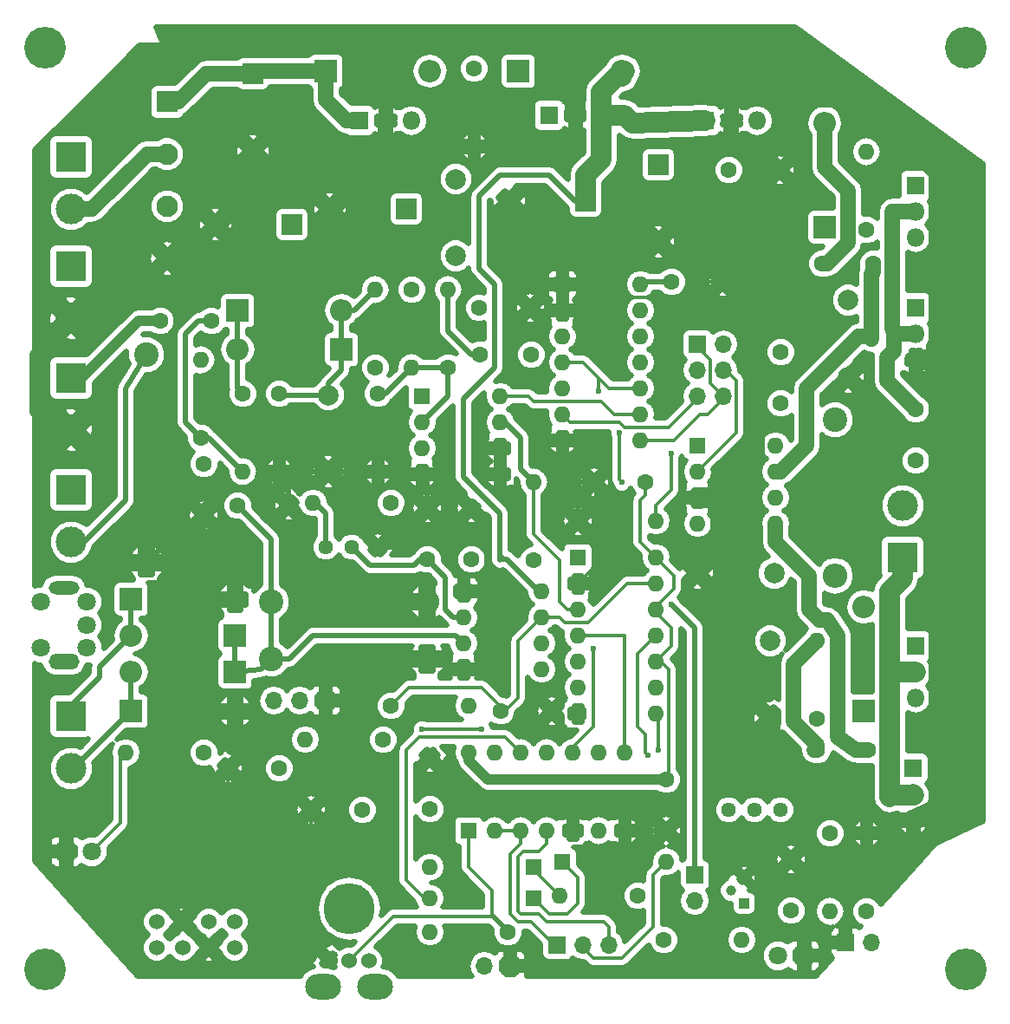
<source format=gbr>
G04 #@! TF.FileFunction,Copper,L1,Top,Signal*
%FSLAX46Y46*%
G04 Gerber Fmt 4.6, Leading zero omitted, Abs format (unit mm)*
G04 Created by KiCad (PCBNEW 4.0.7) date 04/20/18 10:23:05*
%MOMM*%
%LPD*%
G01*
G04 APERTURE LIST*
%ADD10C,0.100000*%
%ADD11O,3.500000X2.500000*%
%ADD12C,1.524000*%
%ADD13O,5.000000X5.000000*%
%ADD14C,1.600000*%
%ADD15O,1.600000X1.600000*%
%ADD16R,1.600000X1.600000*%
%ADD17C,2.000000*%
%ADD18C,1.440000*%
%ADD19R,2.000000X2.000000*%
%ADD20R,1.800000X1.800000*%
%ADD21C,1.800000*%
%ADD22R,3.000000X3.000000*%
%ADD23C,3.000000*%
%ADD24O,1.800000X1.800000*%
%ADD25R,2.100000X2.100000*%
%ADD26C,2.100000*%
%ADD27R,2.200000X2.200000*%
%ADD28O,2.200000X2.200000*%
%ADD29C,2.400000*%
%ADD30O,2.400000X2.400000*%
%ADD31R,1.700000X1.700000*%
%ADD32O,1.700000X1.700000*%
%ADD33C,1.000000*%
%ADD34R,1.000000X1.000000*%
%ADD35C,4.064000*%
%ADD36O,3.000000X1.300000*%
%ADD37O,3.000000X1.500000*%
%ADD38C,0.600000*%
%ADD39C,1.500000*%
%ADD40C,1.000000*%
%ADD41C,0.350000*%
%ADD42C,0.500000*%
%ADD43C,2.000000*%
G04 APERTURE END LIST*
D10*
D11*
X82296000Y-141732000D03*
D12*
X77856000Y-139192000D03*
X79756000Y-139192000D03*
X81656000Y-139192000D03*
D11*
X77216000Y-141732000D03*
D13*
X79756000Y-134112000D03*
D14*
X83058000Y-117602000D03*
D15*
X75438000Y-117602000D03*
D16*
X86868000Y-84074000D03*
D15*
X94488000Y-91694000D03*
X86868000Y-86614000D03*
X94488000Y-89154000D03*
X86868000Y-89154000D03*
X94488000Y-86614000D03*
X86868000Y-91694000D03*
X94488000Y-84074000D03*
D14*
X102108000Y-96266000D03*
D15*
X109728000Y-96266000D03*
D12*
X68580000Y-135382000D03*
X66040000Y-135382000D03*
X63500000Y-135382000D03*
X60960000Y-135382000D03*
X60960000Y-137922000D03*
X63500000Y-137922000D03*
X66040000Y-137922000D03*
X68580000Y-137922000D03*
D14*
X125476000Y-118618000D03*
X130476000Y-118618000D03*
D17*
X120904000Y-107950000D03*
X120904000Y-115450000D03*
D18*
X121920000Y-124460000D03*
X119380000Y-124460000D03*
X116840000Y-124460000D03*
D16*
X113792000Y-88900000D03*
D15*
X121412000Y-96520000D03*
X113792000Y-91440000D03*
X121412000Y-93980000D03*
X113792000Y-93980000D03*
X121412000Y-91440000D03*
X113792000Y-96520000D03*
X121412000Y-88900000D03*
D19*
X70358000Y-52578000D03*
D17*
X70358000Y-60078000D03*
D19*
X85344000Y-65786000D03*
D17*
X77844000Y-65786000D03*
D19*
X74168000Y-67310000D03*
D17*
X66668000Y-67310000D03*
D19*
X102870000Y-65024000D03*
D17*
X95370000Y-65024000D03*
D19*
X109982000Y-61468000D03*
D17*
X109982000Y-68968000D03*
D20*
X52070000Y-128524000D03*
D21*
X54610000Y-128524000D03*
D22*
X52578000Y-71374000D03*
D23*
X52578000Y-76454000D03*
D22*
X52578000Y-60706000D03*
D23*
X52578000Y-65786000D03*
D14*
X91948000Y-52070000D03*
D15*
X91948000Y-59690000D03*
D14*
X65532000Y-118872000D03*
D15*
X57912000Y-118872000D03*
D20*
X80772000Y-57150000D03*
D24*
X83312000Y-57150000D03*
X85852000Y-57150000D03*
D20*
X99314000Y-56642000D03*
D24*
X101854000Y-56642000D03*
X104394000Y-56642000D03*
D20*
X114554000Y-57150000D03*
D24*
X117094000Y-57150000D03*
X119634000Y-57150000D03*
D25*
X61976000Y-55312000D03*
D26*
X61976000Y-60412000D03*
X61976000Y-70612000D03*
X61976000Y-65512000D03*
D22*
X52578000Y-82296000D03*
D23*
X52578000Y-87376000D03*
D22*
X52578000Y-93218000D03*
D23*
X52578000Y-98298000D03*
D14*
X65278000Y-88138000D03*
D15*
X65278000Y-80518000D03*
D14*
X82296000Y-81280000D03*
D15*
X82296000Y-73660000D03*
D14*
X72898000Y-83820000D03*
D15*
X72898000Y-91440000D03*
D14*
X85852000Y-73660000D03*
D15*
X85852000Y-81280000D03*
D14*
X82550000Y-83820000D03*
D15*
X82550000Y-91440000D03*
D14*
X89408000Y-81280000D03*
D15*
X89408000Y-73660000D03*
D14*
X69342000Y-83820000D03*
D15*
X69342000Y-91440000D03*
D16*
X100584000Y-73152000D03*
D15*
X108204000Y-88392000D03*
X100584000Y-75692000D03*
X108204000Y-85852000D03*
X100584000Y-78232000D03*
X108204000Y-83312000D03*
X100584000Y-80772000D03*
X108204000Y-80772000D03*
X100584000Y-83312000D03*
X108204000Y-78232000D03*
X100584000Y-85852000D03*
X108204000Y-75692000D03*
X100584000Y-88392000D03*
X108204000Y-73152000D03*
D22*
X52578000Y-115316000D03*
D23*
X52578000Y-120396000D03*
D27*
X68580000Y-110998000D03*
D28*
X58420000Y-110998000D03*
D27*
X58420000Y-114808000D03*
D28*
X68580000Y-114808000D03*
D27*
X68580000Y-107442000D03*
D28*
X58420000Y-107442000D03*
D27*
X58420000Y-103886000D03*
D28*
X68580000Y-103886000D03*
D29*
X72136000Y-104140000D03*
D30*
X87376000Y-104140000D03*
D29*
X72136000Y-109728000D03*
D30*
X87376000Y-109728000D03*
D14*
X83820000Y-94488000D03*
D15*
X76200000Y-94488000D03*
D18*
X77470000Y-98806000D03*
X80010000Y-98806000D03*
X82550000Y-98806000D03*
D16*
X90932000Y-103124000D03*
D15*
X98552000Y-110744000D03*
X90932000Y-105664000D03*
X98552000Y-108204000D03*
X90932000Y-108204000D03*
X98552000Y-105664000D03*
X90932000Y-110744000D03*
X98552000Y-103124000D03*
D27*
X68834000Y-75692000D03*
D28*
X78994000Y-75692000D03*
D27*
X78994000Y-79502000D03*
D28*
X68834000Y-79502000D03*
D14*
X95250000Y-136398000D03*
D15*
X87630000Y-136398000D03*
D14*
X116840000Y-61976000D03*
X121840000Y-61976000D03*
X66294000Y-76708000D03*
X61294000Y-76708000D03*
X97536000Y-80010000D03*
X92536000Y-80010000D03*
X72898000Y-120396000D03*
X67898000Y-120396000D03*
X81026000Y-124460000D03*
X76026000Y-124460000D03*
X91694000Y-94996000D03*
X91694000Y-99996000D03*
X87376000Y-94996000D03*
X87376000Y-99996000D03*
X68834000Y-94742000D03*
X73834000Y-94742000D03*
X65532000Y-90678000D03*
X65532000Y-95678000D03*
D17*
X77724000Y-91440000D03*
X77724000Y-83940000D03*
D14*
X92456000Y-75438000D03*
X97456000Y-75438000D03*
D31*
X113792000Y-78994000D03*
D32*
X116332000Y-78994000D03*
X113792000Y-81534000D03*
X116332000Y-81534000D03*
X113792000Y-84074000D03*
X116332000Y-84074000D03*
D14*
X97790000Y-100076000D03*
D15*
X97790000Y-92456000D03*
D14*
X111252000Y-72898000D03*
X116252000Y-72898000D03*
X108712000Y-92456000D03*
X103712000Y-92456000D03*
D16*
X102108000Y-99822000D03*
D15*
X109728000Y-115062000D03*
X102108000Y-102362000D03*
X109728000Y-112522000D03*
X102108000Y-104902000D03*
X109728000Y-109982000D03*
X102108000Y-107442000D03*
X109728000Y-107442000D03*
X102108000Y-109982000D03*
X109728000Y-104902000D03*
X102108000Y-112522000D03*
X109728000Y-102362000D03*
X102108000Y-115062000D03*
X109728000Y-99822000D03*
D14*
X99568000Y-114808000D03*
X94568000Y-114808000D03*
X83820000Y-114300000D03*
D15*
X91440000Y-114300000D03*
D14*
X87630000Y-119380000D03*
X87630000Y-124380000D03*
D16*
X97790000Y-133096000D03*
D15*
X87630000Y-133096000D03*
D16*
X100584000Y-129540000D03*
D15*
X110744000Y-129540000D03*
D16*
X97790000Y-130048000D03*
D15*
X87630000Y-130048000D03*
D14*
X107950000Y-132842000D03*
D15*
X100330000Y-132842000D03*
D16*
X91440000Y-126492000D03*
D15*
X106680000Y-118872000D03*
X93980000Y-126492000D03*
X104140000Y-118872000D03*
X96520000Y-126492000D03*
X101600000Y-118872000D03*
X99060000Y-126492000D03*
X99060000Y-118872000D03*
X101600000Y-126492000D03*
X96520000Y-118872000D03*
X104140000Y-126492000D03*
X93980000Y-118872000D03*
X106680000Y-126492000D03*
X91440000Y-118872000D03*
D14*
X110744000Y-126492000D03*
X110744000Y-121492000D03*
D31*
X113538000Y-130810000D03*
D32*
X113538000Y-133350000D03*
D17*
X90170000Y-70358000D03*
X90170000Y-62858000D03*
D14*
X125984000Y-71120000D03*
X130984000Y-71120000D03*
X130302000Y-67818000D03*
D15*
X130302000Y-60198000D03*
D14*
X125476000Y-115570000D03*
D15*
X125476000Y-107950000D03*
D22*
X133858000Y-99822000D03*
D23*
X133858000Y-94742000D03*
D29*
X127254000Y-86360000D03*
D30*
X127254000Y-101600000D03*
D14*
X122936000Y-129286000D03*
X122936000Y-134286000D03*
D33*
X117094000Y-132334000D03*
X118364000Y-131064000D03*
D34*
X118364000Y-133604000D03*
D14*
X121920000Y-79756000D03*
X121920000Y-84756000D03*
X130302000Y-134366000D03*
D15*
X130302000Y-126746000D03*
D14*
X126746000Y-126746000D03*
D15*
X126746000Y-134366000D03*
D35*
X50000000Y-50000000D03*
X140000000Y-50000000D03*
X140000000Y-140000000D03*
X50000000Y-140000000D03*
D20*
X135128000Y-63500000D03*
D24*
X135128000Y-66040000D03*
X135128000Y-68580000D03*
D20*
X135128000Y-75438000D03*
D24*
X135128000Y-77978000D03*
X135128000Y-80518000D03*
D20*
X135128000Y-108458000D03*
D24*
X135128000Y-110998000D03*
X135128000Y-113538000D03*
D20*
X134874000Y-120396000D03*
D24*
X134874000Y-122936000D03*
X134874000Y-125476000D03*
D17*
X128524000Y-74676000D03*
X128524000Y-82176000D03*
D14*
X135128000Y-85344000D03*
X135128000Y-90344000D03*
D17*
X113792000Y-101346000D03*
X121292000Y-101346000D03*
D21*
X54102000Y-104140000D03*
X54102000Y-106388000D03*
X54102000Y-108636000D03*
X49606000Y-104140000D03*
X49606000Y-108636000D03*
D36*
X51854000Y-102770000D03*
D37*
X51854000Y-110010000D03*
D20*
X124206000Y-138684000D03*
D21*
X121666000Y-138684000D03*
D14*
X110490000Y-137160000D03*
D15*
X118110000Y-137160000D03*
D31*
X77470000Y-113792000D03*
D32*
X74930000Y-113792000D03*
X72390000Y-113792000D03*
D31*
X95504000Y-139700000D03*
D32*
X92964000Y-139700000D03*
D31*
X100076000Y-137668000D03*
D32*
X102616000Y-137668000D03*
X105156000Y-137668000D03*
D27*
X77470000Y-52324000D03*
D28*
X87630000Y-52324000D03*
D27*
X96266000Y-52324000D03*
D28*
X106426000Y-52324000D03*
D27*
X126238000Y-67564000D03*
D28*
X126238000Y-57404000D03*
D27*
X130048000Y-114808000D03*
D28*
X130048000Y-104648000D03*
D29*
X59944000Y-80010000D03*
D30*
X59944000Y-100330000D03*
D31*
X128270000Y-137414000D03*
D32*
X130810000Y-137414000D03*
D38*
X104140000Y-83566000D03*
X86868000Y-116586000D03*
X92710000Y-116586000D03*
X103632000Y-108712000D03*
X111252000Y-104394000D03*
X106426000Y-92456000D03*
X106172000Y-87630000D03*
X108966000Y-119126000D03*
X111252000Y-89662000D03*
X109982000Y-118618000D03*
D39*
X61976000Y-55312000D02*
X63052000Y-55312000D01*
X65786000Y-52578000D02*
X70358000Y-52578000D01*
X63052000Y-55312000D02*
X65786000Y-52578000D01*
X77470000Y-52324000D02*
X70612000Y-52324000D01*
X70612000Y-52324000D02*
X70358000Y-52578000D01*
X80772000Y-57150000D02*
X79502000Y-57150000D01*
X77470000Y-55118000D02*
X77470000Y-52324000D01*
X79502000Y-57150000D02*
X77470000Y-55118000D01*
D40*
X80264000Y-57150000D02*
X80772000Y-57150000D01*
X77216000Y-52578000D02*
X77470000Y-52324000D01*
D41*
X63500000Y-135382000D02*
X63500000Y-134366000D01*
X67898000Y-123110000D02*
X67898000Y-120396000D01*
X63754000Y-127254000D02*
X67898000Y-123110000D01*
X63754000Y-134112000D02*
X63754000Y-127254000D01*
X63500000Y-134366000D02*
X63754000Y-134112000D01*
D42*
X65278000Y-98552000D02*
X61722000Y-98552000D01*
X61722000Y-98552000D02*
X59944000Y-100330000D01*
X68580000Y-103886000D02*
X68580000Y-101346000D01*
X65532000Y-98298000D02*
X65532000Y-95678000D01*
X68580000Y-101346000D02*
X65532000Y-98298000D01*
D43*
X119380000Y-73660000D02*
X119380000Y-90170000D01*
X117856000Y-72136000D02*
X119380000Y-73660000D01*
X119126000Y-65278000D02*
X117856000Y-72136000D01*
X119380000Y-90170000D02*
X115570000Y-93980000D01*
D39*
X116252000Y-70438000D02*
X117856000Y-68834000D01*
D42*
X100584000Y-75692000D02*
X100584000Y-73152000D01*
X100584000Y-88392000D02*
X100584000Y-91186000D01*
X101854000Y-92456000D02*
X103712000Y-92456000D01*
X100584000Y-91186000D02*
X101854000Y-92456000D01*
X102108000Y-96266000D02*
X102108000Y-93980000D01*
X102108000Y-93980000D02*
X103632000Y-92456000D01*
X103632000Y-92456000D02*
X103712000Y-92456000D01*
X101600000Y-126492000D02*
X101600000Y-125730000D01*
X101600000Y-125730000D02*
X102616000Y-124714000D01*
X102616000Y-124714000D02*
X106426000Y-124714000D01*
X106426000Y-124714000D02*
X106680000Y-124968000D01*
X106680000Y-124968000D02*
X106680000Y-126492000D01*
X65532000Y-95678000D02*
X65532000Y-94742000D01*
X71374000Y-92964000D02*
X72898000Y-91440000D01*
X67310000Y-92964000D02*
X71374000Y-92964000D01*
X65532000Y-94742000D02*
X67310000Y-92964000D01*
X90932000Y-110744000D02*
X91694000Y-110744000D01*
X91694000Y-110744000D02*
X93218000Y-109220000D01*
X93218000Y-109220000D02*
X93218000Y-102616000D01*
X90932000Y-110744000D02*
X89916000Y-110744000D01*
X88900000Y-109728000D02*
X87376000Y-109728000D01*
X89916000Y-110744000D02*
X88900000Y-109728000D01*
X73834000Y-94742000D02*
X73834000Y-92376000D01*
X73834000Y-92376000D02*
X72898000Y-91440000D01*
X82550000Y-98806000D02*
X84328000Y-98806000D01*
X84328000Y-98806000D02*
X87376000Y-95758000D01*
X87376000Y-95758000D02*
X87376000Y-94996000D01*
X94488000Y-89154000D02*
X94488000Y-91694000D01*
X77724000Y-91440000D02*
X72898000Y-91440000D01*
X87376000Y-94996000D02*
X87376000Y-92202000D01*
X87376000Y-92202000D02*
X86614000Y-91440000D01*
X86614000Y-91440000D02*
X82550000Y-91440000D01*
X82550000Y-91440000D02*
X77724000Y-91440000D01*
D41*
X67898000Y-120396000D02*
X68326000Y-120396000D01*
X116252000Y-72898000D02*
X113792000Y-72898000D01*
X102108000Y-73406000D02*
X100838000Y-73406000D01*
X103124000Y-74422000D02*
X102108000Y-73406000D01*
X112268000Y-74422000D02*
X103124000Y-74422000D01*
X113792000Y-72898000D02*
X112268000Y-74422000D01*
X100838000Y-73406000D02*
X100584000Y-73152000D01*
X76026000Y-124460000D02*
X76026000Y-135970000D01*
X76026000Y-135970000D02*
X77216000Y-139192000D01*
X67898000Y-120396000D02*
X67898000Y-121078000D01*
X63500000Y-135382000D02*
X66040000Y-137922000D01*
D42*
X110744000Y-126492000D02*
X106680000Y-126492000D01*
X91694000Y-94996000D02*
X91694000Y-95250000D01*
X91694000Y-95250000D02*
X93218000Y-96774000D01*
X92964000Y-103124000D02*
X90932000Y-103124000D01*
X93218000Y-102870000D02*
X92964000Y-103124000D01*
X93218000Y-96774000D02*
X93218000Y-102616000D01*
X93218000Y-102616000D02*
X93218000Y-102870000D01*
D41*
X100584000Y-75692000D02*
X97710000Y-75692000D01*
X97710000Y-75692000D02*
X97456000Y-75438000D01*
X102108000Y-102362000D02*
X103886000Y-100584000D01*
X103886000Y-100584000D02*
X103886000Y-92630000D01*
X103886000Y-92630000D02*
X103712000Y-92456000D01*
D40*
X116252000Y-70438000D02*
X117856000Y-68834000D01*
D41*
X95504000Y-139700000D02*
X96266000Y-139700000D01*
D39*
X121158000Y-117856000D02*
X121158000Y-115704000D01*
X123952000Y-120650000D02*
X121158000Y-117856000D01*
X134874000Y-125476000D02*
X131826000Y-125476000D01*
X129286000Y-120650000D02*
X123952000Y-120650000D01*
X129540000Y-120904000D02*
X129286000Y-120650000D01*
X129540000Y-123190000D02*
X129540000Y-120904000D01*
X131826000Y-125476000D02*
X129540000Y-123190000D01*
X121158000Y-115704000D02*
X120904000Y-115450000D01*
D40*
X52578000Y-76454000D02*
X49022000Y-80010000D01*
X50800000Y-87376000D02*
X52578000Y-87376000D01*
X49022000Y-85598000D02*
X50800000Y-87376000D01*
X49022000Y-80010000D02*
X49022000Y-85598000D01*
D39*
X52578000Y-76454000D02*
X56134000Y-76454000D01*
X56134000Y-76454000D02*
X61976000Y-70612000D01*
X91948000Y-59690000D02*
X84328000Y-59690000D01*
X84328000Y-59690000D02*
X83312000Y-60706000D01*
X66668000Y-67310000D02*
X67056000Y-67310000D01*
X67056000Y-67310000D02*
X70358000Y-64008000D01*
X70358000Y-64008000D02*
X70358000Y-60078000D01*
X77844000Y-65786000D02*
X78232000Y-65786000D01*
X78232000Y-65786000D02*
X83312000Y-60706000D01*
X83312000Y-60706000D02*
X83312000Y-57150000D01*
X66668000Y-67310000D02*
X66668000Y-67430000D01*
X66668000Y-67430000D02*
X69088000Y-69850000D01*
X77844000Y-68460000D02*
X77844000Y-65786000D01*
X76454000Y-69850000D02*
X77844000Y-68460000D01*
X69088000Y-69850000D02*
X76454000Y-69850000D01*
X61976000Y-70612000D02*
X63366000Y-70612000D01*
X63366000Y-70612000D02*
X66668000Y-67310000D01*
D41*
X67898000Y-120396000D02*
X67898000Y-120730000D01*
D43*
X137414000Y-80518000D02*
X137414000Y-124206000D01*
X137414000Y-124206000D02*
X137160000Y-124460000D01*
X137160000Y-124460000D02*
X134874000Y-125476000D01*
X101854000Y-56642000D02*
X101854000Y-51562000D01*
X137414000Y-80518000D02*
X135128000Y-80518000D01*
X137414000Y-62230000D02*
X137414000Y-80518000D01*
X130048000Y-54864000D02*
X137414000Y-62230000D01*
X124714000Y-54864000D02*
X130048000Y-54864000D01*
X124460000Y-54610000D02*
X124714000Y-54864000D01*
X124460000Y-52070000D02*
X124460000Y-54610000D01*
X121920000Y-49530000D02*
X124460000Y-52070000D01*
X103886000Y-49530000D02*
X121920000Y-49530000D01*
X101854000Y-51562000D02*
X103886000Y-49530000D01*
X113792000Y-101346000D02*
X113792000Y-100838000D01*
X113792000Y-100838000D02*
X116078000Y-98552000D01*
X116078000Y-94488000D02*
X115570000Y-93980000D01*
X116078000Y-98552000D02*
X116078000Y-94488000D01*
X115570000Y-93980000D02*
X113792000Y-93980000D01*
X95370000Y-65024000D02*
X95370000Y-66414000D01*
X97924000Y-68968000D02*
X109982000Y-68968000D01*
X95370000Y-66414000D02*
X97924000Y-68968000D01*
X109982000Y-68968000D02*
X110102000Y-68968000D01*
D39*
X117094000Y-57150000D02*
X117094000Y-58928000D01*
X119554000Y-59690000D02*
X121840000Y-61976000D01*
X118364000Y-59436000D02*
X119554000Y-59690000D01*
X117094000Y-58928000D02*
X118364000Y-59436000D01*
X120650000Y-61976000D02*
X121840000Y-61976000D01*
X117856000Y-68834000D02*
X119126000Y-65278000D01*
X116252000Y-72898000D02*
X116252000Y-70438000D01*
D41*
X122936000Y-129286000D02*
X122936000Y-129540000D01*
X118110000Y-130810000D02*
X118364000Y-131064000D01*
X121840000Y-61976000D02*
X121840000Y-61802000D01*
D40*
X117094000Y-57150000D02*
X117094000Y-57404000D01*
D41*
X102108000Y-96266000D02*
X102362000Y-96266000D01*
D42*
X73834000Y-94742000D02*
X73834000Y-94408000D01*
X82804000Y-91694000D02*
X82550000Y-91440000D01*
X68580000Y-114808000D02*
X69596000Y-114808000D01*
D40*
X95370000Y-65024000D02*
X95370000Y-65906000D01*
D39*
X119126000Y-65278000D02*
X119126000Y-61722000D01*
X119126000Y-61722000D02*
X120650000Y-61976000D01*
D40*
X119126000Y-65278000D02*
X119126000Y-65532000D01*
X118872000Y-65024000D02*
X119126000Y-65278000D01*
X74168000Y-67310000D02*
X74676000Y-67310000D01*
X52578000Y-71374000D02*
X53340000Y-71374000D01*
X110744000Y-121492000D02*
X93298000Y-121492000D01*
X93298000Y-121492000D02*
X91440000Y-119634000D01*
X91440000Y-119634000D02*
X91440000Y-118872000D01*
D42*
X85852000Y-73914000D02*
X85852000Y-73660000D01*
D41*
X110236000Y-109982000D02*
X110998000Y-110744000D01*
X110998000Y-110744000D02*
X110998000Y-121746000D01*
X109728000Y-104648000D02*
X111506000Y-102870000D01*
X111506000Y-102870000D02*
X111506000Y-101600000D01*
X111506000Y-101600000D02*
X109728000Y-99822000D01*
X81026000Y-124460000D02*
X81280000Y-124460000D01*
X109728000Y-109982000D02*
X110236000Y-109982000D01*
X110998000Y-121746000D02*
X110744000Y-122000000D01*
X109728000Y-104902000D02*
X109728000Y-105156000D01*
X109728000Y-105156000D02*
X111252000Y-106680000D01*
X111252000Y-108458000D02*
X109728000Y-109982000D01*
X111252000Y-106680000D02*
X111252000Y-108458000D01*
X109728000Y-109982000D02*
X109982000Y-109982000D01*
X109728000Y-109982000D02*
X109220000Y-109982000D01*
X109728000Y-104902000D02*
X109728000Y-104648000D01*
X108712000Y-92456000D02*
X108712000Y-93726000D01*
X108204000Y-98298000D02*
X109728000Y-99822000D01*
X108204000Y-94234000D02*
X108204000Y-98298000D01*
X108712000Y-93726000D02*
X108204000Y-94234000D01*
D42*
X111252000Y-72898000D02*
X108458000Y-72898000D01*
X108458000Y-72898000D02*
X108204000Y-73152000D01*
X82296000Y-81280000D02*
X82550000Y-81280000D01*
X85852000Y-74168000D02*
X85852000Y-73660000D01*
D39*
X52578000Y-65786000D02*
X54610000Y-65786000D01*
X59984000Y-60412000D02*
X61976000Y-60412000D01*
X54610000Y-65786000D02*
X59984000Y-60412000D01*
D41*
X54610000Y-128524000D02*
X57404000Y-125730000D01*
X57404000Y-125730000D02*
X57404000Y-119380000D01*
X57404000Y-119380000D02*
X57912000Y-118872000D01*
D40*
X52578000Y-82296000D02*
X53594000Y-82296000D01*
X53594000Y-82296000D02*
X59182000Y-76708000D01*
X59182000Y-76708000D02*
X61294000Y-76708000D01*
D42*
X52578000Y-82550000D02*
X52578000Y-82296000D01*
D40*
X52578000Y-82296000D02*
X53340000Y-82296000D01*
D42*
X65278000Y-88138000D02*
X66040000Y-88138000D01*
X66040000Y-88138000D02*
X69342000Y-91440000D01*
X66294000Y-76708000D02*
X65024000Y-76708000D01*
X63754000Y-86614000D02*
X65278000Y-88138000D01*
X63754000Y-77978000D02*
X63754000Y-86614000D01*
X65024000Y-76708000D02*
X63754000Y-77978000D01*
X77724000Y-83940000D02*
X73018000Y-83940000D01*
X73018000Y-83940000D02*
X72898000Y-83820000D01*
X78994000Y-79502000D02*
X78994000Y-81534000D01*
X77724000Y-82804000D02*
X77724000Y-83940000D01*
X78994000Y-81534000D02*
X77724000Y-82804000D01*
X78994000Y-75692000D02*
X80264000Y-75692000D01*
X80264000Y-75692000D02*
X82296000Y-73660000D01*
X78994000Y-75692000D02*
X78994000Y-79502000D01*
D41*
X102108000Y-104902000D02*
X101092000Y-104902000D01*
X97790000Y-97536000D02*
X97790000Y-92456000D01*
X100330000Y-100076000D02*
X97790000Y-97536000D01*
X100330000Y-104140000D02*
X100330000Y-100076000D01*
X101092000Y-104902000D02*
X100330000Y-104140000D01*
D42*
X94488000Y-86614000D02*
X94996000Y-86614000D01*
X94996000Y-86614000D02*
X96520000Y-88138000D01*
X96520000Y-91186000D02*
X97790000Y-92456000D01*
X96520000Y-88138000D02*
X96520000Y-91186000D01*
X89408000Y-77724000D02*
X89408000Y-73660000D01*
X91694000Y-80010000D02*
X89408000Y-77724000D01*
X92536000Y-80010000D02*
X91694000Y-80010000D01*
X53848000Y-98298000D02*
X57912000Y-94234000D01*
X57912000Y-94234000D02*
X57912000Y-83312000D01*
X57912000Y-83312000D02*
X59944000Y-80010000D01*
X52578000Y-98298000D02*
X53848000Y-98298000D01*
X52578000Y-98298000D02*
X52578000Y-97790000D01*
X68834000Y-79502000D02*
X68834000Y-83312000D01*
X68834000Y-83312000D02*
X69342000Y-83820000D01*
X68834000Y-75692000D02*
X68834000Y-79502000D01*
X86868000Y-86614000D02*
X89408000Y-84074000D01*
X89408000Y-84074000D02*
X89408000Y-81280000D01*
X89408000Y-81280000D02*
X85852000Y-81280000D01*
X82550000Y-83820000D02*
X83312000Y-83820000D01*
X83312000Y-83820000D02*
X85852000Y-81280000D01*
D41*
X94488000Y-84074000D02*
X97282000Y-84074000D01*
X105664000Y-85852000D02*
X108204000Y-85852000D01*
X104394000Y-84582000D02*
X105664000Y-85852000D01*
X97790000Y-84582000D02*
X104394000Y-84582000D01*
X97282000Y-84074000D02*
X97790000Y-84582000D01*
X104140000Y-83566000D02*
X104140000Y-82296000D01*
X100584000Y-80772000D02*
X102616000Y-80772000D01*
X102616000Y-80772000D02*
X104140000Y-82296000D01*
X105156000Y-83312000D02*
X108204000Y-83312000D01*
X104140000Y-82296000D02*
X105156000Y-83312000D01*
X92710000Y-116586000D02*
X86868000Y-116586000D01*
X79756000Y-139192000D02*
X84074000Y-134874000D01*
X84074000Y-134874000D02*
X93726000Y-134874000D01*
X95250000Y-136398000D02*
X95250000Y-136144000D01*
X95250000Y-136144000D02*
X93726000Y-134620000D01*
X91440000Y-130048000D02*
X91440000Y-126492000D01*
X93726000Y-132334000D02*
X91440000Y-130048000D01*
X93726000Y-134620000D02*
X93726000Y-132334000D01*
X79756000Y-139192000D02*
X79756000Y-138938000D01*
X93726000Y-134874000D02*
X95250000Y-136398000D01*
X95250000Y-136398000D02*
X95504000Y-136398000D01*
D42*
X87376000Y-99996000D02*
X86694000Y-99996000D01*
X86694000Y-99996000D02*
X86106000Y-100584000D01*
X81788000Y-100584000D02*
X80010000Y-98806000D01*
X86106000Y-100584000D02*
X81788000Y-100584000D01*
X90932000Y-105664000D02*
X89916000Y-105664000D01*
X89154000Y-101774000D02*
X87376000Y-99996000D01*
X89154000Y-104902000D02*
X89154000Y-101774000D01*
X89916000Y-105664000D02*
X89154000Y-104902000D01*
X72136000Y-104140000D02*
X72136000Y-98044000D01*
X72136000Y-98044000D02*
X68834000Y-94742000D01*
X68580000Y-110998000D02*
X71120000Y-110744000D01*
X71120000Y-110744000D02*
X72136000Y-109728000D01*
X72136000Y-109728000D02*
X73914000Y-109728000D01*
X73914000Y-109728000D02*
X76200000Y-107442000D01*
X76200000Y-107442000D02*
X90170000Y-107442000D01*
X90170000Y-107442000D02*
X90932000Y-108204000D01*
X72136000Y-104140000D02*
X72136000Y-109728000D01*
X68580000Y-107442000D02*
X68580000Y-110998000D01*
X52578000Y-120396000D02*
X52832000Y-120396000D01*
X52832000Y-120396000D02*
X58420000Y-114808000D01*
X52578000Y-120396000D02*
X52578000Y-119888000D01*
X52578000Y-120396000D02*
X53086000Y-120396000D01*
X58420000Y-110998000D02*
X58420000Y-114808000D01*
X58420000Y-107442000D02*
X58420000Y-103886000D01*
X52578000Y-115316000D02*
X52578000Y-114300000D01*
X52578000Y-114300000D02*
X55372000Y-111506000D01*
X55372000Y-110490000D02*
X58420000Y-107442000D01*
X55372000Y-111506000D02*
X55372000Y-110490000D01*
X58420000Y-107442000D02*
X58674000Y-107442000D01*
X52578000Y-115062000D02*
X52578000Y-115316000D01*
X76200000Y-94488000D02*
X76454000Y-94488000D01*
X76454000Y-94488000D02*
X77470000Y-95504000D01*
X77470000Y-95504000D02*
X77470000Y-98806000D01*
D41*
X108204000Y-88392000D02*
X111506000Y-88392000D01*
X114808000Y-85852000D02*
X116332000Y-84328000D01*
X114046000Y-85852000D02*
X114808000Y-85852000D01*
X111506000Y-88392000D02*
X114046000Y-85852000D01*
X116332000Y-84328000D02*
X116332000Y-84074000D01*
X116332000Y-84582000D02*
X116332000Y-84074000D01*
X116332000Y-84328000D02*
X116332000Y-84074000D01*
X113792000Y-78994000D02*
X113792000Y-79248000D01*
X113792000Y-79248000D02*
X115062000Y-80518000D01*
X115062000Y-80518000D02*
X115062000Y-82804000D01*
X115062000Y-82804000D02*
X116332000Y-84074000D01*
X116332000Y-84074000D02*
X116332000Y-83820000D01*
X113792000Y-84074000D02*
X113792000Y-84328000D01*
X113792000Y-84328000D02*
X110998000Y-87122000D01*
X101346000Y-86614000D02*
X100584000Y-85852000D01*
X106172000Y-86614000D02*
X101346000Y-86614000D01*
X106680000Y-87122000D02*
X106172000Y-86614000D01*
X110998000Y-87122000D02*
X106680000Y-87122000D01*
X116332000Y-81534000D02*
X116586000Y-81534000D01*
X116586000Y-81534000D02*
X117602000Y-82550000D01*
X117602000Y-82550000D02*
X117602000Y-87630000D01*
X117602000Y-87630000D02*
X113792000Y-91440000D01*
X103632000Y-116332000D02*
X103632000Y-108712000D01*
X101600000Y-118872000D02*
X101600000Y-118364000D01*
X101600000Y-118364000D02*
X103632000Y-116332000D01*
D42*
X113538000Y-130810000D02*
X113538000Y-106680000D01*
X113538000Y-106680000D02*
X111252000Y-104394000D01*
D41*
X94568000Y-114808000D02*
X94568000Y-114380000D01*
X94568000Y-114380000D02*
X92710000Y-112522000D01*
X85598000Y-112522000D02*
X83820000Y-114300000D01*
X92710000Y-112522000D02*
X85598000Y-112522000D01*
X113538000Y-130810000D02*
X113538000Y-130048000D01*
X94488000Y-114808000D02*
X94568000Y-114808000D01*
X94568000Y-114808000D02*
X94996000Y-114808000D01*
X96266000Y-107950000D02*
X98552000Y-105664000D01*
X96266000Y-113538000D02*
X96266000Y-107950000D01*
X94996000Y-114808000D02*
X96266000Y-113538000D01*
X98552000Y-105664000D02*
X100330000Y-105664000D01*
X106934000Y-102362000D02*
X109728000Y-102362000D01*
X103124000Y-106172000D02*
X106934000Y-102362000D01*
X100838000Y-106172000D02*
X103124000Y-106172000D01*
X100330000Y-105664000D02*
X100838000Y-106172000D01*
X106426000Y-92456000D02*
X106172000Y-92202000D01*
X106172000Y-92202000D02*
X106172000Y-87630000D01*
X87376000Y-129794000D02*
X87630000Y-130048000D01*
X97790000Y-133096000D02*
X99314000Y-134620000D01*
X102108000Y-131064000D02*
X100584000Y-129540000D01*
X102108000Y-133604000D02*
X102108000Y-131064000D01*
X101092000Y-134620000D02*
X102108000Y-133604000D01*
X99314000Y-134620000D02*
X101092000Y-134620000D01*
X97790000Y-133096000D02*
X97790000Y-132842000D01*
X107950000Y-116332000D02*
X107950000Y-109220000D01*
X108712000Y-117094000D02*
X107950000Y-116332000D01*
X108712000Y-118872000D02*
X108712000Y-117094000D01*
X108966000Y-119126000D02*
X108712000Y-118872000D01*
X107950000Y-109220000D02*
X109728000Y-107442000D01*
X97790000Y-133096000D02*
X98044000Y-133096000D01*
X109728000Y-96266000D02*
X109728000Y-94742000D01*
X111252000Y-93218000D02*
X111252000Y-89662000D01*
X109728000Y-94742000D02*
X111252000Y-93218000D01*
X87630000Y-133096000D02*
X87122000Y-133096000D01*
X87122000Y-133096000D02*
X85344000Y-131318000D01*
X94996000Y-117348000D02*
X96520000Y-118872000D01*
X86614000Y-117348000D02*
X94996000Y-117348000D01*
X85344000Y-118618000D02*
X86614000Y-117348000D01*
X85344000Y-131318000D02*
X85344000Y-118618000D01*
X102616000Y-137668000D02*
X102616000Y-137922000D01*
X102616000Y-137922000D02*
X103632000Y-138938000D01*
X109474000Y-130810000D02*
X110744000Y-129540000D01*
X109474000Y-135890000D02*
X109474000Y-130810000D01*
X106426000Y-138938000D02*
X109474000Y-135890000D01*
X103632000Y-138938000D02*
X106426000Y-138938000D01*
X102616000Y-137668000D02*
X102616000Y-138176000D01*
X110744000Y-130048000D02*
X110236000Y-130048000D01*
X97790000Y-130048000D02*
X97790000Y-130302000D01*
X97790000Y-130302000D02*
X100330000Y-132842000D01*
X102108000Y-107442000D02*
X106680000Y-107442000D01*
X106680000Y-107442000D02*
X106680000Y-118872000D01*
D39*
X125984000Y-71120000D02*
X126492000Y-71120000D01*
X126492000Y-71120000D02*
X128524000Y-69088000D01*
X126238000Y-61722000D02*
X126238000Y-57404000D01*
X128524000Y-64008000D02*
X126238000Y-61722000D01*
X128524000Y-69088000D02*
X128524000Y-64008000D01*
X130984000Y-71120000D02*
X130984000Y-71962000D01*
X124460000Y-88900000D02*
X121920000Y-91440000D01*
X124460000Y-83312000D02*
X124460000Y-88900000D01*
X129540000Y-78232000D02*
X124460000Y-83312000D01*
X130556000Y-78232000D02*
X129540000Y-78232000D01*
X130810000Y-78486000D02*
X130556000Y-78232000D01*
X130810000Y-72136000D02*
X130810000Y-78486000D01*
X130984000Y-71962000D02*
X130810000Y-72136000D01*
X121920000Y-91440000D02*
X121412000Y-91440000D01*
X125476000Y-118618000D02*
X125476000Y-118110000D01*
X125476000Y-118110000D02*
X123190000Y-115824000D01*
X123190000Y-110236000D02*
X125476000Y-107950000D01*
X123190000Y-115824000D02*
X123190000Y-110236000D01*
X125476000Y-118618000D02*
X125222000Y-118618000D01*
X121412000Y-96520000D02*
X121412000Y-98298000D01*
X129286000Y-118618000D02*
X130476000Y-118618000D01*
X127508000Y-117348000D02*
X129286000Y-118618000D01*
X127508000Y-107442000D02*
X127508000Y-117348000D01*
X126492000Y-105918000D02*
X127508000Y-107442000D01*
X125730000Y-105918000D02*
X126492000Y-105918000D01*
X124714000Y-104902000D02*
X125730000Y-105918000D01*
X124714000Y-101600000D02*
X124714000Y-104902000D01*
X121412000Y-98298000D02*
X124714000Y-101600000D01*
X121412000Y-96520000D02*
X121412000Y-97028000D01*
X132842000Y-66040000D02*
X132842000Y-77470000D01*
X135128000Y-66040000D02*
X132842000Y-66040000D01*
X132969000Y-77978000D02*
X132969000Y-79629000D01*
X132334000Y-82550000D02*
X135128000Y-85344000D01*
X132334000Y-80264000D02*
X132334000Y-82550000D01*
X132969000Y-79629000D02*
X132334000Y-80264000D01*
X133350000Y-77978000D02*
X132969000Y-77978000D01*
X132969000Y-77978000D02*
X135128000Y-77978000D01*
X132842000Y-77470000D02*
X133350000Y-77978000D01*
D43*
X135128000Y-110998000D02*
X132588000Y-110998000D01*
X133858000Y-101854000D02*
X133858000Y-99822000D01*
X132588000Y-110998000D02*
X132588000Y-103124000D01*
X132588000Y-103124000D02*
X133858000Y-101854000D01*
X132588000Y-110998000D02*
X132588000Y-123190000D01*
X132731356Y-123046644D02*
X134923175Y-123046644D01*
X132588000Y-123190000D02*
X132731356Y-123046644D01*
X134923175Y-123046644D02*
X134874000Y-122936000D01*
D42*
X134794000Y-122428000D02*
X134794000Y-122348000D01*
D40*
X133858000Y-99822000D02*
X133096000Y-99822000D01*
D42*
X102870000Y-65024000D02*
X101854000Y-65024000D01*
X92456000Y-71628000D02*
X93980000Y-73152000D01*
X92456000Y-64516000D02*
X92456000Y-71628000D01*
X94488000Y-62484000D02*
X92456000Y-64516000D01*
X99314000Y-62484000D02*
X94488000Y-62484000D01*
X101854000Y-65024000D02*
X99314000Y-62484000D01*
X94742000Y-99822000D02*
X94742000Y-99996000D01*
X94488000Y-100076000D02*
X94742000Y-99822000D01*
X94488000Y-95504000D02*
X94488000Y-100076000D01*
X90932000Y-91948000D02*
X94488000Y-95504000D01*
X95170000Y-99996000D02*
X98298000Y-103124000D01*
X95170000Y-99996000D02*
X94742000Y-99996000D01*
X90932000Y-84328000D02*
X90932000Y-91948000D01*
X93980000Y-81280000D02*
X90932000Y-84328000D01*
X93980000Y-73152000D02*
X93980000Y-81280000D01*
D43*
X104394000Y-54356000D02*
X106426000Y-52324000D01*
X104394000Y-56642000D02*
X104394000Y-54356000D01*
X102870000Y-65024000D02*
X102870000Y-62484000D01*
X104394000Y-60960000D02*
X104394000Y-56642000D01*
X102870000Y-62484000D02*
X104394000Y-60960000D01*
X114554000Y-57150000D02*
X107442000Y-57404000D01*
X107442000Y-57404000D02*
X106680000Y-56642000D01*
X106680000Y-56642000D02*
X104394000Y-56642000D01*
D39*
X106426000Y-52578000D02*
X106426000Y-52324000D01*
D43*
X106426000Y-52324000D02*
X106680000Y-52324000D01*
X106426000Y-52832000D02*
X106426000Y-52324000D01*
D42*
X98552000Y-103124000D02*
X98298000Y-103124000D01*
D40*
X102870000Y-65024000D02*
X102870000Y-64262000D01*
X106426000Y-52832000D02*
X106426000Y-52324000D01*
D41*
X109982000Y-115316000D02*
X109982000Y-118618000D01*
X109982000Y-115316000D02*
X109728000Y-115062000D01*
X109728000Y-115062000D02*
X109728000Y-115570000D01*
X100076000Y-137668000D02*
X99822000Y-137668000D01*
X99822000Y-137668000D02*
X97536000Y-135382000D01*
X96520000Y-127762000D02*
X96520000Y-126492000D01*
X95504000Y-128778000D02*
X96520000Y-127762000D01*
X95504000Y-134620000D02*
X95504000Y-128778000D01*
X96266000Y-135382000D02*
X95504000Y-134620000D01*
X97536000Y-135382000D02*
X96266000Y-135382000D01*
X99568000Y-137160000D02*
X100076000Y-137668000D01*
X93980000Y-126492000D02*
X96520000Y-126492000D01*
X99060000Y-126492000D02*
X99060000Y-127762000D01*
X105156000Y-135890000D02*
X105156000Y-137879998D01*
X104648000Y-135382000D02*
X105156000Y-135890000D01*
X99060000Y-135382000D02*
X104648000Y-135382000D01*
X98298000Y-134620000D02*
X99060000Y-135382000D01*
X96520000Y-134620000D02*
X98298000Y-134620000D01*
X96266000Y-134366000D02*
X96520000Y-134620000D01*
X96266000Y-129032000D02*
X96266000Y-134366000D01*
X96774000Y-128524000D02*
X96266000Y-129032000D01*
X98298000Y-128524000D02*
X96774000Y-128524000D01*
X99060000Y-127762000D02*
X98298000Y-128524000D01*
X105156000Y-137879998D02*
X105156000Y-137668000D01*
D42*
G36*
X141736000Y-61341435D02*
X141736000Y-125571792D01*
X137052978Y-127790066D01*
X136974358Y-127848558D01*
X131701613Y-133694427D01*
X131616792Y-133489143D01*
X131181151Y-133052740D01*
X130611667Y-132816270D01*
X129995039Y-132815732D01*
X129425143Y-133051208D01*
X128988740Y-133486849D01*
X128752270Y-134056333D01*
X128751732Y-134672961D01*
X128987208Y-135242857D01*
X129422849Y-135679260D01*
X129778261Y-135826840D01*
X129624873Y-135996899D01*
X129549372Y-135921398D01*
X129270775Y-135806000D01*
X128884500Y-135806000D01*
X128695000Y-135995500D01*
X128695000Y-136989000D01*
X128730038Y-136989000D01*
X127845000Y-137970237D01*
X127845000Y-137839000D01*
X126851500Y-137839000D01*
X126662000Y-138028500D01*
X126662000Y-138414776D01*
X126777399Y-138693373D01*
X126990628Y-138906602D01*
X126997768Y-138909560D01*
X125364822Y-140720000D01*
X97104037Y-140720000D01*
X97112000Y-140700776D01*
X97112000Y-140314500D01*
X96922500Y-140125000D01*
X95929000Y-140125000D01*
X95929000Y-140550000D01*
X95079000Y-140550000D01*
X95079000Y-140125000D01*
X94654000Y-140125000D01*
X94654000Y-139275000D01*
X95079000Y-139275000D01*
X95079000Y-138281500D01*
X95929000Y-138281500D01*
X95929000Y-139275000D01*
X96922500Y-139275000D01*
X97112000Y-139085500D01*
X97112000Y-138699224D01*
X96996601Y-138420627D01*
X96783372Y-138207398D01*
X96504775Y-138092000D01*
X96118500Y-138092000D01*
X95929000Y-138281500D01*
X95079000Y-138281500D01*
X94889500Y-138092000D01*
X94503225Y-138092000D01*
X94224628Y-138207398D01*
X94011399Y-138420627D01*
X93999233Y-138449998D01*
X93964739Y-138449998D01*
X93576293Y-138190447D01*
X92964000Y-138068654D01*
X92351707Y-138190447D01*
X91832629Y-138537283D01*
X91485793Y-139056361D01*
X91364000Y-139668654D01*
X91364000Y-139731346D01*
X91485793Y-140343639D01*
X91737269Y-140720000D01*
X84527942Y-140720000D01*
X84259192Y-140317786D01*
X83610345Y-139884241D01*
X83051855Y-139773150D01*
X83167737Y-139494075D01*
X83168262Y-138892564D01*
X82938559Y-138336640D01*
X82513598Y-137910936D01*
X82394617Y-137861531D01*
X84457148Y-135799000D01*
X86171524Y-135799000D01*
X86167621Y-135804841D01*
X86049634Y-136398000D01*
X86167621Y-136991159D01*
X86503618Y-137494016D01*
X87006475Y-137830013D01*
X87599634Y-137948000D01*
X87660366Y-137948000D01*
X88253525Y-137830013D01*
X88756382Y-137494016D01*
X89092379Y-136991159D01*
X89210366Y-136398000D01*
X89092379Y-135804841D01*
X89088476Y-135799000D01*
X93342852Y-135799000D01*
X93700211Y-136156358D01*
X93699732Y-136704961D01*
X93935208Y-137274857D01*
X94370849Y-137711260D01*
X94940333Y-137947730D01*
X95556961Y-137948268D01*
X96126857Y-137712792D01*
X96563260Y-137277151D01*
X96799730Y-136707667D01*
X96800080Y-136307000D01*
X97152852Y-136307000D01*
X98461307Y-137615455D01*
X98461307Y-138518000D01*
X98513604Y-138795933D01*
X98677862Y-139051198D01*
X98928492Y-139222446D01*
X99226000Y-139282693D01*
X100926000Y-139282693D01*
X101203933Y-139230396D01*
X101459198Y-139066138D01*
X101577606Y-138892842D01*
X102003707Y-139177553D01*
X102616000Y-139299346D01*
X102673717Y-139287865D01*
X102977926Y-139592074D01*
X103278017Y-139792589D01*
X103632000Y-139863000D01*
X106426000Y-139863000D01*
X106779983Y-139792589D01*
X107080074Y-139592074D01*
X107661383Y-139010765D01*
X120015715Y-139010765D01*
X120266383Y-139617429D01*
X120730130Y-140081986D01*
X121336355Y-140333713D01*
X121992765Y-140334285D01*
X122599429Y-140083617D01*
X122666595Y-140016569D01*
X122876627Y-140226601D01*
X123155224Y-140342000D01*
X123566500Y-140342000D01*
X123756000Y-140152500D01*
X123756000Y-139134000D01*
X124656000Y-139134000D01*
X124656000Y-140152500D01*
X124845500Y-140342000D01*
X125256776Y-140342000D01*
X125535373Y-140226601D01*
X125748602Y-140013372D01*
X125864000Y-139734775D01*
X125864000Y-139323500D01*
X125674500Y-139134000D01*
X124656000Y-139134000D01*
X123756000Y-139134000D01*
X123306000Y-139134000D01*
X123306000Y-139037036D01*
X123315713Y-139013645D01*
X123316285Y-138357235D01*
X123306000Y-138332344D01*
X123306000Y-138234000D01*
X123756000Y-138234000D01*
X123756000Y-137215500D01*
X124656000Y-137215500D01*
X124656000Y-138234000D01*
X125674500Y-138234000D01*
X125864000Y-138044500D01*
X125864000Y-137633225D01*
X125748602Y-137354628D01*
X125535373Y-137141399D01*
X125256776Y-137026000D01*
X124845500Y-137026000D01*
X124656000Y-137215500D01*
X123756000Y-137215500D01*
X123566500Y-137026000D01*
X123155224Y-137026000D01*
X122876627Y-137141399D01*
X122666884Y-137351142D01*
X122601870Y-137286014D01*
X121995645Y-137034287D01*
X121339235Y-137033715D01*
X120732571Y-137284383D01*
X120268014Y-137748130D01*
X120016287Y-138354355D01*
X120015715Y-139010765D01*
X107661383Y-139010765D01*
X109017346Y-137654802D01*
X109175208Y-138036857D01*
X109610849Y-138473260D01*
X110180333Y-138709730D01*
X110796961Y-138710268D01*
X111366857Y-138474792D01*
X111803260Y-138039151D01*
X112039730Y-137469667D01*
X112040000Y-137160000D01*
X116529634Y-137160000D01*
X116647621Y-137753159D01*
X116983618Y-138256016D01*
X117486475Y-138592013D01*
X118079634Y-138710000D01*
X118140366Y-138710000D01*
X118733525Y-138592013D01*
X119236382Y-138256016D01*
X119572379Y-137753159D01*
X119690366Y-137160000D01*
X119572379Y-136566841D01*
X119236382Y-136063984D01*
X118733525Y-135727987D01*
X118140366Y-135610000D01*
X118079634Y-135610000D01*
X117486475Y-135727987D01*
X116983618Y-136063984D01*
X116647621Y-136566841D01*
X116529634Y-137160000D01*
X112040000Y-137160000D01*
X112040268Y-136853039D01*
X111804792Y-136283143D01*
X111369151Y-135846740D01*
X110799667Y-135610270D01*
X110399000Y-135609920D01*
X110399000Y-131193148D01*
X110537236Y-131054912D01*
X110713634Y-131090000D01*
X110774366Y-131090000D01*
X111367525Y-130972013D01*
X111870382Y-130636016D01*
X111923307Y-130556808D01*
X111923307Y-131660000D01*
X111975604Y-131937933D01*
X112139862Y-132193198D01*
X112313158Y-132311606D01*
X112028447Y-132737707D01*
X111906654Y-133350000D01*
X112028447Y-133962293D01*
X112375283Y-134481371D01*
X112894361Y-134828207D01*
X113506654Y-134950000D01*
X113569346Y-134950000D01*
X114181639Y-134828207D01*
X114700717Y-134481371D01*
X115047553Y-133962293D01*
X115169346Y-133350000D01*
X115047553Y-132737707D01*
X114943213Y-132581550D01*
X115843783Y-132581550D01*
X116033684Y-133041143D01*
X116385007Y-133393081D01*
X116844269Y-133583783D01*
X117099307Y-133584006D01*
X117099307Y-134104000D01*
X117151604Y-134381933D01*
X117315862Y-134637198D01*
X117566492Y-134808446D01*
X117864000Y-134868693D01*
X118864000Y-134868693D01*
X119141933Y-134816396D01*
X119397198Y-134652138D01*
X119437631Y-134592961D01*
X121385732Y-134592961D01*
X121621208Y-135162857D01*
X122056849Y-135599260D01*
X122626333Y-135835730D01*
X123242961Y-135836268D01*
X123812857Y-135600792D01*
X124249260Y-135165151D01*
X124485730Y-134595667D01*
X124485956Y-134335634D01*
X125196000Y-134335634D01*
X125196000Y-134396366D01*
X125313987Y-134989525D01*
X125649984Y-135492382D01*
X126152841Y-135828379D01*
X126746000Y-135946366D01*
X127100669Y-135875818D01*
X126990628Y-135921398D01*
X126777399Y-136134627D01*
X126662000Y-136413224D01*
X126662000Y-136799500D01*
X126851500Y-136989000D01*
X127845000Y-136989000D01*
X127845000Y-135995500D01*
X127655500Y-135806000D01*
X127372652Y-135806000D01*
X127842016Y-135492382D01*
X128178013Y-134989525D01*
X128296000Y-134396366D01*
X128296000Y-134335634D01*
X128178013Y-133742475D01*
X127842016Y-133239618D01*
X127339159Y-132903621D01*
X126746000Y-132785634D01*
X126152841Y-132903621D01*
X125649984Y-133239618D01*
X125313987Y-133742475D01*
X125196000Y-134335634D01*
X124485956Y-134335634D01*
X124486268Y-133979039D01*
X124250792Y-133409143D01*
X123815151Y-132972740D01*
X123245667Y-132736270D01*
X122629039Y-132735732D01*
X122059143Y-132971208D01*
X121622740Y-133406849D01*
X121386270Y-133976333D01*
X121385732Y-134592961D01*
X119437631Y-134592961D01*
X119568446Y-134401508D01*
X119628693Y-134104000D01*
X119628693Y-133104000D01*
X119576396Y-132826067D01*
X119412138Y-132570802D01*
X119161508Y-132399554D01*
X118864000Y-132339307D01*
X118856463Y-132339307D01*
X118894332Y-132301438D01*
X118844931Y-132252037D01*
X118901207Y-132228727D01*
X118939709Y-131993262D01*
X118364000Y-131417553D01*
X118187224Y-131594330D01*
X117833671Y-131240777D01*
X118010447Y-131064000D01*
X118717553Y-131064000D01*
X119293262Y-131639709D01*
X119528727Y-131601207D01*
X119645648Y-131114592D01*
X119567449Y-130620275D01*
X119528727Y-130526793D01*
X119467644Y-130516805D01*
X122270881Y-130516805D01*
X122355983Y-130764846D01*
X122966064Y-130874239D01*
X123516017Y-130764846D01*
X123601119Y-130516805D01*
X122936000Y-129851685D01*
X122270881Y-130516805D01*
X119467644Y-130516805D01*
X119293262Y-130488291D01*
X118717553Y-131064000D01*
X118010447Y-131064000D01*
X117434738Y-130488291D01*
X117199273Y-130526793D01*
X117183855Y-130590961D01*
X117126562Y-130533668D01*
X116576611Y-131083619D01*
X116655623Y-131162631D01*
X116386857Y-131273684D01*
X116034919Y-131625007D01*
X115844217Y-132084269D01*
X115843783Y-132581550D01*
X114943213Y-132581550D01*
X114762109Y-132310509D01*
X114921198Y-132208138D01*
X115092446Y-131957508D01*
X115152693Y-131660000D01*
X115152693Y-130134738D01*
X117788291Y-130134738D01*
X118364000Y-130710447D01*
X118939709Y-130134738D01*
X118901207Y-129899273D01*
X118414592Y-129782352D01*
X117920275Y-129860551D01*
X117826793Y-129899273D01*
X117788291Y-130134738D01*
X115152693Y-130134738D01*
X115152693Y-129960000D01*
X115100396Y-129682067D01*
X114936138Y-129426802D01*
X114774068Y-129316064D01*
X121347761Y-129316064D01*
X121457154Y-129866017D01*
X121705195Y-129951119D01*
X122370315Y-129286000D01*
X123501685Y-129286000D01*
X124166805Y-129951119D01*
X124414846Y-129866017D01*
X124524239Y-129255936D01*
X124414846Y-128705983D01*
X124166805Y-128620881D01*
X123501685Y-129286000D01*
X122370315Y-129286000D01*
X121705195Y-128620881D01*
X121457154Y-128705983D01*
X121347761Y-129316064D01*
X114774068Y-129316064D01*
X114685508Y-129255554D01*
X114538000Y-129225683D01*
X114538000Y-128055195D01*
X122270881Y-128055195D01*
X122936000Y-128720315D01*
X123601119Y-128055195D01*
X123516017Y-127807154D01*
X122905936Y-127697761D01*
X122355983Y-127807154D01*
X122270881Y-128055195D01*
X114538000Y-128055195D01*
X114538000Y-127052961D01*
X125195732Y-127052961D01*
X125431208Y-127622857D01*
X125866849Y-128059260D01*
X126436333Y-128295730D01*
X127052961Y-128296268D01*
X127622857Y-128060792D01*
X128059260Y-127625151D01*
X128162452Y-127376635D01*
X128877306Y-127376635D01*
X129227088Y-127873838D01*
X129671369Y-128170665D01*
X129902000Y-128054737D01*
X129902000Y-127146000D01*
X130702000Y-127146000D01*
X130702000Y-128054737D01*
X130932631Y-128170665D01*
X131376912Y-127873838D01*
X131726694Y-127376635D01*
X131618307Y-127146000D01*
X130702000Y-127146000D01*
X129902000Y-127146000D01*
X128985693Y-127146000D01*
X128877306Y-127376635D01*
X128162452Y-127376635D01*
X128295730Y-127055667D01*
X128296268Y-126439039D01*
X128162529Y-126115365D01*
X128877306Y-126115365D01*
X128985693Y-126346000D01*
X129902000Y-126346000D01*
X129902000Y-125437263D01*
X130702000Y-125437263D01*
X130702000Y-126346000D01*
X131618307Y-126346000D01*
X131700972Y-126170097D01*
X133368246Y-126170097D01*
X133748484Y-126693489D01*
X134179908Y-126981722D01*
X134424000Y-126873853D01*
X134424000Y-125926000D01*
X135324000Y-125926000D01*
X135324000Y-126873853D01*
X135568092Y-126981722D01*
X135999516Y-126693489D01*
X136379754Y-126170097D01*
X136280296Y-125926000D01*
X135324000Y-125926000D01*
X134424000Y-125926000D01*
X133467704Y-125926000D01*
X133368246Y-126170097D01*
X131700972Y-126170097D01*
X131726694Y-126115365D01*
X131376912Y-125618162D01*
X130932631Y-125321335D01*
X130702000Y-125437263D01*
X129902000Y-125437263D01*
X129671369Y-125321335D01*
X129227088Y-125618162D01*
X128877306Y-126115365D01*
X128162529Y-126115365D01*
X128060792Y-125869143D01*
X127625151Y-125432740D01*
X127055667Y-125196270D01*
X126439039Y-125195732D01*
X125869143Y-125431208D01*
X125432740Y-125866849D01*
X125196270Y-126436333D01*
X125195732Y-127052961D01*
X114538000Y-127052961D01*
X114538000Y-124751118D01*
X115369745Y-124751118D01*
X115593068Y-125291600D01*
X116006225Y-125705479D01*
X116546316Y-125929744D01*
X117131118Y-125930255D01*
X117671600Y-125706932D01*
X118085479Y-125293775D01*
X118109783Y-125235245D01*
X118133068Y-125291600D01*
X118546225Y-125705479D01*
X119086316Y-125929744D01*
X119671118Y-125930255D01*
X120211600Y-125706932D01*
X120625479Y-125293775D01*
X120649783Y-125235245D01*
X120673068Y-125291600D01*
X121086225Y-125705479D01*
X121626316Y-125929744D01*
X122211118Y-125930255D01*
X122751600Y-125706932D01*
X123165479Y-125293775D01*
X123389744Y-124753684D01*
X123390255Y-124168882D01*
X123166932Y-123628400D01*
X122753775Y-123214521D01*
X122213684Y-122990256D01*
X121628882Y-122989745D01*
X121088400Y-123213068D01*
X120674521Y-123626225D01*
X120650217Y-123684755D01*
X120626932Y-123628400D01*
X120213775Y-123214521D01*
X119673684Y-122990256D01*
X119088882Y-122989745D01*
X118548400Y-123213068D01*
X118134521Y-123626225D01*
X118110217Y-123684755D01*
X118086932Y-123628400D01*
X117673775Y-123214521D01*
X117133684Y-122990256D01*
X116548882Y-122989745D01*
X116008400Y-123213068D01*
X115594521Y-123626225D01*
X115370256Y-124166316D01*
X115369745Y-124751118D01*
X114538000Y-124751118D01*
X114538000Y-115534358D01*
X119113545Y-115534358D01*
X119217552Y-116057241D01*
X119473548Y-116173345D01*
X120196893Y-115450000D01*
X119473548Y-114726655D01*
X119217552Y-114842759D01*
X119113545Y-115534358D01*
X114538000Y-115534358D01*
X114538000Y-108296569D01*
X119153696Y-108296569D01*
X119419557Y-108940001D01*
X119911410Y-109432713D01*
X120554376Y-109699696D01*
X121250569Y-109700304D01*
X121894001Y-109434443D01*
X122080831Y-109247938D01*
X121804181Y-109661975D01*
X121690000Y-110236000D01*
X121690000Y-113708032D01*
X121284099Y-113302131D01*
X120912692Y-113673538D01*
X120819642Y-113659545D01*
X120296759Y-113763552D01*
X120180655Y-114019548D01*
X120904000Y-114742893D01*
X121257554Y-114389340D01*
X121690000Y-114821786D01*
X121690000Y-115371107D01*
X121611107Y-115450000D01*
X121690000Y-115528893D01*
X121690000Y-115824000D01*
X121732177Y-116036037D01*
X121257554Y-116510661D01*
X120904000Y-116157107D01*
X120180655Y-116880452D01*
X120296759Y-117136448D01*
X120915769Y-117229539D01*
X121284099Y-117597869D01*
X122076455Y-116805513D01*
X122129340Y-116884660D01*
X123745340Y-118500660D01*
X123722000Y-118618000D01*
X123836181Y-119192025D01*
X124161340Y-119678660D01*
X124647975Y-120003819D01*
X124885258Y-120051018D01*
X125166333Y-120167730D01*
X125782961Y-120168268D01*
X126352857Y-119932792D01*
X126789260Y-119497151D01*
X127025730Y-118927667D01*
X127025800Y-118846927D01*
X128414143Y-119838600D01*
X128569896Y-119908885D01*
X128711975Y-120003819D01*
X128834108Y-120028113D01*
X128947613Y-120079333D01*
X129118407Y-120084664D01*
X129286000Y-120118000D01*
X130046570Y-120118000D01*
X130166333Y-120167730D01*
X130782961Y-120168268D01*
X130838000Y-120145526D01*
X130838000Y-123190000D01*
X130971211Y-123859696D01*
X131350563Y-124427437D01*
X131918304Y-124806789D01*
X132588000Y-124940000D01*
X133257696Y-124806789D01*
X133272879Y-124796644D01*
X133374252Y-124796644D01*
X133467704Y-125026000D01*
X134424000Y-125026000D01*
X134424000Y-124796644D01*
X134923175Y-124796644D01*
X134945453Y-124792213D01*
X134967838Y-124796074D01*
X135279516Y-124725763D01*
X135324000Y-124716915D01*
X135324000Y-125026000D01*
X136280296Y-125026000D01*
X136379754Y-124781903D01*
X136124002Y-124429865D01*
X136124002Y-124308543D01*
X136160612Y-124284081D01*
X136173231Y-124265195D01*
X136191790Y-124252097D01*
X136362467Y-123981983D01*
X136539964Y-123716340D01*
X136544395Y-123694064D01*
X136556530Y-123674859D01*
X136610847Y-123359985D01*
X136673175Y-123046644D01*
X136668744Y-123024366D01*
X136672605Y-123001982D01*
X136602295Y-122690307D01*
X136539964Y-122376948D01*
X136527345Y-122358062D01*
X136522346Y-122335903D01*
X136473171Y-122225259D01*
X136236364Y-121889719D01*
X136307198Y-121844138D01*
X136478446Y-121593508D01*
X136538693Y-121296000D01*
X136538693Y-119496000D01*
X136486396Y-119218067D01*
X136322138Y-118962802D01*
X136071508Y-118791554D01*
X135774000Y-118731307D01*
X134338000Y-118731307D01*
X134338000Y-114988771D01*
X134496572Y-115094726D01*
X135128000Y-115220325D01*
X135759428Y-115094726D01*
X136294726Y-114737051D01*
X136652401Y-114201753D01*
X136778000Y-113570325D01*
X136778000Y-113505675D01*
X136652401Y-112874247D01*
X136294726Y-112338949D01*
X136252623Y-112310817D01*
X136365437Y-112235437D01*
X136744789Y-111667696D01*
X136878000Y-110998000D01*
X136744789Y-110328304D01*
X136492321Y-109950459D01*
X136561198Y-109906138D01*
X136732446Y-109655508D01*
X136792693Y-109358000D01*
X136792693Y-107558000D01*
X136740396Y-107280067D01*
X136576138Y-107024802D01*
X136325508Y-106853554D01*
X136028000Y-106793307D01*
X134338000Y-106793307D01*
X134338000Y-103848874D01*
X135095437Y-103091437D01*
X135474789Y-102523696D01*
X135569636Y-102046871D01*
X135635933Y-102034396D01*
X135891198Y-101870138D01*
X136062446Y-101619508D01*
X136122693Y-101322000D01*
X136122693Y-98322000D01*
X136070396Y-98044067D01*
X135906138Y-97788802D01*
X135655508Y-97617554D01*
X135358000Y-97557307D01*
X132358000Y-97557307D01*
X132080067Y-97609604D01*
X131824802Y-97773862D01*
X131653554Y-98024492D01*
X131593307Y-98322000D01*
X131593307Y-101322000D01*
X131644272Y-101592854D01*
X131350563Y-101886563D01*
X130971211Y-102454304D01*
X130867252Y-102976939D01*
X130755964Y-102902579D01*
X130048000Y-102761756D01*
X129340036Y-102902579D01*
X128739852Y-103303608D01*
X128338823Y-103903792D01*
X128198000Y-104611756D01*
X128198000Y-104684244D01*
X128338823Y-105392208D01*
X128739852Y-105992392D01*
X129340036Y-106393421D01*
X130048000Y-106534244D01*
X130755964Y-106393421D01*
X130838000Y-106338606D01*
X130838000Y-112943307D01*
X129008000Y-112943307D01*
X129008000Y-107442000D01*
X128979329Y-107297863D01*
X128979483Y-107150904D01*
X128922793Y-107013636D01*
X128893819Y-106867975D01*
X128812172Y-106745781D01*
X128756075Y-106609950D01*
X127740075Y-105085950D01*
X127635171Y-104980826D01*
X127552660Y-104857340D01*
X127430466Y-104775693D01*
X127326659Y-104671668D01*
X127189509Y-104614691D01*
X127066025Y-104532181D01*
X126921889Y-104503511D01*
X126786174Y-104447129D01*
X126637660Y-104446974D01*
X126492000Y-104418000D01*
X126351320Y-104418000D01*
X126214000Y-104280680D01*
X126214000Y-103243479D01*
X126507767Y-103439768D01*
X127254000Y-103588203D01*
X128000233Y-103439768D01*
X128632858Y-103017061D01*
X129055565Y-102384436D01*
X129204000Y-101638203D01*
X129204000Y-101561797D01*
X129055565Y-100815564D01*
X128632858Y-100182939D01*
X128000233Y-99760232D01*
X127254000Y-99611797D01*
X126507767Y-99760232D01*
X125875142Y-100182939D01*
X125692140Y-100456820D01*
X122912000Y-97676680D01*
X122912000Y-96924026D01*
X122992366Y-96520000D01*
X122874379Y-95926841D01*
X122538382Y-95423984D01*
X122277996Y-95250000D01*
X122371400Y-95187589D01*
X131607610Y-95187589D01*
X131949431Y-96014858D01*
X132581813Y-96648345D01*
X133408484Y-96991608D01*
X134303589Y-96992390D01*
X135130858Y-96650569D01*
X135764345Y-96018187D01*
X136107608Y-95191516D01*
X136108390Y-94296411D01*
X135766569Y-93469142D01*
X135134187Y-92835655D01*
X134307516Y-92492392D01*
X133412411Y-92491610D01*
X132585142Y-92833431D01*
X131951655Y-93465813D01*
X131608392Y-94292484D01*
X131607610Y-95187589D01*
X122371400Y-95187589D01*
X122538382Y-95076016D01*
X122874379Y-94573159D01*
X122992366Y-93980000D01*
X122874379Y-93386841D01*
X122538382Y-92883984D01*
X122461126Y-92832363D01*
X122494025Y-92825819D01*
X122980660Y-92500660D01*
X124830359Y-90650961D01*
X133577732Y-90650961D01*
X133813208Y-91220857D01*
X134248849Y-91657260D01*
X134818333Y-91893730D01*
X135434961Y-91894268D01*
X136004857Y-91658792D01*
X136441260Y-91223151D01*
X136677730Y-90653667D01*
X136678268Y-90037039D01*
X136442792Y-89467143D01*
X136007151Y-89030740D01*
X135437667Y-88794270D01*
X134821039Y-88793732D01*
X134251143Y-89029208D01*
X133814740Y-89464849D01*
X133578270Y-90034333D01*
X133577732Y-90650961D01*
X124830359Y-90650961D01*
X125520660Y-89960660D01*
X125845819Y-89474025D01*
X125849791Y-89454058D01*
X125960000Y-88900000D01*
X125960000Y-87823866D01*
X126147971Y-88012166D01*
X126864419Y-88309661D01*
X127640177Y-88310338D01*
X128357143Y-88014094D01*
X128906166Y-87466029D01*
X129203661Y-86749581D01*
X129204338Y-85973823D01*
X128908094Y-85256857D01*
X128360029Y-84707834D01*
X127643581Y-84410339D01*
X126867823Y-84409662D01*
X126150857Y-84705906D01*
X125960000Y-84896430D01*
X125960000Y-83933320D01*
X126286868Y-83606452D01*
X127800655Y-83606452D01*
X127916759Y-83862448D01*
X128608358Y-83966455D01*
X129131241Y-83862448D01*
X129247345Y-83606452D01*
X128524000Y-82883107D01*
X127800655Y-83606452D01*
X126286868Y-83606452D01*
X127025044Y-82868276D01*
X127093548Y-82899345D01*
X127816893Y-82176000D01*
X129231107Y-82176000D01*
X129954452Y-82899345D01*
X130210448Y-82783241D01*
X130314455Y-82091642D01*
X130210448Y-81568759D01*
X129954452Y-81452655D01*
X129231107Y-82176000D01*
X127816893Y-82176000D01*
X127767107Y-82126214D01*
X128474214Y-81419107D01*
X128524000Y-81468893D01*
X129247345Y-80745548D01*
X129216276Y-80677044D01*
X130107407Y-79785913D01*
X130235975Y-79871819D01*
X130810000Y-79986000D01*
X130892565Y-79969577D01*
X130834000Y-80264000D01*
X130834000Y-82550000D01*
X130948181Y-83124025D01*
X131273340Y-83610660D01*
X133763687Y-86101007D01*
X133813208Y-86220857D01*
X134248849Y-86657260D01*
X134818333Y-86893730D01*
X135434961Y-86894268D01*
X136004857Y-86658792D01*
X136441260Y-86223151D01*
X136677730Y-85653667D01*
X136678268Y-85037039D01*
X136442792Y-84467143D01*
X136007151Y-84030740D01*
X135885579Y-83980259D01*
X133834000Y-81928680D01*
X133834000Y-81768002D01*
X134051149Y-81768002D01*
X134433908Y-82023722D01*
X134678000Y-81915853D01*
X134678000Y-80968000D01*
X135578000Y-80968000D01*
X135578000Y-81915853D01*
X135822092Y-82023722D01*
X136253516Y-81735489D01*
X136633754Y-81212097D01*
X136534296Y-80968000D01*
X135578000Y-80968000D01*
X134678000Y-80968000D01*
X134228000Y-80968000D01*
X134228000Y-80392823D01*
X134354819Y-80203025D01*
X134381677Y-80068000D01*
X134678000Y-80068000D01*
X134678000Y-79618000D01*
X134915219Y-79618000D01*
X135128000Y-79660325D01*
X135340781Y-79618000D01*
X135578000Y-79618000D01*
X135578000Y-80068000D01*
X136534296Y-80068000D01*
X136633754Y-79823903D01*
X136378002Y-79471864D01*
X136378002Y-79052420D01*
X136652401Y-78641753D01*
X136778000Y-78010325D01*
X136778000Y-77945675D01*
X136652401Y-77314247D01*
X136424935Y-76973821D01*
X136561198Y-76886138D01*
X136732446Y-76635508D01*
X136792693Y-76338000D01*
X136792693Y-74538000D01*
X136740396Y-74260067D01*
X136576138Y-74004802D01*
X136325508Y-73833554D01*
X136028000Y-73773307D01*
X134342000Y-73773307D01*
X134342000Y-70033444D01*
X134496572Y-70136726D01*
X135128000Y-70262325D01*
X135759428Y-70136726D01*
X136294726Y-69779051D01*
X136652401Y-69243753D01*
X136778000Y-68612325D01*
X136778000Y-68547675D01*
X136652401Y-67916247D01*
X136294726Y-67380949D01*
X136188543Y-67310000D01*
X136294726Y-67239051D01*
X136652401Y-66703753D01*
X136778000Y-66072325D01*
X136778000Y-66007675D01*
X136652401Y-65376247D01*
X136424935Y-65035821D01*
X136561198Y-64948138D01*
X136732446Y-64697508D01*
X136792693Y-64400000D01*
X136792693Y-62600000D01*
X136740396Y-62322067D01*
X136576138Y-62066802D01*
X136325508Y-61895554D01*
X136028000Y-61835307D01*
X134228000Y-61835307D01*
X133950067Y-61887604D01*
X133694802Y-62051862D01*
X133523554Y-62302492D01*
X133463307Y-62600000D01*
X133463307Y-64400000D01*
X133489650Y-64540000D01*
X132842000Y-64540000D01*
X132267975Y-64654181D01*
X131781340Y-64979340D01*
X131456181Y-65465975D01*
X131342000Y-66040000D01*
X131342000Y-66665870D01*
X131181151Y-66504740D01*
X130611667Y-66268270D01*
X130024000Y-66267757D01*
X130024000Y-64008000D01*
X129909819Y-63433975D01*
X129584660Y-62947340D01*
X127738000Y-61100680D01*
X127738000Y-60167634D01*
X128752000Y-60167634D01*
X128752000Y-60228366D01*
X128869987Y-60821525D01*
X129205984Y-61324382D01*
X129708841Y-61660379D01*
X130302000Y-61778366D01*
X130895159Y-61660379D01*
X131398016Y-61324382D01*
X131734013Y-60821525D01*
X131852000Y-60228366D01*
X131852000Y-60167634D01*
X131734013Y-59574475D01*
X131398016Y-59071618D01*
X130895159Y-58735621D01*
X130302000Y-58617634D01*
X129708841Y-58735621D01*
X129205984Y-59071618D01*
X128869987Y-59574475D01*
X128752000Y-60167634D01*
X127738000Y-60167634D01*
X127738000Y-58461264D01*
X127947177Y-58148208D01*
X128088000Y-57440244D01*
X128088000Y-57367756D01*
X127947177Y-56659792D01*
X127546148Y-56059608D01*
X126945964Y-55658579D01*
X126238000Y-55517756D01*
X125530036Y-55658579D01*
X124929852Y-56059608D01*
X124528823Y-56659792D01*
X124388000Y-57367756D01*
X124388000Y-57440244D01*
X124528823Y-58148208D01*
X124738000Y-58461264D01*
X124738000Y-61722000D01*
X124852181Y-62296025D01*
X125177340Y-62782660D01*
X127024000Y-64629320D01*
X127024000Y-65699307D01*
X125138000Y-65699307D01*
X124860067Y-65751604D01*
X124604802Y-65915862D01*
X124433554Y-66166492D01*
X124373307Y-66464000D01*
X124373307Y-68664000D01*
X124425604Y-68941933D01*
X124589862Y-69197198D01*
X124840492Y-69368446D01*
X125138000Y-69428693D01*
X126061987Y-69428693D01*
X125920735Y-69569945D01*
X125677039Y-69569732D01*
X125107143Y-69805208D01*
X124670740Y-70240849D01*
X124434270Y-70810333D01*
X124433732Y-71426961D01*
X124669208Y-71996857D01*
X125104849Y-72433260D01*
X125674333Y-72669730D01*
X126290961Y-72670268D01*
X126412619Y-72620000D01*
X126492000Y-72620000D01*
X127066025Y-72505819D01*
X127552660Y-72180660D01*
X129584660Y-70148660D01*
X129909819Y-69662025D01*
X129970187Y-69358534D01*
X129992333Y-69367730D01*
X130608961Y-69368268D01*
X131178857Y-69132792D01*
X131342000Y-68969934D01*
X131342000Y-69590340D01*
X131293667Y-69570270D01*
X130677039Y-69569732D01*
X130107143Y-69805208D01*
X129670740Y-70240849D01*
X129434270Y-70810333D01*
X129433732Y-71426961D01*
X129464553Y-71501554D01*
X129424181Y-71561975D01*
X129310000Y-72136000D01*
X129310000Y-73107503D01*
X128873624Y-72926304D01*
X128177431Y-72925696D01*
X127533999Y-73191557D01*
X127041287Y-73683410D01*
X126774304Y-74326376D01*
X126773696Y-75022569D01*
X127039557Y-75666001D01*
X127531410Y-76158713D01*
X128174376Y-76425696D01*
X128870569Y-76426304D01*
X129310000Y-76244735D01*
X129310000Y-76777750D01*
X128965975Y-76846181D01*
X128479340Y-77171340D01*
X123399340Y-82251340D01*
X123074181Y-82737975D01*
X122960000Y-83312000D01*
X122960000Y-83603870D01*
X122799151Y-83442740D01*
X122229667Y-83206270D01*
X121613039Y-83205732D01*
X121043143Y-83441208D01*
X120606740Y-83876849D01*
X120370270Y-84446333D01*
X120369732Y-85062961D01*
X120605208Y-85632857D01*
X121040849Y-86069260D01*
X121610333Y-86305730D01*
X122226961Y-86306268D01*
X122796857Y-86070792D01*
X122960000Y-85907934D01*
X122960000Y-88278680D01*
X122883912Y-88354768D01*
X122874379Y-88306841D01*
X122538382Y-87803984D01*
X122035525Y-87467987D01*
X121442366Y-87350000D01*
X121381634Y-87350000D01*
X120788475Y-87467987D01*
X120285618Y-87803984D01*
X119949621Y-88306841D01*
X119831634Y-88900000D01*
X119949621Y-89493159D01*
X120285618Y-89996016D01*
X120546004Y-90170000D01*
X120285618Y-90343984D01*
X119949621Y-90846841D01*
X119831634Y-91440000D01*
X119949621Y-92033159D01*
X120285618Y-92536016D01*
X120546004Y-92710000D01*
X120285618Y-92883984D01*
X119949621Y-93386841D01*
X119831634Y-93980000D01*
X119949621Y-94573159D01*
X120285618Y-95076016D01*
X120546004Y-95250000D01*
X120285618Y-95423984D01*
X119949621Y-95926841D01*
X119831634Y-96520000D01*
X119912000Y-96924026D01*
X119912000Y-98298000D01*
X120026181Y-98872025D01*
X120351340Y-99358660D01*
X120692772Y-99700092D01*
X120301999Y-99861557D01*
X119809287Y-100353410D01*
X119542304Y-100996376D01*
X119541696Y-101692569D01*
X119807557Y-102336001D01*
X120299410Y-102828713D01*
X120942376Y-103095696D01*
X121638569Y-103096304D01*
X122282001Y-102830443D01*
X122774713Y-102338590D01*
X122938009Y-101945329D01*
X123214000Y-102221320D01*
X123214000Y-104902000D01*
X123328181Y-105476025D01*
X123653340Y-105962660D01*
X124460499Y-106769819D01*
X124379984Y-106823618D01*
X124176449Y-107128231D01*
X122404198Y-108900482D01*
X122653696Y-108299624D01*
X122654304Y-107603431D01*
X122388443Y-106959999D01*
X121896590Y-106467287D01*
X121253624Y-106200304D01*
X120557431Y-106199696D01*
X119913999Y-106465557D01*
X119421287Y-106957410D01*
X119154304Y-107600376D01*
X119153696Y-108296569D01*
X114538000Y-108296569D01*
X114538000Y-106680000D01*
X114461880Y-106297317D01*
X114245107Y-105972893D01*
X112192274Y-103920060D01*
X112142666Y-103800000D01*
X112013520Y-103670628D01*
X112160074Y-103524074D01*
X112360589Y-103223982D01*
X112431001Y-102870000D01*
X112431000Y-102869995D01*
X112431000Y-102776452D01*
X113068655Y-102776452D01*
X113184759Y-103032448D01*
X113876358Y-103136455D01*
X114399241Y-103032448D01*
X114515345Y-102776452D01*
X113792000Y-102053107D01*
X113068655Y-102776452D01*
X112431000Y-102776452D01*
X112431000Y-101999893D01*
X113084893Y-101346000D01*
X114499107Y-101346000D01*
X115222452Y-102069345D01*
X115478448Y-101953241D01*
X115582455Y-101261642D01*
X115478448Y-100738759D01*
X115222452Y-100622655D01*
X114499107Y-101346000D01*
X113084893Y-101346000D01*
X112361548Y-100622655D01*
X112105552Y-100738759D01*
X112085597Y-100871449D01*
X111263202Y-100049054D01*
X111289758Y-99915548D01*
X113068655Y-99915548D01*
X113792000Y-100638893D01*
X114515345Y-99915548D01*
X114399241Y-99659552D01*
X113707642Y-99555545D01*
X113184759Y-99659552D01*
X113068655Y-99915548D01*
X111289758Y-99915548D01*
X111308366Y-99822000D01*
X111190379Y-99228841D01*
X110854382Y-98725984D01*
X110351525Y-98389987D01*
X109758366Y-98272000D01*
X109697634Y-98272000D01*
X109521236Y-98307088D01*
X109129000Y-97914852D01*
X109129000Y-97702891D01*
X109697634Y-97816000D01*
X109758366Y-97816000D01*
X110351525Y-97698013D01*
X110854382Y-97362016D01*
X111190379Y-96859159D01*
X111257842Y-96520000D01*
X112211634Y-96520000D01*
X112329621Y-97113159D01*
X112665618Y-97616016D01*
X113168475Y-97952013D01*
X113761634Y-98070000D01*
X113822366Y-98070000D01*
X114415525Y-97952013D01*
X114918382Y-97616016D01*
X115254379Y-97113159D01*
X115372366Y-96520000D01*
X115254379Y-95926841D01*
X114994565Y-95538000D01*
X115042002Y-95538000D01*
X115042002Y-94872061D01*
X115216665Y-94610631D01*
X115100737Y-94380000D01*
X114192000Y-94380000D01*
X114192000Y-94780000D01*
X113392000Y-94780000D01*
X113392000Y-94380000D01*
X112483263Y-94380000D01*
X112367335Y-94610631D01*
X112541998Y-94872061D01*
X112541998Y-95538000D01*
X112589435Y-95538000D01*
X112329621Y-95926841D01*
X112211634Y-96520000D01*
X111257842Y-96520000D01*
X111308366Y-96266000D01*
X111190379Y-95672841D01*
X110854382Y-95169984D01*
X110706785Y-95071363D01*
X111906071Y-93872076D01*
X111906074Y-93872074D01*
X112106589Y-93571982D01*
X112177000Y-93218000D01*
X112177000Y-90172369D01*
X112272785Y-89941693D01*
X112279604Y-89977933D01*
X112443862Y-90233198D01*
X112646932Y-90371950D01*
X112329621Y-90846841D01*
X112211634Y-91440000D01*
X112329621Y-92033159D01*
X112589435Y-92422000D01*
X112541998Y-92422000D01*
X112541998Y-93087939D01*
X112367335Y-93349369D01*
X112483263Y-93580000D01*
X113392000Y-93580000D01*
X113392000Y-93180000D01*
X114192000Y-93180000D01*
X114192000Y-93580000D01*
X115100737Y-93580000D01*
X115216665Y-93349369D01*
X115042002Y-93087939D01*
X115042002Y-92422000D01*
X114994565Y-92422000D01*
X115254379Y-92033159D01*
X115372366Y-91440000D01*
X115327202Y-91212946D01*
X118256074Y-88284074D01*
X118456589Y-87983982D01*
X118527001Y-87630000D01*
X118527000Y-87629995D01*
X118527000Y-82550000D01*
X118494800Y-82388120D01*
X118456589Y-82196017D01*
X118256074Y-81895926D01*
X117951865Y-81591717D01*
X117963346Y-81534000D01*
X117841553Y-80921707D01*
X117494717Y-80402629D01*
X117287244Y-80264000D01*
X117494717Y-80125371D01*
X117536417Y-80062961D01*
X120369732Y-80062961D01*
X120605208Y-80632857D01*
X121040849Y-81069260D01*
X121610333Y-81305730D01*
X122226961Y-81306268D01*
X122796857Y-81070792D01*
X123233260Y-80635151D01*
X123469730Y-80065667D01*
X123470268Y-79449039D01*
X123234792Y-78879143D01*
X122799151Y-78442740D01*
X122229667Y-78206270D01*
X121613039Y-78205732D01*
X121043143Y-78441208D01*
X120606740Y-78876849D01*
X120370270Y-79446333D01*
X120369732Y-80062961D01*
X117536417Y-80062961D01*
X117841553Y-79606293D01*
X117963346Y-78994000D01*
X117841553Y-78381707D01*
X117494717Y-77862629D01*
X116975639Y-77515793D01*
X116363346Y-77394000D01*
X116300654Y-77394000D01*
X115688361Y-77515793D01*
X115297189Y-77777165D01*
X115190138Y-77610802D01*
X114939508Y-77439554D01*
X114642000Y-77379307D01*
X112942000Y-77379307D01*
X112664067Y-77431604D01*
X112408802Y-77595862D01*
X112237554Y-77846492D01*
X112177307Y-78144000D01*
X112177307Y-79844000D01*
X112229604Y-80121933D01*
X112393862Y-80377198D01*
X112567158Y-80495606D01*
X112282447Y-80921707D01*
X112160654Y-81534000D01*
X112282447Y-82146293D01*
X112629283Y-82665371D01*
X112836756Y-82804000D01*
X112629283Y-82942629D01*
X112282447Y-83461707D01*
X112160654Y-84074000D01*
X112256418Y-84555434D01*
X110614852Y-86197000D01*
X109715741Y-86197000D01*
X109784366Y-85852000D01*
X109666379Y-85258841D01*
X109330382Y-84755984D01*
X109069996Y-84582000D01*
X109330382Y-84408016D01*
X109666379Y-83905159D01*
X109784366Y-83312000D01*
X109666379Y-82718841D01*
X109330382Y-82215984D01*
X109069996Y-82042000D01*
X109330382Y-81868016D01*
X109666379Y-81365159D01*
X109784366Y-80772000D01*
X109666379Y-80178841D01*
X109330382Y-79675984D01*
X109069996Y-79502000D01*
X109330382Y-79328016D01*
X109666379Y-78825159D01*
X109784366Y-78232000D01*
X109666379Y-77638841D01*
X109330382Y-77135984D01*
X109069996Y-76962000D01*
X109330382Y-76788016D01*
X109666379Y-76285159D01*
X109784366Y-75692000D01*
X109666379Y-75098841D01*
X109330382Y-74595984D01*
X109069996Y-74422000D01*
X109330382Y-74248016D01*
X109564254Y-73898000D01*
X110060136Y-73898000D01*
X110372849Y-74211260D01*
X110942333Y-74447730D01*
X111558961Y-74448268D01*
X112128857Y-74212792D01*
X112212990Y-74128805D01*
X115586881Y-74128805D01*
X115671983Y-74376846D01*
X116282064Y-74486239D01*
X116832017Y-74376846D01*
X116917119Y-74128805D01*
X116252000Y-73463685D01*
X115586881Y-74128805D01*
X112212990Y-74128805D01*
X112565260Y-73777151D01*
X112801730Y-73207667D01*
X112801973Y-72928064D01*
X114663761Y-72928064D01*
X114773154Y-73478017D01*
X115021195Y-73563119D01*
X115686315Y-72898000D01*
X116817685Y-72898000D01*
X117482805Y-73563119D01*
X117730846Y-73478017D01*
X117840239Y-72867936D01*
X117730846Y-72317983D01*
X117482805Y-72232881D01*
X116817685Y-72898000D01*
X115686315Y-72898000D01*
X115021195Y-72232881D01*
X114773154Y-72317983D01*
X114663761Y-72928064D01*
X112801973Y-72928064D01*
X112802268Y-72591039D01*
X112566792Y-72021143D01*
X112213463Y-71667195D01*
X115586881Y-71667195D01*
X116252000Y-72332315D01*
X116917119Y-71667195D01*
X116832017Y-71419154D01*
X116221936Y-71309761D01*
X115671983Y-71419154D01*
X115586881Y-71667195D01*
X112213463Y-71667195D01*
X112131151Y-71584740D01*
X111561667Y-71348270D01*
X110945039Y-71347732D01*
X110375143Y-71583208D01*
X110059800Y-71898000D01*
X109093941Y-71898000D01*
X108827525Y-71719987D01*
X108234366Y-71602000D01*
X108173634Y-71602000D01*
X107580475Y-71719987D01*
X107077618Y-72055984D01*
X106741621Y-72558841D01*
X106623634Y-73152000D01*
X106741621Y-73745159D01*
X107077618Y-74248016D01*
X107338004Y-74422000D01*
X107077618Y-74595984D01*
X106741621Y-75098841D01*
X106623634Y-75692000D01*
X106741621Y-76285159D01*
X107077618Y-76788016D01*
X107338004Y-76962000D01*
X107077618Y-77135984D01*
X106741621Y-77638841D01*
X106623634Y-78232000D01*
X106741621Y-78825159D01*
X107077618Y-79328016D01*
X107338004Y-79502000D01*
X107077618Y-79675984D01*
X106741621Y-80178841D01*
X106623634Y-80772000D01*
X106741621Y-81365159D01*
X107077618Y-81868016D01*
X107338004Y-82042000D01*
X107077618Y-82215984D01*
X106963349Y-82387000D01*
X105539148Y-82387000D01*
X104794074Y-81641926D01*
X104794071Y-81641924D01*
X103270074Y-80117926D01*
X102969983Y-79917411D01*
X102616000Y-79847000D01*
X101824651Y-79847000D01*
X101710382Y-79675984D01*
X101449996Y-79502000D01*
X101710382Y-79328016D01*
X102046379Y-78825159D01*
X102164366Y-78232000D01*
X102046379Y-77638841D01*
X101786565Y-77250000D01*
X101834002Y-77250000D01*
X101834002Y-76584061D01*
X102008665Y-76322631D01*
X101892737Y-76092000D01*
X100984000Y-76092000D01*
X100984000Y-76492000D01*
X100184000Y-76492000D01*
X100184000Y-76092000D01*
X99275263Y-76092000D01*
X99159335Y-76322631D01*
X99333998Y-76584061D01*
X99333998Y-77250000D01*
X99381435Y-77250000D01*
X99121621Y-77638841D01*
X99003634Y-78232000D01*
X99121621Y-78825159D01*
X99457618Y-79328016D01*
X99718004Y-79502000D01*
X99457618Y-79675984D01*
X99121621Y-80178841D01*
X99003634Y-80772000D01*
X99121621Y-81365159D01*
X99457618Y-81868016D01*
X99718004Y-82042000D01*
X99457618Y-82215984D01*
X99121621Y-82718841D01*
X99003634Y-83312000D01*
X99072259Y-83657000D01*
X98173148Y-83657000D01*
X97936074Y-83419926D01*
X97635983Y-83219411D01*
X97282000Y-83149000D01*
X95728651Y-83149000D01*
X95614382Y-82977984D01*
X95111525Y-82641987D01*
X94518366Y-82524000D01*
X94457634Y-82524000D01*
X94073880Y-82600334D01*
X94687107Y-81987107D01*
X94903880Y-81662684D01*
X94980000Y-81280000D01*
X94980000Y-80316961D01*
X95985732Y-80316961D01*
X96221208Y-80886857D01*
X96656849Y-81323260D01*
X97226333Y-81559730D01*
X97842961Y-81560268D01*
X98412857Y-81324792D01*
X98849260Y-80889151D01*
X99085730Y-80319667D01*
X99086268Y-79703039D01*
X98850792Y-79133143D01*
X98415151Y-78696740D01*
X97845667Y-78460270D01*
X97229039Y-78459732D01*
X96659143Y-78695208D01*
X96222740Y-79130849D01*
X95986270Y-79700333D01*
X95985732Y-80316961D01*
X94980000Y-80316961D01*
X94980000Y-76668805D01*
X96790881Y-76668805D01*
X96875983Y-76916846D01*
X97486064Y-77026239D01*
X98036017Y-76916846D01*
X98121119Y-76668805D01*
X97456000Y-76003685D01*
X96790881Y-76668805D01*
X94980000Y-76668805D01*
X94980000Y-75468064D01*
X95867761Y-75468064D01*
X95977154Y-76018017D01*
X96225195Y-76103119D01*
X96890315Y-75438000D01*
X98021685Y-75438000D01*
X98686805Y-76103119D01*
X98934846Y-76018017D01*
X99044239Y-75407936D01*
X98934846Y-74857983D01*
X98686805Y-74772881D01*
X98021685Y-75438000D01*
X96890315Y-75438000D01*
X96225195Y-74772881D01*
X95977154Y-74857983D01*
X95867761Y-75468064D01*
X94980000Y-75468064D01*
X94980000Y-74207195D01*
X96790881Y-74207195D01*
X97456000Y-74872315D01*
X98121119Y-74207195D01*
X98036017Y-73959154D01*
X97425936Y-73849761D01*
X96875983Y-73959154D01*
X96790881Y-74207195D01*
X94980000Y-74207195D01*
X94980000Y-73741500D01*
X99026000Y-73741500D01*
X99026000Y-74102775D01*
X99141398Y-74381372D01*
X99354627Y-74594601D01*
X99445921Y-74632416D01*
X99159335Y-75061369D01*
X99275263Y-75292000D01*
X100184000Y-75292000D01*
X100184000Y-73552000D01*
X100984000Y-73552000D01*
X100984000Y-75292000D01*
X101892737Y-75292000D01*
X102008665Y-75061369D01*
X101722079Y-74632416D01*
X101813373Y-74594601D01*
X102026602Y-74381372D01*
X102142000Y-74102775D01*
X102142000Y-73741500D01*
X101952500Y-73552000D01*
X100984000Y-73552000D01*
X100184000Y-73552000D01*
X99215500Y-73552000D01*
X99026000Y-73741500D01*
X94980000Y-73741500D01*
X94980000Y-73152000D01*
X94903880Y-72769317D01*
X94687107Y-72444893D01*
X94687104Y-72444891D01*
X94443439Y-72201225D01*
X99026000Y-72201225D01*
X99026000Y-72562500D01*
X99215500Y-72752000D01*
X100184000Y-72752000D01*
X100184000Y-71783500D01*
X100984000Y-71783500D01*
X100984000Y-72752000D01*
X101952500Y-72752000D01*
X102142000Y-72562500D01*
X102142000Y-72201225D01*
X102026602Y-71922628D01*
X101813373Y-71709399D01*
X101534776Y-71594000D01*
X101173500Y-71594000D01*
X100984000Y-71783500D01*
X100184000Y-71783500D01*
X99994500Y-71594000D01*
X99633224Y-71594000D01*
X99354627Y-71709399D01*
X99141398Y-71922628D01*
X99026000Y-72201225D01*
X94443439Y-72201225D01*
X93456000Y-71213786D01*
X93456000Y-70398452D01*
X109258655Y-70398452D01*
X109374759Y-70654448D01*
X110066358Y-70758455D01*
X110589241Y-70654448D01*
X110705345Y-70398452D01*
X109982000Y-69675107D01*
X109258655Y-70398452D01*
X93456000Y-70398452D01*
X93456000Y-69052358D01*
X108191545Y-69052358D01*
X108295552Y-69575241D01*
X108551548Y-69691345D01*
X109274893Y-68968000D01*
X110689107Y-68968000D01*
X111412452Y-69691345D01*
X111668448Y-69575241D01*
X111772455Y-68883642D01*
X111668448Y-68360759D01*
X111412452Y-68244655D01*
X110689107Y-68968000D01*
X109274893Y-68968000D01*
X108551548Y-68244655D01*
X108295552Y-68360759D01*
X108191545Y-69052358D01*
X93456000Y-69052358D01*
X93456000Y-67537548D01*
X109258655Y-67537548D01*
X109982000Y-68260893D01*
X110705345Y-67537548D01*
X110589241Y-67281552D01*
X109897642Y-67177545D01*
X109374759Y-67281552D01*
X109258655Y-67537548D01*
X93456000Y-67537548D01*
X93456000Y-66454452D01*
X94646655Y-66454452D01*
X94762759Y-66710448D01*
X95454358Y-66814455D01*
X95977241Y-66710448D01*
X96093345Y-66454452D01*
X95370000Y-65731107D01*
X94646655Y-66454452D01*
X93456000Y-66454452D01*
X93456000Y-64930214D01*
X93482222Y-64903992D01*
X93593538Y-65015308D01*
X93579545Y-65108358D01*
X93683552Y-65631241D01*
X93939548Y-65747345D01*
X94662893Y-65024000D01*
X96077107Y-65024000D01*
X96800452Y-65747345D01*
X97056448Y-65631241D01*
X97160455Y-64939642D01*
X97056448Y-64416759D01*
X96800452Y-64300655D01*
X96077107Y-65024000D01*
X94662893Y-65024000D01*
X94309340Y-64670447D01*
X95016447Y-63963340D01*
X95370000Y-64316893D01*
X96093345Y-63593548D01*
X96043661Y-63484000D01*
X98899786Y-63484000D01*
X101105307Y-65689520D01*
X101105307Y-66024000D01*
X101157604Y-66301933D01*
X101321862Y-66557198D01*
X101572492Y-66728446D01*
X101870000Y-66788693D01*
X103870000Y-66788693D01*
X104147933Y-66736396D01*
X104403198Y-66572138D01*
X104574446Y-66321508D01*
X104634693Y-66024000D01*
X104634693Y-64024000D01*
X104620000Y-63945914D01*
X104620000Y-63208874D01*
X105631437Y-62197437D01*
X106010789Y-61629696D01*
X106144000Y-60960000D01*
X106144000Y-60468000D01*
X108217307Y-60468000D01*
X108217307Y-62468000D01*
X108269604Y-62745933D01*
X108433862Y-63001198D01*
X108684492Y-63172446D01*
X108982000Y-63232693D01*
X110982000Y-63232693D01*
X111259933Y-63180396D01*
X111515198Y-63016138D01*
X111686446Y-62765508D01*
X111746693Y-62468000D01*
X111746693Y-62282961D01*
X115289732Y-62282961D01*
X115525208Y-62852857D01*
X115960849Y-63289260D01*
X116530333Y-63525730D01*
X117146961Y-63526268D01*
X117716857Y-63290792D01*
X117800990Y-63206805D01*
X121174881Y-63206805D01*
X121259983Y-63454846D01*
X121870064Y-63564239D01*
X122420017Y-63454846D01*
X122505119Y-63206805D01*
X121840000Y-62541685D01*
X121174881Y-63206805D01*
X117800990Y-63206805D01*
X118153260Y-62855151D01*
X118389730Y-62285667D01*
X118389973Y-62006064D01*
X120251761Y-62006064D01*
X120361154Y-62556017D01*
X120609195Y-62641119D01*
X121274315Y-61976000D01*
X122405685Y-61976000D01*
X123070805Y-62641119D01*
X123318846Y-62556017D01*
X123428239Y-61945936D01*
X123318846Y-61395983D01*
X123070805Y-61310881D01*
X122405685Y-61976000D01*
X121274315Y-61976000D01*
X120609195Y-61310881D01*
X120361154Y-61395983D01*
X120251761Y-62006064D01*
X118389973Y-62006064D01*
X118390268Y-61669039D01*
X118154792Y-61099143D01*
X117801463Y-60745195D01*
X121174881Y-60745195D01*
X121840000Y-61410315D01*
X122505119Y-60745195D01*
X122420017Y-60497154D01*
X121809936Y-60387761D01*
X121259983Y-60497154D01*
X121174881Y-60745195D01*
X117801463Y-60745195D01*
X117719151Y-60662740D01*
X117149667Y-60426270D01*
X116533039Y-60425732D01*
X115963143Y-60661208D01*
X115526740Y-61096849D01*
X115290270Y-61666333D01*
X115289732Y-62282961D01*
X111746693Y-62282961D01*
X111746693Y-60468000D01*
X111694396Y-60190067D01*
X111530138Y-59934802D01*
X111279508Y-59763554D01*
X110982000Y-59703307D01*
X108982000Y-59703307D01*
X108704067Y-59755604D01*
X108448802Y-59919862D01*
X108277554Y-60170492D01*
X108217307Y-60468000D01*
X106144000Y-60468000D01*
X106144000Y-58580874D01*
X106204563Y-58641437D01*
X106230952Y-58659070D01*
X106249517Y-58684815D01*
X106513917Y-58848140D01*
X106772304Y-59020789D01*
X106803434Y-59026981D01*
X106830436Y-59043661D01*
X107137199Y-59093371D01*
X107442000Y-59154000D01*
X107473129Y-59147808D01*
X107504460Y-59152885D01*
X114616460Y-58898885D01*
X114972744Y-58814693D01*
X115454000Y-58814693D01*
X115731933Y-58762396D01*
X115987198Y-58598138D01*
X116097794Y-58436275D01*
X116399903Y-58655754D01*
X116644000Y-58556296D01*
X116644000Y-57600000D01*
X116219842Y-57600000D01*
X116302885Y-57087540D01*
X116218693Y-56731256D01*
X116218693Y-56700000D01*
X116644000Y-56700000D01*
X116644000Y-55743704D01*
X117544000Y-55743704D01*
X117544000Y-56700000D01*
X117994000Y-56700000D01*
X117994000Y-56937219D01*
X117951675Y-57150000D01*
X117994000Y-57362781D01*
X117994000Y-57600000D01*
X117544000Y-57600000D01*
X117544000Y-58556296D01*
X117788097Y-58655754D01*
X118140136Y-58400002D01*
X118559580Y-58400002D01*
X118970247Y-58674401D01*
X119601675Y-58800000D01*
X119666325Y-58800000D01*
X120297753Y-58674401D01*
X120833051Y-58316726D01*
X121190726Y-57781428D01*
X121316325Y-57150000D01*
X121190726Y-56518572D01*
X120833051Y-55983274D01*
X120297753Y-55625599D01*
X119666325Y-55500000D01*
X119601675Y-55500000D01*
X118970247Y-55625599D01*
X118559580Y-55899998D01*
X118140136Y-55899998D01*
X117788097Y-55644246D01*
X117544000Y-55743704D01*
X116644000Y-55743704D01*
X116399903Y-55644246D01*
X116097035Y-55864276D01*
X116002138Y-55716802D01*
X115751508Y-55545554D01*
X115454000Y-55485307D01*
X115011090Y-55485307D01*
X114491540Y-55401115D01*
X108140801Y-55627927D01*
X107917437Y-55404563D01*
X107349696Y-55025211D01*
X106680000Y-54892000D01*
X106332874Y-54892000D01*
X106696725Y-54528149D01*
X107095696Y-54448789D01*
X107663437Y-54069437D01*
X108042789Y-53501696D01*
X108079003Y-53319636D01*
X108296789Y-52993696D01*
X108430000Y-52324000D01*
X108296789Y-51654304D01*
X107917437Y-51086563D01*
X107349696Y-50707211D01*
X107291005Y-50695537D01*
X107170208Y-50614823D01*
X106462244Y-50474000D01*
X106389756Y-50474000D01*
X105681792Y-50614823D01*
X105081608Y-51015852D01*
X104723850Y-51551276D01*
X103156563Y-53118563D01*
X102777211Y-53686304D01*
X102644000Y-54356000D01*
X102644000Y-55205918D01*
X102548097Y-55136246D01*
X102304000Y-55235704D01*
X102304000Y-56192000D01*
X102644000Y-56192000D01*
X102644000Y-57092000D01*
X102304000Y-57092000D01*
X102304000Y-58048296D01*
X102548097Y-58147754D01*
X102644000Y-58078082D01*
X102644000Y-60235126D01*
X101632563Y-61246563D01*
X101253211Y-61814304D01*
X101120000Y-62484000D01*
X101120000Y-62875786D01*
X100021107Y-61776893D01*
X99696684Y-61560120D01*
X99314000Y-61484000D01*
X94488000Y-61484000D01*
X94105316Y-61560120D01*
X93780893Y-61776893D01*
X91748893Y-63808893D01*
X91532120Y-64133316D01*
X91490522Y-64342443D01*
X91456000Y-64516000D01*
X91456000Y-69169209D01*
X91162590Y-68875287D01*
X90519624Y-68608304D01*
X89823431Y-68607696D01*
X89179999Y-68873557D01*
X88687287Y-69365410D01*
X88420304Y-70008376D01*
X88419696Y-70704569D01*
X88685557Y-71348001D01*
X89177410Y-71840713D01*
X89820376Y-72107696D01*
X90516569Y-72108304D01*
X91160001Y-71842443D01*
X91456000Y-71546960D01*
X91456000Y-71628000D01*
X91532120Y-72010684D01*
X91748893Y-72335107D01*
X92980000Y-73566213D01*
X92980000Y-73977269D01*
X92765667Y-73888270D01*
X92149039Y-73887732D01*
X91579143Y-74123208D01*
X91142740Y-74558849D01*
X90906270Y-75128333D01*
X90905732Y-75744961D01*
X91141208Y-76314857D01*
X91576849Y-76751260D01*
X92146333Y-76987730D01*
X92762961Y-76988268D01*
X92980000Y-76898589D01*
X92980000Y-78516050D01*
X92845667Y-78460270D01*
X92229039Y-78459732D01*
X91754161Y-78655947D01*
X90408000Y-77309786D01*
X90408000Y-74850538D01*
X90504016Y-74786382D01*
X90840013Y-74283525D01*
X90958000Y-73690366D01*
X90958000Y-73629634D01*
X90840013Y-73036475D01*
X90504016Y-72533618D01*
X90001159Y-72197621D01*
X89408000Y-72079634D01*
X88814841Y-72197621D01*
X88311984Y-72533618D01*
X87975987Y-73036475D01*
X87858000Y-73629634D01*
X87858000Y-73690366D01*
X87975987Y-74283525D01*
X88311984Y-74786382D01*
X88408000Y-74850538D01*
X88408000Y-77724000D01*
X88484120Y-78106684D01*
X88700893Y-78431107D01*
X90200578Y-79930792D01*
X89717667Y-79730270D01*
X89101039Y-79729732D01*
X88531143Y-79965208D01*
X88215800Y-80280000D01*
X87032461Y-80280000D01*
X86948016Y-80153618D01*
X86445159Y-79817621D01*
X85852000Y-79699634D01*
X85258841Y-79817621D01*
X84755984Y-80153618D01*
X84419987Y-80656475D01*
X84302000Y-81249634D01*
X84302000Y-81310366D01*
X84319490Y-81398296D01*
X83645208Y-82072578D01*
X83845730Y-81589667D01*
X83846268Y-80973039D01*
X83610792Y-80403143D01*
X83175151Y-79966740D01*
X82605667Y-79730270D01*
X81989039Y-79729732D01*
X81419143Y-79965208D01*
X80982740Y-80400849D01*
X80820119Y-80792485D01*
X80858693Y-80602000D01*
X80858693Y-78402000D01*
X80806396Y-78124067D01*
X80642138Y-77868802D01*
X80391508Y-77697554D01*
X80094000Y-77637307D01*
X79994000Y-77637307D01*
X79994000Y-77230263D01*
X80338392Y-77000148D01*
X80587252Y-76627702D01*
X80646684Y-76615880D01*
X80971107Y-76399107D01*
X82157414Y-75212800D01*
X82296000Y-75240366D01*
X82889159Y-75122379D01*
X83392016Y-74786382D01*
X83728013Y-74283525D01*
X83790981Y-73966961D01*
X84301732Y-73966961D01*
X84537208Y-74536857D01*
X84972849Y-74973260D01*
X85542333Y-75209730D01*
X86158961Y-75210268D01*
X86728857Y-74974792D01*
X87165260Y-74539151D01*
X87401730Y-73969667D01*
X87402268Y-73353039D01*
X87166792Y-72783143D01*
X86731151Y-72346740D01*
X86161667Y-72110270D01*
X85545039Y-72109732D01*
X84975143Y-72345208D01*
X84538740Y-72780849D01*
X84302270Y-73350333D01*
X84301732Y-73966961D01*
X83790981Y-73966961D01*
X83846000Y-73690366D01*
X83846000Y-73629634D01*
X83728013Y-73036475D01*
X83392016Y-72533618D01*
X82889159Y-72197621D01*
X82296000Y-72079634D01*
X81702841Y-72197621D01*
X81199984Y-72533618D01*
X80863987Y-73036475D01*
X80746000Y-73629634D01*
X80746000Y-73690366D01*
X80763490Y-73778296D01*
X80230215Y-74311571D01*
X79738208Y-73982823D01*
X79030244Y-73842000D01*
X78957756Y-73842000D01*
X78249792Y-73982823D01*
X77649608Y-74383852D01*
X77248579Y-74984036D01*
X77107756Y-75692000D01*
X77248579Y-76399964D01*
X77649608Y-77000148D01*
X77994000Y-77230263D01*
X77994000Y-77637307D01*
X77894000Y-77637307D01*
X77616067Y-77689604D01*
X77360802Y-77853862D01*
X77189554Y-78104492D01*
X77129307Y-78402000D01*
X77129307Y-80602000D01*
X77181604Y-80879933D01*
X77345862Y-81135198D01*
X77596492Y-81306446D01*
X77771833Y-81341953D01*
X77016893Y-82096893D01*
X76800120Y-82421316D01*
X76798620Y-82428856D01*
X76733999Y-82455557D01*
X76248710Y-82940000D01*
X74209654Y-82940000D01*
X73777151Y-82506740D01*
X73207667Y-82270270D01*
X72591039Y-82269732D01*
X72021143Y-82505208D01*
X71584740Y-82940849D01*
X71348270Y-83510333D01*
X71347732Y-84126961D01*
X71583208Y-84696857D01*
X72018849Y-85133260D01*
X72588333Y-85369730D01*
X73204961Y-85370268D01*
X73774857Y-85134792D01*
X73969990Y-84940000D01*
X76249539Y-84940000D01*
X76731410Y-85422713D01*
X77374376Y-85689696D01*
X78070569Y-85690304D01*
X78714001Y-85424443D01*
X79206713Y-84932590D01*
X79473696Y-84289624D01*
X79474304Y-83593431D01*
X79208443Y-82949999D01*
X79100423Y-82841791D01*
X79701107Y-82241107D01*
X79796483Y-82098366D01*
X79917880Y-81916683D01*
X79994000Y-81534000D01*
X79994000Y-81366693D01*
X80094000Y-81366693D01*
X80371933Y-81314396D01*
X80627198Y-81150138D01*
X80746265Y-80975877D01*
X80745732Y-81586961D01*
X80981208Y-82156857D01*
X81416849Y-82593260D01*
X81535558Y-82642552D01*
X81236740Y-82940849D01*
X81000270Y-83510333D01*
X80999732Y-84126961D01*
X81235208Y-84696857D01*
X81670849Y-85133260D01*
X82240333Y-85369730D01*
X82856961Y-85370268D01*
X83426857Y-85134792D01*
X83863260Y-84699151D01*
X83902287Y-84605164D01*
X84019107Y-84527107D01*
X85311202Y-83235011D01*
X85303307Y-83274000D01*
X85303307Y-84874000D01*
X85355604Y-85151933D01*
X85519862Y-85407198D01*
X85722932Y-85545950D01*
X85405621Y-86020841D01*
X85287634Y-86614000D01*
X85405621Y-87207159D01*
X85741618Y-87710016D01*
X86002004Y-87884000D01*
X85741618Y-88057984D01*
X85405621Y-88560841D01*
X85287634Y-89154000D01*
X85405621Y-89747159D01*
X85665435Y-90136000D01*
X85617998Y-90136000D01*
X85617998Y-90801939D01*
X85443335Y-91063369D01*
X85559263Y-91294000D01*
X86468000Y-91294000D01*
X86468000Y-90894000D01*
X87268000Y-90894000D01*
X87268000Y-91294000D01*
X88176737Y-91294000D01*
X88292665Y-91063369D01*
X88118002Y-90801939D01*
X88118002Y-90136000D01*
X88070565Y-90136000D01*
X88330379Y-89747159D01*
X88448366Y-89154000D01*
X88330379Y-88560841D01*
X87994382Y-88057984D01*
X87733996Y-87884000D01*
X87994382Y-87710016D01*
X88330379Y-87207159D01*
X88448366Y-86614000D01*
X88420799Y-86475414D01*
X89932000Y-84964213D01*
X89932000Y-91948000D01*
X90008120Y-92330684D01*
X90224893Y-92655107D01*
X91107075Y-93537289D01*
X91028881Y-93765195D01*
X91694000Y-94430315D01*
X91847051Y-94277264D01*
X92412736Y-94842949D01*
X92259685Y-94996000D01*
X92924805Y-95661119D01*
X93152712Y-95582925D01*
X93488000Y-95918213D01*
X93488000Y-100076000D01*
X93564120Y-100458684D01*
X93780893Y-100783107D01*
X94105316Y-100999880D01*
X94488000Y-101076000D01*
X94778085Y-101018299D01*
X96993447Y-103233661D01*
X97089621Y-103717159D01*
X97425618Y-104220016D01*
X97686004Y-104394000D01*
X97425618Y-104567984D01*
X97089621Y-105070841D01*
X96971634Y-105664000D01*
X97016798Y-105891054D01*
X95611926Y-107295926D01*
X95411411Y-107596017D01*
X95366597Y-107821316D01*
X95341000Y-107950000D01*
X95341000Y-113154852D01*
X95131982Y-113363870D01*
X94877667Y-113258270D01*
X94754310Y-113258162D01*
X93364074Y-111867926D01*
X93063983Y-111667411D01*
X92710000Y-111597000D01*
X92208099Y-111597000D01*
X92356665Y-111374631D01*
X92240737Y-111144000D01*
X91332000Y-111144000D01*
X91332000Y-111544000D01*
X90532000Y-111544000D01*
X90532000Y-111144000D01*
X89623263Y-111144000D01*
X89507335Y-111374631D01*
X89655901Y-111597000D01*
X88626002Y-111597000D01*
X88626002Y-111188252D01*
X88861438Y-111003685D01*
X89122997Y-110612176D01*
X89039608Y-110328000D01*
X87976000Y-110328000D01*
X87976000Y-110928000D01*
X86776000Y-110928000D01*
X86776000Y-110328000D01*
X85712392Y-110328000D01*
X85629003Y-110612176D01*
X85890562Y-111003685D01*
X86125998Y-111188252D01*
X86125998Y-111597000D01*
X85598005Y-111597000D01*
X85598000Y-111596999D01*
X85244018Y-111667411D01*
X84943926Y-111867926D01*
X84061641Y-112750211D01*
X83513039Y-112749732D01*
X82943143Y-112985208D01*
X82506740Y-113420849D01*
X82270270Y-113990333D01*
X82269732Y-114606961D01*
X82505208Y-115176857D01*
X82940849Y-115613260D01*
X83510333Y-115849730D01*
X84126961Y-115850268D01*
X84696857Y-115614792D01*
X85133260Y-115179151D01*
X85369730Y-114609667D01*
X85370211Y-114057937D01*
X85981148Y-113447000D01*
X90151241Y-113447000D01*
X89977621Y-113706841D01*
X89859634Y-114300000D01*
X89977621Y-114893159D01*
X90313618Y-115396016D01*
X90710196Y-115661000D01*
X87378369Y-115661000D01*
X87077774Y-115536182D01*
X86660058Y-115535818D01*
X86274000Y-115695334D01*
X85978372Y-115990446D01*
X85818182Y-116376226D01*
X85817818Y-116793942D01*
X85830125Y-116823727D01*
X84689926Y-117963926D01*
X84489411Y-118264017D01*
X84437417Y-118525411D01*
X84419000Y-118618000D01*
X84419000Y-131318000D01*
X84489411Y-131671983D01*
X84689926Y-131972074D01*
X86108180Y-133390328D01*
X86167621Y-133689159D01*
X86341241Y-133949000D01*
X84074000Y-133949000D01*
X83720017Y-134019411D01*
X83419926Y-134219926D01*
X82892232Y-134747620D01*
X83006000Y-134175671D01*
X83006000Y-134048329D01*
X82758608Y-132804608D01*
X82054097Y-131750232D01*
X80999721Y-131045721D01*
X79756000Y-130798329D01*
X78512279Y-131045721D01*
X77457903Y-131750232D01*
X76753392Y-132804608D01*
X76506000Y-134048329D01*
X76506000Y-134175671D01*
X76753392Y-135419392D01*
X77457903Y-136473768D01*
X78512279Y-137178279D01*
X79756000Y-137425671D01*
X80327949Y-137311903D01*
X79959675Y-137680177D01*
X79456564Y-137679738D01*
X78900640Y-137909441D01*
X78829374Y-137980582D01*
X78064511Y-137215719D01*
X77588637Y-137691593D01*
X77281255Y-137752735D01*
X77202045Y-137999230D01*
X77856000Y-138653185D01*
X78125408Y-138383778D01*
X78357896Y-138616266D01*
X78244263Y-138889925D01*
X78243738Y-139491436D01*
X78357900Y-139767730D01*
X78289330Y-139836300D01*
X77880080Y-139754895D01*
X77856000Y-139730815D01*
X77839910Y-139746905D01*
X77764978Y-139732000D01*
X77318370Y-139732000D01*
X77047778Y-139461408D01*
X77317185Y-139192000D01*
X76663230Y-138538045D01*
X76416735Y-138617255D01*
X76360591Y-138919639D01*
X75879719Y-139400511D01*
X76286833Y-139807625D01*
X75901655Y-139884241D01*
X75252808Y-140317786D01*
X74984058Y-140720000D01*
X59040266Y-140720000D01*
X54561543Y-135681436D01*
X59447738Y-135681436D01*
X59677441Y-136237360D01*
X60091708Y-136652351D01*
X59678936Y-137064402D01*
X59448263Y-137619925D01*
X59447738Y-138221436D01*
X59677441Y-138777360D01*
X60102402Y-139203064D01*
X60657925Y-139433737D01*
X61259436Y-139434262D01*
X61815360Y-139204559D01*
X62230351Y-138790292D01*
X62642402Y-139203064D01*
X63197925Y-139433737D01*
X63799436Y-139434262D01*
X64355360Y-139204559D01*
X64445305Y-139114770D01*
X65386045Y-139114770D01*
X65465255Y-139361265D01*
X66059788Y-139471653D01*
X66614745Y-139361265D01*
X66693955Y-139114770D01*
X66040000Y-138460815D01*
X65386045Y-139114770D01*
X64445305Y-139114770D01*
X64781064Y-138779598D01*
X64878685Y-138544500D01*
X65501185Y-137922000D01*
X64878838Y-137299653D01*
X64782559Y-137066640D01*
X64357598Y-136640936D01*
X64122500Y-136543315D01*
X63500000Y-135920815D01*
X62877653Y-136543162D01*
X62644640Y-136639441D01*
X62229649Y-137053708D01*
X61828292Y-136651649D01*
X62241064Y-136239598D01*
X62338685Y-136004500D01*
X62961185Y-135382000D01*
X64038815Y-135382000D01*
X64661162Y-136004347D01*
X64757441Y-136237360D01*
X65182402Y-136663064D01*
X65417500Y-136760685D01*
X66040000Y-137383185D01*
X66662347Y-136760838D01*
X66895360Y-136664559D01*
X67310351Y-136250292D01*
X67711708Y-136652351D01*
X67298936Y-137064402D01*
X67201315Y-137299500D01*
X66578815Y-137922000D01*
X67201162Y-138544347D01*
X67297441Y-138777360D01*
X67722402Y-139203064D01*
X68277925Y-139433737D01*
X68879436Y-139434262D01*
X69435360Y-139204559D01*
X69861064Y-138779598D01*
X70091737Y-138224075D01*
X70092262Y-137622564D01*
X69862559Y-137066640D01*
X69448292Y-136651649D01*
X69861064Y-136239598D01*
X70091737Y-135684075D01*
X70092262Y-135082564D01*
X69862559Y-134526640D01*
X69437598Y-134100936D01*
X68882075Y-133870263D01*
X68280564Y-133869738D01*
X67724640Y-134099441D01*
X67309649Y-134513708D01*
X66897598Y-134100936D01*
X66342075Y-133870263D01*
X65740564Y-133869738D01*
X65184640Y-134099441D01*
X64758936Y-134524402D01*
X64661315Y-134759500D01*
X64038815Y-135382000D01*
X62961185Y-135382000D01*
X62338838Y-134759653D01*
X62242559Y-134526640D01*
X61905738Y-134189230D01*
X62846045Y-134189230D01*
X63500000Y-134843185D01*
X64153955Y-134189230D01*
X64074745Y-133942735D01*
X63480212Y-133832347D01*
X62925255Y-133942735D01*
X62846045Y-134189230D01*
X61905738Y-134189230D01*
X61817598Y-134100936D01*
X61262075Y-133870263D01*
X60660564Y-133869738D01*
X60104640Y-134099441D01*
X59678936Y-134524402D01*
X59448263Y-135079925D01*
X59447738Y-135681436D01*
X54561543Y-135681436D01*
X49018000Y-129444951D01*
X49018000Y-129163500D01*
X50412000Y-129163500D01*
X50412000Y-129574775D01*
X50527398Y-129853372D01*
X50740627Y-130066601D01*
X51019224Y-130182000D01*
X51430500Y-130182000D01*
X51620000Y-129992500D01*
X51620000Y-128974000D01*
X50601500Y-128974000D01*
X50412000Y-129163500D01*
X49018000Y-129163500D01*
X49018000Y-127473225D01*
X50412000Y-127473225D01*
X50412000Y-127884500D01*
X50601500Y-128074000D01*
X51620000Y-128074000D01*
X51620000Y-127055500D01*
X51430500Y-126866000D01*
X51019224Y-126866000D01*
X50740627Y-126981399D01*
X50527398Y-127194628D01*
X50412000Y-127473225D01*
X49018000Y-127473225D01*
X49018000Y-110178434D01*
X49276355Y-110285713D01*
X49614822Y-110286008D01*
X49674101Y-110584025D01*
X49999260Y-111070660D01*
X50485895Y-111395819D01*
X51059920Y-111510000D01*
X52648080Y-111510000D01*
X53222105Y-111395819D01*
X53708740Y-111070660D01*
X54033899Y-110584025D01*
X54093182Y-110285993D01*
X54412524Y-110286271D01*
X54372000Y-110490000D01*
X54372000Y-111091786D01*
X52412479Y-113051307D01*
X51078000Y-113051307D01*
X50800067Y-113103604D01*
X50544802Y-113267862D01*
X50373554Y-113518492D01*
X50313307Y-113816000D01*
X50313307Y-116816000D01*
X50365604Y-117093933D01*
X50529862Y-117349198D01*
X50780492Y-117520446D01*
X51078000Y-117580693D01*
X54078000Y-117580693D01*
X54269040Y-117544746D01*
X53479651Y-118334135D01*
X53027516Y-118146392D01*
X52132411Y-118145610D01*
X51305142Y-118487431D01*
X50671655Y-119119813D01*
X50328392Y-119946484D01*
X50327610Y-120841589D01*
X50669431Y-121668858D01*
X51301813Y-122302345D01*
X52128484Y-122645608D01*
X53023589Y-122646390D01*
X53850858Y-122304569D01*
X54484345Y-121672187D01*
X54827608Y-120845516D01*
X54828390Y-119950411D01*
X54788454Y-119853760D01*
X56623294Y-118018920D01*
X56449621Y-118278841D01*
X56331634Y-118872000D01*
X56449621Y-119465159D01*
X56479000Y-119509128D01*
X56479000Y-125346852D01*
X54948068Y-126877784D01*
X54939645Y-126874287D01*
X54283235Y-126873715D01*
X53676571Y-127124383D01*
X53609405Y-127191431D01*
X53399373Y-126981399D01*
X53120776Y-126866000D01*
X52709500Y-126866000D01*
X52520000Y-127055500D01*
X52520000Y-128074000D01*
X52970000Y-128074000D01*
X52970000Y-128170964D01*
X52960287Y-128194355D01*
X52959715Y-128850765D01*
X52970000Y-128875656D01*
X52970000Y-128974000D01*
X52520000Y-128974000D01*
X52520000Y-129992500D01*
X52709500Y-130182000D01*
X53120776Y-130182000D01*
X53399373Y-130066601D01*
X53609116Y-129856858D01*
X53674130Y-129921986D01*
X54280355Y-130173713D01*
X54936765Y-130174285D01*
X55543429Y-129923617D01*
X56007986Y-129459870D01*
X56259713Y-128853645D01*
X56260285Y-128197235D01*
X56255791Y-128186357D01*
X58058074Y-126384074D01*
X58258589Y-126083982D01*
X58329001Y-125730000D01*
X58329000Y-125729995D01*
X58329000Y-125690805D01*
X75360881Y-125690805D01*
X75445983Y-125938846D01*
X76056064Y-126048239D01*
X76606017Y-125938846D01*
X76691119Y-125690805D01*
X76026000Y-125025685D01*
X75360881Y-125690805D01*
X58329000Y-125690805D01*
X58329000Y-124490064D01*
X74437761Y-124490064D01*
X74547154Y-125040017D01*
X74795195Y-125125119D01*
X75460315Y-124460000D01*
X76591685Y-124460000D01*
X77256805Y-125125119D01*
X77504846Y-125040017D01*
X77553807Y-124766961D01*
X79475732Y-124766961D01*
X79711208Y-125336857D01*
X80146849Y-125773260D01*
X80716333Y-126009730D01*
X81332961Y-126010268D01*
X81902857Y-125774792D01*
X82339260Y-125339151D01*
X82575730Y-124769667D01*
X82576268Y-124153039D01*
X82340792Y-123583143D01*
X81905151Y-123146740D01*
X81335667Y-122910270D01*
X80719039Y-122909732D01*
X80149143Y-123145208D01*
X79712740Y-123580849D01*
X79476270Y-124150333D01*
X79475732Y-124766961D01*
X77553807Y-124766961D01*
X77614239Y-124429936D01*
X77504846Y-123879983D01*
X77256805Y-123794881D01*
X76591685Y-124460000D01*
X75460315Y-124460000D01*
X74795195Y-123794881D01*
X74547154Y-123879983D01*
X74437761Y-124490064D01*
X58329000Y-124490064D01*
X58329000Y-123229195D01*
X75360881Y-123229195D01*
X76026000Y-123894315D01*
X76691119Y-123229195D01*
X76606017Y-122981154D01*
X75995936Y-122871761D01*
X75445983Y-122981154D01*
X75360881Y-123229195D01*
X58329000Y-123229195D01*
X58329000Y-121626805D01*
X67232881Y-121626805D01*
X67317983Y-121874846D01*
X67928064Y-121984239D01*
X68478017Y-121874846D01*
X68563119Y-121626805D01*
X67898000Y-120961685D01*
X67232881Y-121626805D01*
X58329000Y-121626805D01*
X58329000Y-120345093D01*
X58535525Y-120304013D01*
X59038382Y-119968016D01*
X59374379Y-119465159D01*
X59431307Y-119178961D01*
X63981732Y-119178961D01*
X64217208Y-119748857D01*
X64652849Y-120185260D01*
X65222333Y-120421730D01*
X65838961Y-120422268D01*
X66063656Y-120329426D01*
X66346874Y-120612643D01*
X66419154Y-120976017D01*
X66667195Y-121061119D01*
X67332315Y-120396000D01*
X68463685Y-120396000D01*
X69128805Y-121061119D01*
X69376846Y-120976017D01*
X69425807Y-120702961D01*
X71347732Y-120702961D01*
X71583208Y-121272857D01*
X72018849Y-121709260D01*
X72588333Y-121945730D01*
X73204961Y-121946268D01*
X73774857Y-121710792D01*
X74211260Y-121275151D01*
X74447730Y-120705667D01*
X74448268Y-120089039D01*
X74212792Y-119519143D01*
X73777151Y-119082740D01*
X73207667Y-118846270D01*
X72591039Y-118845732D01*
X72021143Y-119081208D01*
X71584740Y-119516849D01*
X71348270Y-120086333D01*
X71347732Y-120702961D01*
X69425807Y-120702961D01*
X69486239Y-120365936D01*
X69376846Y-119815983D01*
X69128805Y-119730881D01*
X68463685Y-120396000D01*
X67332315Y-120396000D01*
X67049472Y-120113157D01*
X67615157Y-119547472D01*
X67898000Y-119830315D01*
X68563119Y-119165195D01*
X68478017Y-118917154D01*
X68123323Y-118853554D01*
X67662093Y-118392323D01*
X67081912Y-118972504D01*
X67082268Y-118565039D01*
X66846792Y-117995143D01*
X66454336Y-117602000D01*
X73857634Y-117602000D01*
X73975621Y-118195159D01*
X74311618Y-118698016D01*
X74814475Y-119034013D01*
X75407634Y-119152000D01*
X75468366Y-119152000D01*
X76061525Y-119034013D01*
X76564382Y-118698016D01*
X76900379Y-118195159D01*
X76957307Y-117908961D01*
X81507732Y-117908961D01*
X81743208Y-118478857D01*
X82178849Y-118915260D01*
X82748333Y-119151730D01*
X83364961Y-119152268D01*
X83934857Y-118916792D01*
X84371260Y-118481151D01*
X84607730Y-117911667D01*
X84608268Y-117295039D01*
X84372792Y-116725143D01*
X83937151Y-116288740D01*
X83367667Y-116052270D01*
X82751039Y-116051732D01*
X82181143Y-116287208D01*
X81744740Y-116722849D01*
X81508270Y-117292333D01*
X81507732Y-117908961D01*
X76957307Y-117908961D01*
X77018366Y-117602000D01*
X76900379Y-117008841D01*
X76564382Y-116505984D01*
X76061525Y-116169987D01*
X75468366Y-116052000D01*
X75407634Y-116052000D01*
X74814475Y-116169987D01*
X74311618Y-116505984D01*
X73975621Y-117008841D01*
X73857634Y-117602000D01*
X66454336Y-117602000D01*
X66411151Y-117558740D01*
X65841667Y-117322270D01*
X65225039Y-117321732D01*
X64655143Y-117557208D01*
X64218740Y-117992849D01*
X63982270Y-118562333D01*
X63981732Y-119178961D01*
X59431307Y-119178961D01*
X59492366Y-118872000D01*
X59374379Y-118278841D01*
X59038382Y-117775984D01*
X58535525Y-117439987D01*
X57942366Y-117322000D01*
X57881634Y-117322000D01*
X57288475Y-117439987D01*
X57028554Y-117613660D01*
X57969521Y-116672693D01*
X59520000Y-116672693D01*
X59797933Y-116620396D01*
X60053198Y-116456138D01*
X60224446Y-116205508D01*
X60284693Y-115908000D01*
X60284693Y-115628857D01*
X66913160Y-115628857D01*
X67183736Y-116033861D01*
X67759137Y-116474875D01*
X68030000Y-116393264D01*
X68030000Y-115358000D01*
X69130000Y-115358000D01*
X69130000Y-116393264D01*
X69400863Y-116474875D01*
X69976264Y-116033861D01*
X70246840Y-115628857D01*
X70155244Y-115358000D01*
X69130000Y-115358000D01*
X68030000Y-115358000D01*
X67004756Y-115358000D01*
X66913160Y-115628857D01*
X60284693Y-115628857D01*
X60284693Y-113987143D01*
X66913160Y-113987143D01*
X67004756Y-114258000D01*
X68030000Y-114258000D01*
X68030000Y-113222736D01*
X69130000Y-113222736D01*
X69130000Y-114258000D01*
X70155244Y-114258000D01*
X70246840Y-113987143D01*
X70095527Y-113760654D01*
X70790000Y-113760654D01*
X70790000Y-113823346D01*
X70911793Y-114435639D01*
X71258629Y-114954717D01*
X71777707Y-115301553D01*
X72390000Y-115423346D01*
X73002293Y-115301553D01*
X73521371Y-114954717D01*
X73660000Y-114747244D01*
X73798629Y-114954717D01*
X74317707Y-115301553D01*
X74930000Y-115423346D01*
X75542293Y-115301553D01*
X75930739Y-115042002D01*
X75965233Y-115042002D01*
X75977399Y-115071373D01*
X76190628Y-115284602D01*
X76469225Y-115400000D01*
X76855500Y-115400000D01*
X77045000Y-115210500D01*
X77045000Y-114217000D01*
X77895000Y-114217000D01*
X77895000Y-115210500D01*
X78084500Y-115400000D01*
X78470775Y-115400000D01*
X78749372Y-115284602D01*
X78962601Y-115071373D01*
X79078000Y-114792776D01*
X79078000Y-114406500D01*
X78888500Y-114217000D01*
X77895000Y-114217000D01*
X77045000Y-114217000D01*
X76620000Y-114217000D01*
X76620000Y-113367000D01*
X77045000Y-113367000D01*
X77045000Y-112373500D01*
X77895000Y-112373500D01*
X77895000Y-113367000D01*
X78888500Y-113367000D01*
X79078000Y-113177500D01*
X79078000Y-112791224D01*
X78962601Y-112512627D01*
X78749372Y-112299398D01*
X78470775Y-112184000D01*
X78084500Y-112184000D01*
X77895000Y-112373500D01*
X77045000Y-112373500D01*
X76855500Y-112184000D01*
X76469225Y-112184000D01*
X76190628Y-112299398D01*
X75977399Y-112512627D01*
X75965233Y-112541998D01*
X75930739Y-112541998D01*
X75542293Y-112282447D01*
X74930000Y-112160654D01*
X74317707Y-112282447D01*
X73798629Y-112629283D01*
X73660000Y-112836756D01*
X73521371Y-112629283D01*
X73002293Y-112282447D01*
X72390000Y-112160654D01*
X71777707Y-112282447D01*
X71258629Y-112629283D01*
X70911793Y-113148361D01*
X70790000Y-113760654D01*
X70095527Y-113760654D01*
X69976264Y-113582139D01*
X69400863Y-113141125D01*
X69130000Y-113222736D01*
X68030000Y-113222736D01*
X67759137Y-113141125D01*
X67183736Y-113582139D01*
X66913160Y-113987143D01*
X60284693Y-113987143D01*
X60284693Y-113708000D01*
X60232396Y-113430067D01*
X60068138Y-113174802D01*
X59817508Y-113003554D01*
X59520000Y-112943307D01*
X59420000Y-112943307D01*
X59420000Y-112536263D01*
X59764392Y-112306148D01*
X60165421Y-111705964D01*
X60306244Y-110998000D01*
X60165421Y-110290036D01*
X59764392Y-109689852D01*
X59164208Y-109288823D01*
X58818212Y-109220000D01*
X59164208Y-109151177D01*
X59764392Y-108750148D01*
X60165421Y-108149964D01*
X60306244Y-107442000D01*
X60165421Y-106734036D01*
X59903472Y-106342000D01*
X66715307Y-106342000D01*
X66715307Y-108542000D01*
X66767604Y-108819933D01*
X66931862Y-109075198D01*
X67146128Y-109221600D01*
X66946802Y-109349862D01*
X66775554Y-109600492D01*
X66715307Y-109898000D01*
X66715307Y-112098000D01*
X66767604Y-112375933D01*
X66931862Y-112631198D01*
X67182492Y-112802446D01*
X67480000Y-112862693D01*
X69680000Y-112862693D01*
X69957933Y-112810396D01*
X70213198Y-112646138D01*
X70384446Y-112395508D01*
X70444693Y-112098000D01*
X70444693Y-111816518D01*
X71219503Y-111739037D01*
X71359316Y-111696397D01*
X71502684Y-111667880D01*
X71544551Y-111639905D01*
X71592713Y-111625217D01*
X71601902Y-111617652D01*
X71746419Y-111677661D01*
X72522177Y-111678338D01*
X73239143Y-111382094D01*
X73788166Y-110834029D01*
X73832193Y-110728000D01*
X73914000Y-110728000D01*
X74296684Y-110651880D01*
X74621107Y-110435107D01*
X76614214Y-108442000D01*
X85903720Y-108442000D01*
X85890562Y-108452315D01*
X85629003Y-108843824D01*
X85712392Y-109128000D01*
X86776000Y-109128000D01*
X86776000Y-108528000D01*
X87976000Y-108528000D01*
X87976000Y-109128000D01*
X89039608Y-109128000D01*
X89122997Y-108843824D01*
X88861438Y-108452315D01*
X88848280Y-108442000D01*
X89398975Y-108442000D01*
X89469621Y-108797159D01*
X89729435Y-109186000D01*
X89681998Y-109186000D01*
X89681998Y-109851939D01*
X89507335Y-110113369D01*
X89623263Y-110344000D01*
X90532000Y-110344000D01*
X90532000Y-109944000D01*
X91332000Y-109944000D01*
X91332000Y-110344000D01*
X92240737Y-110344000D01*
X92356665Y-110113369D01*
X92182002Y-109851939D01*
X92182002Y-109186000D01*
X92134565Y-109186000D01*
X92394379Y-108797159D01*
X92512366Y-108204000D01*
X92394379Y-107610841D01*
X92058382Y-107107984D01*
X91797996Y-106934000D01*
X92058382Y-106760016D01*
X92394379Y-106257159D01*
X92512366Y-105664000D01*
X92394379Y-105070841D01*
X92134565Y-104682000D01*
X92182002Y-104682000D01*
X92182002Y-104545972D01*
X92374602Y-104353372D01*
X92490000Y-104074775D01*
X92490000Y-103713500D01*
X92300500Y-103524000D01*
X91332000Y-103524000D01*
X91332000Y-103924000D01*
X90532000Y-103924000D01*
X90532000Y-103524000D01*
X90154000Y-103524000D01*
X90154000Y-102724000D01*
X90532000Y-102724000D01*
X90532000Y-101755500D01*
X91332000Y-101755500D01*
X91332000Y-102724000D01*
X92300500Y-102724000D01*
X92490000Y-102534500D01*
X92490000Y-102173225D01*
X92374602Y-101894628D01*
X92161373Y-101681399D01*
X91882776Y-101566000D01*
X91521500Y-101566000D01*
X91332000Y-101755500D01*
X90532000Y-101755500D01*
X90342500Y-101566000D01*
X90112627Y-101566000D01*
X90077880Y-101391316D01*
X89861107Y-101066893D01*
X89097175Y-100302961D01*
X90143732Y-100302961D01*
X90379208Y-100872857D01*
X90814849Y-101309260D01*
X91384333Y-101545730D01*
X92000961Y-101546268D01*
X92570857Y-101310792D01*
X93007260Y-100875151D01*
X93243730Y-100305667D01*
X93244268Y-99689039D01*
X93008792Y-99119143D01*
X92573151Y-98682740D01*
X92003667Y-98446270D01*
X91387039Y-98445732D01*
X90817143Y-98681208D01*
X90380740Y-99116849D01*
X90144270Y-99686333D01*
X90143732Y-100302961D01*
X89097175Y-100302961D01*
X88925882Y-100131668D01*
X88926268Y-99689039D01*
X88690792Y-99119143D01*
X88255151Y-98682740D01*
X87685667Y-98446270D01*
X87069039Y-98445732D01*
X86499143Y-98681208D01*
X86062740Y-99116849D01*
X85992994Y-99284816D01*
X85986893Y-99288893D01*
X85986891Y-99288896D01*
X85691786Y-99584000D01*
X83896231Y-99584000D01*
X84496000Y-98984231D01*
X83994264Y-98482494D01*
X83945457Y-98237126D01*
X83700686Y-98164431D01*
X83059117Y-98806000D01*
X83313676Y-99060559D01*
X82804559Y-99569676D01*
X82550000Y-99315117D01*
X82295442Y-99569676D01*
X81786325Y-99060559D01*
X82040883Y-98806000D01*
X81399314Y-98164431D01*
X81342432Y-98181325D01*
X81256932Y-97974400D01*
X80938403Y-97655314D01*
X81908431Y-97655314D01*
X82550000Y-98296883D01*
X83191569Y-97655314D01*
X83118874Y-97410543D01*
X82541554Y-97299067D01*
X81981126Y-97410543D01*
X81908431Y-97655314D01*
X80938403Y-97655314D01*
X80843775Y-97560521D01*
X80303684Y-97336256D01*
X79718882Y-97335745D01*
X79178400Y-97559068D01*
X78764521Y-97972225D01*
X78740217Y-98030755D01*
X78716932Y-97974400D01*
X78470000Y-97727036D01*
X78470000Y-96226805D01*
X86710881Y-96226805D01*
X86795983Y-96474846D01*
X87406064Y-96584239D01*
X87956017Y-96474846D01*
X88041119Y-96226805D01*
X91028881Y-96226805D01*
X91113983Y-96474846D01*
X91724064Y-96584239D01*
X92274017Y-96474846D01*
X92359119Y-96226805D01*
X91694000Y-95561685D01*
X91028881Y-96226805D01*
X88041119Y-96226805D01*
X87376000Y-95561685D01*
X86710881Y-96226805D01*
X78470000Y-96226805D01*
X78470000Y-95504000D01*
X78408558Y-95195107D01*
X78393880Y-95121316D01*
X78177107Y-94796893D01*
X78175175Y-94794961D01*
X82269732Y-94794961D01*
X82505208Y-95364857D01*
X82940849Y-95801260D01*
X83510333Y-96037730D01*
X84126961Y-96038268D01*
X84696857Y-95802792D01*
X85133260Y-95367151D01*
X85274891Y-95026064D01*
X85787761Y-95026064D01*
X85897154Y-95576017D01*
X86145195Y-95661119D01*
X86810315Y-94996000D01*
X87941685Y-94996000D01*
X88606805Y-95661119D01*
X88854846Y-95576017D01*
X88953457Y-95026064D01*
X90105761Y-95026064D01*
X90215154Y-95576017D01*
X90463195Y-95661119D01*
X91128315Y-94996000D01*
X90463195Y-94330881D01*
X90215154Y-94415983D01*
X90105761Y-95026064D01*
X88953457Y-95026064D01*
X88964239Y-94965936D01*
X88854846Y-94415983D01*
X88606805Y-94330881D01*
X87941685Y-94996000D01*
X86810315Y-94996000D01*
X86145195Y-94330881D01*
X85897154Y-94415983D01*
X85787761Y-95026064D01*
X85274891Y-95026064D01*
X85369730Y-94797667D01*
X85370268Y-94181039D01*
X85198445Y-93765195D01*
X86710881Y-93765195D01*
X87376000Y-94430315D01*
X88041119Y-93765195D01*
X87956017Y-93517154D01*
X87345936Y-93407761D01*
X86795983Y-93517154D01*
X86710881Y-93765195D01*
X85198445Y-93765195D01*
X85134792Y-93611143D01*
X84699151Y-93174740D01*
X84129667Y-92938270D01*
X83513039Y-92937732D01*
X82943143Y-93173208D01*
X82506740Y-93608849D01*
X82270270Y-94178333D01*
X82269732Y-94794961D01*
X78175175Y-94794961D01*
X77758553Y-94378339D01*
X77662379Y-93894841D01*
X77326382Y-93391984D01*
X76823525Y-93055987D01*
X76230366Y-92938000D01*
X76169634Y-92938000D01*
X75576475Y-93055987D01*
X75073618Y-93391984D01*
X74933408Y-93601824D01*
X74202036Y-92870452D01*
X77000655Y-92870452D01*
X77116759Y-93126448D01*
X77808358Y-93230455D01*
X78331241Y-93126448D01*
X78447345Y-92870452D01*
X77724000Y-92147107D01*
X77000655Y-92870452D01*
X74202036Y-92870452D01*
X74069907Y-92738323D01*
X73617357Y-93190874D01*
X73253983Y-93263154D01*
X73168881Y-93511195D01*
X73834000Y-94176315D01*
X74116843Y-93893472D01*
X74634854Y-94411483D01*
X74619634Y-94488000D01*
X74625283Y-94516402D01*
X74399685Y-94742000D01*
X74737317Y-95079632D01*
X74737621Y-95081159D01*
X75073618Y-95584016D01*
X75576475Y-95920013D01*
X76169634Y-96038000D01*
X76230366Y-96038000D01*
X76470000Y-95990334D01*
X76470000Y-97727174D01*
X76224521Y-97972225D01*
X76000256Y-98512316D01*
X75999745Y-99097118D01*
X76223068Y-99637600D01*
X76636225Y-100051479D01*
X77176316Y-100275744D01*
X77761118Y-100276255D01*
X78301600Y-100052932D01*
X78715479Y-99639775D01*
X78739783Y-99581245D01*
X78763068Y-99637600D01*
X79176225Y-100051479D01*
X79716316Y-100275744D01*
X80065835Y-100276049D01*
X81080893Y-101291107D01*
X81405316Y-101507880D01*
X81788000Y-101584001D01*
X81788005Y-101584000D01*
X86106000Y-101584000D01*
X86488684Y-101507880D01*
X86675141Y-101383293D01*
X87066333Y-101545730D01*
X87511905Y-101546119D01*
X88154000Y-102188214D01*
X88154000Y-102420129D01*
X87976000Y-102465660D01*
X87976000Y-103540000D01*
X88154000Y-103540000D01*
X88154000Y-104740000D01*
X87976000Y-104740000D01*
X87976000Y-105814340D01*
X88260182Y-105887032D01*
X88520637Y-105682851D01*
X89208893Y-106371107D01*
X89314992Y-106442000D01*
X76200000Y-106442000D01*
X75817317Y-106518120D01*
X75494176Y-106734036D01*
X75492893Y-106734893D01*
X73696593Y-108531193D01*
X73242029Y-108075834D01*
X73136000Y-108031807D01*
X73136000Y-105836712D01*
X73239143Y-105794094D01*
X73788166Y-105246029D01*
X73880287Y-105024176D01*
X85629003Y-105024176D01*
X85890562Y-105415685D01*
X86491818Y-105887032D01*
X86776000Y-105814340D01*
X86776000Y-104740000D01*
X85712392Y-104740000D01*
X85629003Y-105024176D01*
X73880287Y-105024176D01*
X74085661Y-104529581D01*
X74086338Y-103753823D01*
X73880570Y-103255824D01*
X85629003Y-103255824D01*
X85712392Y-103540000D01*
X86776000Y-103540000D01*
X86776000Y-102465660D01*
X86491818Y-102392968D01*
X85890562Y-102864315D01*
X85629003Y-103255824D01*
X73880570Y-103255824D01*
X73790094Y-103036857D01*
X73242029Y-102487834D01*
X73136000Y-102443807D01*
X73136000Y-98044000D01*
X73059880Y-97661317D01*
X72843107Y-97336893D01*
X71479019Y-95972805D01*
X73168881Y-95972805D01*
X73253983Y-96220846D01*
X73864064Y-96330239D01*
X74414017Y-96220846D01*
X74499119Y-95972805D01*
X73834000Y-95307685D01*
X73168881Y-95972805D01*
X71479019Y-95972805D01*
X70383882Y-94877668D01*
X70383974Y-94772064D01*
X72245761Y-94772064D01*
X72355154Y-95322017D01*
X72603195Y-95407119D01*
X73268315Y-94742000D01*
X72603195Y-94076881D01*
X72355154Y-94161983D01*
X72245761Y-94772064D01*
X70383974Y-94772064D01*
X70384268Y-94435039D01*
X70148792Y-93865143D01*
X69713151Y-93428740D01*
X69143667Y-93192270D01*
X68527039Y-93191732D01*
X67957143Y-93427208D01*
X67520740Y-93862849D01*
X67284270Y-94432333D01*
X67283732Y-95048961D01*
X67519208Y-95618857D01*
X67954849Y-96055260D01*
X68524333Y-96291730D01*
X68969905Y-96292119D01*
X71136000Y-98458214D01*
X71136000Y-102443288D01*
X71032857Y-102485906D01*
X70483834Y-103033971D01*
X70438000Y-103144352D01*
X70438000Y-102635998D01*
X69944767Y-102635998D01*
X69400863Y-102219125D01*
X69130000Y-102300736D01*
X69130000Y-103336000D01*
X69680000Y-103336000D01*
X69680000Y-104436000D01*
X69130000Y-104436000D01*
X69130000Y-104986000D01*
X68030000Y-104986000D01*
X68030000Y-104436000D01*
X67004756Y-104436000D01*
X66913160Y-104706857D01*
X67183736Y-105111861D01*
X67329998Y-105223963D01*
X67329998Y-105605532D01*
X67202067Y-105629604D01*
X66946802Y-105793862D01*
X66775554Y-106044492D01*
X66715307Y-106342000D01*
X59903472Y-106342000D01*
X59764392Y-106133852D01*
X59420000Y-105903737D01*
X59420000Y-105750693D01*
X59520000Y-105750693D01*
X59797933Y-105698396D01*
X60053198Y-105534138D01*
X60224446Y-105283508D01*
X60284693Y-104986000D01*
X60284693Y-103065143D01*
X66913160Y-103065143D01*
X67004756Y-103336000D01*
X68030000Y-103336000D01*
X68030000Y-102300736D01*
X67759137Y-102219125D01*
X67183736Y-102660139D01*
X66913160Y-103065143D01*
X60284693Y-103065143D01*
X60284693Y-102786000D01*
X60232396Y-102508067D01*
X60090787Y-102288000D01*
X61194002Y-102288000D01*
X61194002Y-101832596D01*
X61219685Y-101815438D01*
X61691032Y-101214182D01*
X61618340Y-100930000D01*
X60544000Y-100930000D01*
X60544000Y-101530000D01*
X59344000Y-101530000D01*
X59344000Y-100930000D01*
X58269660Y-100930000D01*
X58196968Y-101214182D01*
X58668315Y-101815438D01*
X58693998Y-101832596D01*
X58693998Y-102021307D01*
X57320000Y-102021307D01*
X57042067Y-102073604D01*
X56786802Y-102237862D01*
X56615554Y-102488492D01*
X56555307Y-102786000D01*
X56555307Y-104986000D01*
X56607604Y-105263933D01*
X56771862Y-105519198D01*
X57022492Y-105690446D01*
X57320000Y-105750693D01*
X57420000Y-105750693D01*
X57420000Y-105903737D01*
X57075608Y-106133852D01*
X56674579Y-106734036D01*
X56533756Y-107442000D01*
X56612071Y-107835715D01*
X55751948Y-108695838D01*
X55752285Y-108309235D01*
X55501617Y-107702571D01*
X55311453Y-107512075D01*
X55499986Y-107323870D01*
X55751713Y-106717645D01*
X55752285Y-106061235D01*
X55501617Y-105454571D01*
X55311453Y-105264075D01*
X55499986Y-105075870D01*
X55751713Y-104469645D01*
X55752285Y-103813235D01*
X55501617Y-103206571D01*
X55037870Y-102742014D01*
X54431645Y-102490287D01*
X54092383Y-102489991D01*
X54041511Y-102234243D01*
X53738029Y-101780051D01*
X53283837Y-101476569D01*
X52748080Y-101370000D01*
X50959920Y-101370000D01*
X50424163Y-101476569D01*
X49969971Y-101780051D01*
X49666489Y-102234243D01*
X49615614Y-102490008D01*
X49279235Y-102489715D01*
X49018000Y-102597655D01*
X49018000Y-91718000D01*
X50313307Y-91718000D01*
X50313307Y-94718000D01*
X50365604Y-94995933D01*
X50529862Y-95251198D01*
X50780492Y-95422446D01*
X51078000Y-95482693D01*
X54078000Y-95482693D01*
X54355933Y-95430396D01*
X54611198Y-95266138D01*
X54782446Y-95015508D01*
X54842693Y-94718000D01*
X54842693Y-91718000D01*
X54790396Y-91440067D01*
X54626138Y-91184802D01*
X54375508Y-91013554D01*
X54078000Y-90953307D01*
X51078000Y-90953307D01*
X50800067Y-91005604D01*
X50544802Y-91169862D01*
X50373554Y-91420492D01*
X50313307Y-91718000D01*
X49018000Y-91718000D01*
X49018000Y-89302961D01*
X51711699Y-89302961D01*
X51905361Y-89577784D01*
X52799149Y-89667592D01*
X53250639Y-89577784D01*
X53444301Y-89302961D01*
X52578000Y-88436660D01*
X51711699Y-89302961D01*
X49018000Y-89302961D01*
X49018000Y-87597149D01*
X50286408Y-87597149D01*
X50376216Y-88048639D01*
X50651039Y-88242301D01*
X51517340Y-87376000D01*
X53638660Y-87376000D01*
X54504961Y-88242301D01*
X54779784Y-88048639D01*
X54869592Y-87154851D01*
X54779784Y-86703361D01*
X54504961Y-86509699D01*
X53638660Y-87376000D01*
X51517340Y-87376000D01*
X50651039Y-86509699D01*
X50376216Y-86703361D01*
X50286408Y-87597149D01*
X49018000Y-87597149D01*
X49018000Y-85449039D01*
X51711699Y-85449039D01*
X52578000Y-86315340D01*
X53444301Y-85449039D01*
X53250639Y-85174216D01*
X52356851Y-85084408D01*
X51905361Y-85174216D01*
X51711699Y-85449039D01*
X49018000Y-85449039D01*
X49018000Y-80796000D01*
X50313307Y-80796000D01*
X50313307Y-83796000D01*
X50365604Y-84073933D01*
X50529862Y-84329198D01*
X50780492Y-84500446D01*
X51078000Y-84560693D01*
X54078000Y-84560693D01*
X54355933Y-84508396D01*
X54611198Y-84344138D01*
X54782446Y-84093508D01*
X54842693Y-83796000D01*
X54842693Y-82815073D01*
X57994301Y-79663465D01*
X57993662Y-80396177D01*
X58209988Y-80919727D01*
X57060342Y-82787903D01*
X57032534Y-82862847D01*
X56988120Y-82929317D01*
X56965299Y-83044046D01*
X56924607Y-83153712D01*
X56927595Y-83233596D01*
X56912000Y-83312000D01*
X56912000Y-93819786D01*
X54096947Y-96634839D01*
X53854187Y-96391655D01*
X53027516Y-96048392D01*
X52132411Y-96047610D01*
X51305142Y-96389431D01*
X50671655Y-97021813D01*
X50328392Y-97848484D01*
X50327610Y-98743589D01*
X50669431Y-99570858D01*
X51301813Y-100204345D01*
X52128484Y-100547608D01*
X53023589Y-100548390D01*
X53850858Y-100206569D01*
X54484345Y-99574187D01*
X54537648Y-99445818D01*
X58196968Y-99445818D01*
X58269660Y-99730000D01*
X59344000Y-99730000D01*
X59344000Y-98666392D01*
X60544000Y-98666392D01*
X60544000Y-99730000D01*
X61618340Y-99730000D01*
X61691032Y-99445818D01*
X61219685Y-98844562D01*
X60828176Y-98583003D01*
X60544000Y-98666392D01*
X59344000Y-98666392D01*
X59059824Y-98583003D01*
X58668315Y-98844562D01*
X58196968Y-99445818D01*
X54537648Y-99445818D01*
X54827608Y-98747516D01*
X54827621Y-98732593D01*
X56651409Y-96908805D01*
X64866881Y-96908805D01*
X64951983Y-97156846D01*
X65562064Y-97266239D01*
X66112017Y-97156846D01*
X66197119Y-96908805D01*
X65532000Y-96243685D01*
X64866881Y-96908805D01*
X56651409Y-96908805D01*
X57852150Y-95708064D01*
X63943761Y-95708064D01*
X64053154Y-96258017D01*
X64301195Y-96343119D01*
X64966315Y-95678000D01*
X66097685Y-95678000D01*
X66762805Y-96343119D01*
X67010846Y-96258017D01*
X67120239Y-95647936D01*
X67010846Y-95097983D01*
X66762805Y-95012881D01*
X66097685Y-95678000D01*
X64966315Y-95678000D01*
X64301195Y-95012881D01*
X64053154Y-95097983D01*
X63943761Y-95708064D01*
X57852150Y-95708064D01*
X58619107Y-94941107D01*
X58835880Y-94616684D01*
X58869593Y-94447195D01*
X64866881Y-94447195D01*
X65532000Y-95112315D01*
X66197119Y-94447195D01*
X66112017Y-94199154D01*
X65501936Y-94089761D01*
X64951983Y-94199154D01*
X64866881Y-94447195D01*
X58869593Y-94447195D01*
X58912000Y-94234000D01*
X58912000Y-83595041D01*
X59918192Y-81959978D01*
X60330177Y-81960338D01*
X61047143Y-81664094D01*
X61596166Y-81116029D01*
X61893661Y-80399581D01*
X61894338Y-79623823D01*
X61598094Y-78906857D01*
X61050029Y-78357834D01*
X60333581Y-78060339D01*
X59598070Y-78059697D01*
X59699767Y-77958000D01*
X60351699Y-77958000D01*
X60414849Y-78021260D01*
X60984333Y-78257730D01*
X61600961Y-78258268D01*
X62170857Y-78022792D01*
X62215727Y-77978000D01*
X62754000Y-77978000D01*
X62754000Y-86614000D01*
X62830120Y-86996684D01*
X63046893Y-87321107D01*
X63728118Y-88002332D01*
X63727732Y-88444961D01*
X63963208Y-89014857D01*
X64398849Y-89451260D01*
X64517558Y-89500552D01*
X64218740Y-89798849D01*
X63982270Y-90368333D01*
X63981732Y-90984961D01*
X64217208Y-91554857D01*
X64652849Y-91991260D01*
X65222333Y-92227730D01*
X65838961Y-92228268D01*
X66408857Y-91992792D01*
X66845260Y-91557151D01*
X67081730Y-90987667D01*
X67082073Y-90594287D01*
X67809490Y-91321704D01*
X67792000Y-91409634D01*
X67792000Y-91470366D01*
X67909987Y-92063525D01*
X68245984Y-92566382D01*
X68748841Y-92902379D01*
X69342000Y-93020366D01*
X69935159Y-92902379D01*
X70438016Y-92566382D01*
X70769262Y-92070635D01*
X71473306Y-92070635D01*
X71823088Y-92567838D01*
X72267369Y-92864665D01*
X72498000Y-92748737D01*
X72498000Y-91840000D01*
X73298000Y-91840000D01*
X73298000Y-92748737D01*
X73528631Y-92864665D01*
X73972912Y-92567838D01*
X74322694Y-92070635D01*
X74214307Y-91840000D01*
X73298000Y-91840000D01*
X72498000Y-91840000D01*
X71581693Y-91840000D01*
X71473306Y-92070635D01*
X70769262Y-92070635D01*
X70774013Y-92063525D01*
X70881260Y-91524358D01*
X75933545Y-91524358D01*
X76037552Y-92047241D01*
X76293548Y-92163345D01*
X77016893Y-91440000D01*
X78431107Y-91440000D01*
X79154452Y-92163345D01*
X79358866Y-92070635D01*
X81125306Y-92070635D01*
X81475088Y-92567838D01*
X81919369Y-92864665D01*
X82150000Y-92748737D01*
X82150000Y-91840000D01*
X82950000Y-91840000D01*
X82950000Y-92748737D01*
X83180631Y-92864665D01*
X83624912Y-92567838D01*
X83796007Y-92324631D01*
X85443335Y-92324631D01*
X85740162Y-92768912D01*
X86237365Y-93118694D01*
X86468000Y-93010307D01*
X86468000Y-92094000D01*
X87268000Y-92094000D01*
X87268000Y-93010307D01*
X87498635Y-93118694D01*
X87995838Y-92768912D01*
X88292665Y-92324631D01*
X88176737Y-92094000D01*
X87268000Y-92094000D01*
X86468000Y-92094000D01*
X85559263Y-92094000D01*
X85443335Y-92324631D01*
X83796007Y-92324631D01*
X83974694Y-92070635D01*
X83866307Y-91840000D01*
X82950000Y-91840000D01*
X82150000Y-91840000D01*
X81233693Y-91840000D01*
X81125306Y-92070635D01*
X79358866Y-92070635D01*
X79410448Y-92047241D01*
X79514455Y-91355642D01*
X79410448Y-90832759D01*
X79358867Y-90809365D01*
X81125306Y-90809365D01*
X81233693Y-91040000D01*
X82150000Y-91040000D01*
X82150000Y-90131263D01*
X82950000Y-90131263D01*
X82950000Y-91040000D01*
X83866307Y-91040000D01*
X83974694Y-90809365D01*
X83624912Y-90312162D01*
X83180631Y-90015335D01*
X82950000Y-90131263D01*
X82150000Y-90131263D01*
X81919369Y-90015335D01*
X81475088Y-90312162D01*
X81125306Y-90809365D01*
X79358867Y-90809365D01*
X79154452Y-90716655D01*
X78431107Y-91440000D01*
X77016893Y-91440000D01*
X76293548Y-90716655D01*
X76037552Y-90832759D01*
X75933545Y-91524358D01*
X70881260Y-91524358D01*
X70892000Y-91470366D01*
X70892000Y-91409634D01*
X70774013Y-90816475D01*
X70769263Y-90809365D01*
X71473306Y-90809365D01*
X71581693Y-91040000D01*
X72498000Y-91040000D01*
X72498000Y-90131263D01*
X73298000Y-90131263D01*
X73298000Y-91040000D01*
X74214307Y-91040000D01*
X74322694Y-90809365D01*
X73972912Y-90312162D01*
X73528631Y-90015335D01*
X73298000Y-90131263D01*
X72498000Y-90131263D01*
X72267369Y-90015335D01*
X71823088Y-90312162D01*
X71473306Y-90809365D01*
X70769263Y-90809365D01*
X70438016Y-90313618D01*
X69982942Y-90009548D01*
X77000655Y-90009548D01*
X77724000Y-90732893D01*
X78447345Y-90009548D01*
X78331241Y-89753552D01*
X77639642Y-89649545D01*
X77116759Y-89753552D01*
X77000655Y-90009548D01*
X69982942Y-90009548D01*
X69935159Y-89977621D01*
X69342000Y-89859634D01*
X69203414Y-89887200D01*
X66747107Y-87430893D01*
X66630828Y-87353198D01*
X66592792Y-87261143D01*
X66157151Y-86824740D01*
X65587667Y-86588270D01*
X65142095Y-86587881D01*
X64754000Y-86199786D01*
X64754000Y-81994136D01*
X65278000Y-82098366D01*
X65871159Y-81980379D01*
X66374016Y-81644382D01*
X66710013Y-81141525D01*
X66828000Y-80548366D01*
X66828000Y-80487634D01*
X66710013Y-79894475D01*
X66374016Y-79391618D01*
X65871159Y-79055621D01*
X65278000Y-78937634D01*
X64754000Y-79041864D01*
X64754000Y-78392214D01*
X65270028Y-77876186D01*
X65414849Y-78021260D01*
X65984333Y-78257730D01*
X66600961Y-78258268D01*
X67170857Y-78022792D01*
X67607260Y-77587151D01*
X67628757Y-77535381D01*
X67734000Y-77556693D01*
X67834000Y-77556693D01*
X67834000Y-77963737D01*
X67489608Y-78193852D01*
X67088579Y-78794036D01*
X66947756Y-79502000D01*
X67088579Y-80209964D01*
X67489608Y-80810148D01*
X67834000Y-81040263D01*
X67834000Y-83312000D01*
X67847158Y-83378149D01*
X67792270Y-83510333D01*
X67791732Y-84126961D01*
X68027208Y-84696857D01*
X68462849Y-85133260D01*
X69032333Y-85369730D01*
X69648961Y-85370268D01*
X70218857Y-85134792D01*
X70655260Y-84699151D01*
X70891730Y-84129667D01*
X70892268Y-83513039D01*
X70656792Y-82943143D01*
X70221151Y-82506740D01*
X69834000Y-82345981D01*
X69834000Y-81040263D01*
X70178392Y-80810148D01*
X70579421Y-80209964D01*
X70720244Y-79502000D01*
X70579421Y-78794036D01*
X70178392Y-78193852D01*
X69834000Y-77963737D01*
X69834000Y-77556693D01*
X69934000Y-77556693D01*
X70211933Y-77504396D01*
X70467198Y-77340138D01*
X70638446Y-77089508D01*
X70698693Y-76792000D01*
X70698693Y-74592000D01*
X70646396Y-74314067D01*
X70482138Y-74058802D01*
X70231508Y-73887554D01*
X69934000Y-73827307D01*
X67734000Y-73827307D01*
X67456067Y-73879604D01*
X67200802Y-74043862D01*
X67029554Y-74294492D01*
X66969307Y-74592000D01*
X66969307Y-75310097D01*
X66603667Y-75158270D01*
X65987039Y-75157732D01*
X65417143Y-75393208D01*
X65101800Y-75708000D01*
X65024000Y-75708000D01*
X64641317Y-75784120D01*
X64570942Y-75831143D01*
X64316893Y-76000893D01*
X63046893Y-77270893D01*
X62830120Y-77595316D01*
X62811365Y-77689604D01*
X62754000Y-77978000D01*
X62215727Y-77978000D01*
X62607260Y-77587151D01*
X62843730Y-77017667D01*
X62844268Y-76401039D01*
X62608792Y-75831143D01*
X62173151Y-75394740D01*
X61603667Y-75158270D01*
X60987039Y-75157732D01*
X60417143Y-75393208D01*
X60352238Y-75458000D01*
X59182000Y-75458000D01*
X58703646Y-75553151D01*
X58298116Y-75824117D01*
X54088750Y-80033484D01*
X54078000Y-80031307D01*
X51078000Y-80031307D01*
X50800067Y-80083604D01*
X50544802Y-80247862D01*
X50373554Y-80498492D01*
X50313307Y-80796000D01*
X49018000Y-80796000D01*
X49018000Y-78380961D01*
X51711699Y-78380961D01*
X51905361Y-78655784D01*
X52799149Y-78745592D01*
X53250639Y-78655784D01*
X53444301Y-78380961D01*
X52578000Y-77514660D01*
X51711699Y-78380961D01*
X49018000Y-78380961D01*
X49018000Y-76675149D01*
X50286408Y-76675149D01*
X50376216Y-77126639D01*
X50651039Y-77320301D01*
X51517340Y-76454000D01*
X53638660Y-76454000D01*
X54504961Y-77320301D01*
X54779784Y-77126639D01*
X54869592Y-76232851D01*
X54779784Y-75781361D01*
X54504961Y-75587699D01*
X53638660Y-76454000D01*
X51517340Y-76454000D01*
X50651039Y-75587699D01*
X50376216Y-75781361D01*
X50286408Y-76675149D01*
X49018000Y-76675149D01*
X49018000Y-74527039D01*
X51711699Y-74527039D01*
X52578000Y-75393340D01*
X53444301Y-74527039D01*
X53250639Y-74252216D01*
X52356851Y-74162408D01*
X51905361Y-74252216D01*
X51711699Y-74527039D01*
X49018000Y-74527039D01*
X49018000Y-69874000D01*
X50313307Y-69874000D01*
X50313307Y-72874000D01*
X50365604Y-73151933D01*
X50529862Y-73407198D01*
X50780492Y-73578446D01*
X51078000Y-73638693D01*
X54078000Y-73638693D01*
X54355933Y-73586396D01*
X54611198Y-73422138D01*
X54782446Y-73171508D01*
X54842693Y-72874000D01*
X54842693Y-72092246D01*
X61238216Y-72092246D01*
X61362070Y-72350186D01*
X62073978Y-72452815D01*
X62589930Y-72350186D01*
X62713784Y-72092246D01*
X61976000Y-71354462D01*
X61238216Y-72092246D01*
X54842693Y-72092246D01*
X54842693Y-70709978D01*
X60135185Y-70709978D01*
X60237814Y-71225930D01*
X60495754Y-71349784D01*
X61233538Y-70612000D01*
X62718462Y-70612000D01*
X63456246Y-71349784D01*
X63714186Y-71225930D01*
X63816815Y-70514022D01*
X63714186Y-69998070D01*
X63456246Y-69874216D01*
X62718462Y-70612000D01*
X61233538Y-70612000D01*
X60495754Y-69874216D01*
X60237814Y-69998070D01*
X60135185Y-70709978D01*
X54842693Y-70709978D01*
X54842693Y-69874000D01*
X54790396Y-69596067D01*
X54626138Y-69340802D01*
X54375508Y-69169554D01*
X54188847Y-69131754D01*
X61238216Y-69131754D01*
X61976000Y-69869538D01*
X62713784Y-69131754D01*
X62589930Y-68873814D01*
X61878022Y-68771185D01*
X61362070Y-68873814D01*
X61238216Y-69131754D01*
X54188847Y-69131754D01*
X54078000Y-69109307D01*
X51078000Y-69109307D01*
X50800067Y-69161604D01*
X50544802Y-69325862D01*
X50373554Y-69576492D01*
X50313307Y-69874000D01*
X49018000Y-69874000D01*
X49018000Y-68740452D01*
X65944655Y-68740452D01*
X66060759Y-68996448D01*
X66752358Y-69100455D01*
X67275241Y-68996448D01*
X67391345Y-68740452D01*
X66668000Y-68017107D01*
X65944655Y-68740452D01*
X49018000Y-68740452D01*
X49018000Y-66231589D01*
X50327610Y-66231589D01*
X50669431Y-67058858D01*
X51301813Y-67692345D01*
X52128484Y-68035608D01*
X53023589Y-68036390D01*
X53850858Y-67694569D01*
X54151593Y-67394358D01*
X64877545Y-67394358D01*
X64981552Y-67917241D01*
X65237548Y-68033345D01*
X65960893Y-67310000D01*
X67375107Y-67310000D01*
X68098452Y-68033345D01*
X68354448Y-67917241D01*
X68458455Y-67225642D01*
X68354448Y-66702759D01*
X68098452Y-66586655D01*
X67375107Y-67310000D01*
X65960893Y-67310000D01*
X65237548Y-66586655D01*
X64981552Y-66702759D01*
X64877545Y-67394358D01*
X54151593Y-67394358D01*
X54260141Y-67286000D01*
X54610000Y-67286000D01*
X55184025Y-67171819D01*
X55670660Y-66846660D01*
X56648849Y-65868471D01*
X60175688Y-65868471D01*
X60449145Y-66530286D01*
X60955051Y-67037076D01*
X61616387Y-67311687D01*
X62332471Y-67312312D01*
X62994286Y-67038855D01*
X63501076Y-66532949D01*
X63772392Y-65879548D01*
X65944655Y-65879548D01*
X66668000Y-66602893D01*
X66960893Y-66310000D01*
X72403307Y-66310000D01*
X72403307Y-68310000D01*
X72455604Y-68587933D01*
X72619862Y-68843198D01*
X72870492Y-69014446D01*
X73168000Y-69074693D01*
X75168000Y-69074693D01*
X75445933Y-69022396D01*
X75701198Y-68858138D01*
X75872446Y-68607508D01*
X75932693Y-68310000D01*
X75932693Y-67216452D01*
X77120655Y-67216452D01*
X77236759Y-67472448D01*
X77928358Y-67576455D01*
X78451241Y-67472448D01*
X78567345Y-67216452D01*
X77844000Y-66493107D01*
X77120655Y-67216452D01*
X75932693Y-67216452D01*
X75932693Y-66310000D01*
X75880396Y-66032067D01*
X75776340Y-65870358D01*
X76053545Y-65870358D01*
X76157552Y-66393241D01*
X76413548Y-66509345D01*
X77136893Y-65786000D01*
X78551107Y-65786000D01*
X79274452Y-66509345D01*
X79530448Y-66393241D01*
X79634455Y-65701642D01*
X79530448Y-65178759D01*
X79274452Y-65062655D01*
X78551107Y-65786000D01*
X77136893Y-65786000D01*
X76413548Y-65062655D01*
X76157552Y-65178759D01*
X76053545Y-65870358D01*
X75776340Y-65870358D01*
X75716138Y-65776802D01*
X75465508Y-65605554D01*
X75168000Y-65545307D01*
X73168000Y-65545307D01*
X72890067Y-65597604D01*
X72634802Y-65761862D01*
X72463554Y-66012492D01*
X72403307Y-66310000D01*
X66960893Y-66310000D01*
X67391345Y-65879548D01*
X67275241Y-65623552D01*
X66583642Y-65519545D01*
X66060759Y-65623552D01*
X65944655Y-65879548D01*
X63772392Y-65879548D01*
X63775687Y-65871613D01*
X63776312Y-65155529D01*
X63502855Y-64493714D01*
X63364931Y-64355548D01*
X77120655Y-64355548D01*
X77844000Y-65078893D01*
X78136893Y-64786000D01*
X83579307Y-64786000D01*
X83579307Y-66786000D01*
X83631604Y-67063933D01*
X83795862Y-67319198D01*
X84046492Y-67490446D01*
X84344000Y-67550693D01*
X86344000Y-67550693D01*
X86621933Y-67498396D01*
X86877198Y-67334138D01*
X87048446Y-67083508D01*
X87108693Y-66786000D01*
X87108693Y-64786000D01*
X87056396Y-64508067D01*
X86892138Y-64252802D01*
X86641508Y-64081554D01*
X86344000Y-64021307D01*
X84344000Y-64021307D01*
X84066067Y-64073604D01*
X83810802Y-64237862D01*
X83639554Y-64488492D01*
X83579307Y-64786000D01*
X78136893Y-64786000D01*
X78567345Y-64355548D01*
X78451241Y-64099552D01*
X77759642Y-63995545D01*
X77236759Y-64099552D01*
X77120655Y-64355548D01*
X63364931Y-64355548D01*
X62996949Y-63986924D01*
X62335613Y-63712313D01*
X61619529Y-63711688D01*
X60957714Y-63985145D01*
X60450924Y-64491051D01*
X60176313Y-65152387D01*
X60175688Y-65868471D01*
X56648849Y-65868471D01*
X59312751Y-63204569D01*
X88419696Y-63204569D01*
X88685557Y-63848001D01*
X89177410Y-64340713D01*
X89820376Y-64607696D01*
X90516569Y-64608304D01*
X91160001Y-64342443D01*
X91652713Y-63850590D01*
X91919696Y-63207624D01*
X91920304Y-62511431D01*
X91654443Y-61867999D01*
X91162590Y-61375287D01*
X90519624Y-61108304D01*
X89823431Y-61107696D01*
X89179999Y-61373557D01*
X88687287Y-61865410D01*
X88420304Y-62508376D01*
X88419696Y-63204569D01*
X59312751Y-63204569D01*
X60605320Y-61912000D01*
X60930019Y-61912000D01*
X60955051Y-61937076D01*
X61616387Y-62211687D01*
X62332471Y-62212312D01*
X62994286Y-61938855D01*
X63425441Y-61508452D01*
X69634655Y-61508452D01*
X69750759Y-61764448D01*
X70442358Y-61868455D01*
X70965241Y-61764448D01*
X71081345Y-61508452D01*
X70358000Y-60785107D01*
X69634655Y-61508452D01*
X63425441Y-61508452D01*
X63501076Y-61432949D01*
X63775687Y-60771613D01*
X63776218Y-60162358D01*
X68567545Y-60162358D01*
X68671552Y-60685241D01*
X68927548Y-60801345D01*
X69650893Y-60078000D01*
X71065107Y-60078000D01*
X71788452Y-60801345D01*
X72044448Y-60685241D01*
X72099279Y-60320635D01*
X90523306Y-60320635D01*
X90873088Y-60817838D01*
X91317369Y-61114665D01*
X91548000Y-60998737D01*
X91548000Y-60090000D01*
X92348000Y-60090000D01*
X92348000Y-60998737D01*
X92578631Y-61114665D01*
X93022912Y-60817838D01*
X93372694Y-60320635D01*
X93264307Y-60090000D01*
X92348000Y-60090000D01*
X91548000Y-60090000D01*
X90631693Y-60090000D01*
X90523306Y-60320635D01*
X72099279Y-60320635D01*
X72148455Y-59993642D01*
X72044448Y-59470759D01*
X71788452Y-59354655D01*
X71065107Y-60078000D01*
X69650893Y-60078000D01*
X68927548Y-59354655D01*
X68671552Y-59470759D01*
X68567545Y-60162358D01*
X63776218Y-60162358D01*
X63776312Y-60055529D01*
X63502855Y-59393714D01*
X62996949Y-58886924D01*
X62420469Y-58647548D01*
X69634655Y-58647548D01*
X70358000Y-59370893D01*
X70669528Y-59059365D01*
X90523306Y-59059365D01*
X90631693Y-59290000D01*
X91548000Y-59290000D01*
X91548000Y-58381263D01*
X92348000Y-58381263D01*
X92348000Y-59290000D01*
X93264307Y-59290000D01*
X93372694Y-59059365D01*
X93022912Y-58562162D01*
X92578631Y-58265335D01*
X92348000Y-58381263D01*
X91548000Y-58381263D01*
X91317369Y-58265335D01*
X90873088Y-58562162D01*
X90523306Y-59059365D01*
X70669528Y-59059365D01*
X71081345Y-58647548D01*
X70965241Y-58391552D01*
X70273642Y-58287545D01*
X69750759Y-58391552D01*
X69634655Y-58647548D01*
X62420469Y-58647548D01*
X62335613Y-58612313D01*
X61619529Y-58611688D01*
X60957714Y-58885145D01*
X60930812Y-58912000D01*
X59984000Y-58912000D01*
X59409975Y-59026181D01*
X58923340Y-59351340D01*
X54124370Y-64150310D01*
X53854187Y-63879655D01*
X53027516Y-63536392D01*
X52132411Y-63535610D01*
X51305142Y-63877431D01*
X50671655Y-64509813D01*
X50328392Y-65336484D01*
X50327610Y-66231589D01*
X49018000Y-66231589D01*
X49018000Y-60047554D01*
X49859554Y-59206000D01*
X50313307Y-59206000D01*
X50313307Y-62206000D01*
X50365604Y-62483933D01*
X50529862Y-62739198D01*
X50780492Y-62910446D01*
X51078000Y-62970693D01*
X54078000Y-62970693D01*
X54355933Y-62918396D01*
X54611198Y-62754138D01*
X54782446Y-62503508D01*
X54842693Y-62206000D01*
X54842693Y-59206000D01*
X54790396Y-58928067D01*
X54626138Y-58672802D01*
X54375508Y-58501554D01*
X54078000Y-58441307D01*
X51078000Y-58441307D01*
X50800067Y-58493604D01*
X50544802Y-58657862D01*
X50373554Y-58908492D01*
X50313307Y-59206000D01*
X49859554Y-59206000D01*
X54803554Y-54262000D01*
X60161307Y-54262000D01*
X60161307Y-56362000D01*
X60213604Y-56639933D01*
X60377862Y-56895198D01*
X60628492Y-57066446D01*
X60926000Y-57126693D01*
X63026000Y-57126693D01*
X63303933Y-57074396D01*
X63559198Y-56910138D01*
X63730446Y-56659508D01*
X63737814Y-56623124D01*
X64112660Y-56372660D01*
X66407320Y-54078000D01*
X68788500Y-54078000D01*
X68809862Y-54111198D01*
X69060492Y-54282446D01*
X69358000Y-54342693D01*
X71358000Y-54342693D01*
X71635933Y-54290396D01*
X71891198Y-54126138D01*
X72062446Y-53875508D01*
X72072877Y-53824000D01*
X75736152Y-53824000D01*
X75821862Y-53957198D01*
X75970000Y-54058416D01*
X75970000Y-55118000D01*
X76084181Y-55692025D01*
X76409340Y-56178660D01*
X78441340Y-58210660D01*
X78927975Y-58535819D01*
X79388624Y-58627448D01*
X79574492Y-58754446D01*
X79872000Y-58814693D01*
X81672000Y-58814693D01*
X81949933Y-58762396D01*
X82205198Y-58598138D01*
X82315794Y-58436275D01*
X82617903Y-58655754D01*
X82862000Y-58556296D01*
X82862000Y-57600000D01*
X82436693Y-57600000D01*
X82436693Y-56700000D01*
X82862000Y-56700000D01*
X82862000Y-55743704D01*
X83762000Y-55743704D01*
X83762000Y-56700000D01*
X84212000Y-56700000D01*
X84212000Y-56937219D01*
X84169675Y-57150000D01*
X84212000Y-57362781D01*
X84212000Y-57600000D01*
X83762000Y-57600000D01*
X83762000Y-58556296D01*
X84006097Y-58655754D01*
X84358136Y-58400002D01*
X84777580Y-58400002D01*
X85188247Y-58674401D01*
X85819675Y-58800000D01*
X85884325Y-58800000D01*
X86515753Y-58674401D01*
X87051051Y-58316726D01*
X87408726Y-57781428D01*
X87534325Y-57150000D01*
X87408726Y-56518572D01*
X87051051Y-55983274D01*
X86689960Y-55742000D01*
X97649307Y-55742000D01*
X97649307Y-57542000D01*
X97701604Y-57819933D01*
X97865862Y-58075198D01*
X98116492Y-58246446D01*
X98414000Y-58306693D01*
X100214000Y-58306693D01*
X100491933Y-58254396D01*
X100747198Y-58090138D01*
X100857794Y-57928275D01*
X101159903Y-58147754D01*
X101404000Y-58048296D01*
X101404000Y-57092000D01*
X100978693Y-57092000D01*
X100978693Y-56192000D01*
X101404000Y-56192000D01*
X101404000Y-55235704D01*
X101159903Y-55136246D01*
X100857035Y-55356276D01*
X100762138Y-55208802D01*
X100511508Y-55037554D01*
X100214000Y-54977307D01*
X98414000Y-54977307D01*
X98136067Y-55029604D01*
X97880802Y-55193862D01*
X97709554Y-55444492D01*
X97649307Y-55742000D01*
X86689960Y-55742000D01*
X86515753Y-55625599D01*
X85884325Y-55500000D01*
X85819675Y-55500000D01*
X85188247Y-55625599D01*
X84777580Y-55899998D01*
X84358136Y-55899998D01*
X84006097Y-55644246D01*
X83762000Y-55743704D01*
X82862000Y-55743704D01*
X82617903Y-55644246D01*
X82315035Y-55864276D01*
X82220138Y-55716802D01*
X81969508Y-55545554D01*
X81672000Y-55485307D01*
X79958627Y-55485307D01*
X78970000Y-54496680D01*
X78970000Y-54057848D01*
X79103198Y-53972138D01*
X79274446Y-53721508D01*
X79334693Y-53424000D01*
X79334693Y-52324000D01*
X85743756Y-52324000D01*
X85884579Y-53031964D01*
X86285608Y-53632148D01*
X86885792Y-54033177D01*
X87593756Y-54174000D01*
X87666244Y-54174000D01*
X88374208Y-54033177D01*
X88974392Y-53632148D01*
X89375421Y-53031964D01*
X89505709Y-52376961D01*
X90397732Y-52376961D01*
X90633208Y-52946857D01*
X91068849Y-53383260D01*
X91638333Y-53619730D01*
X92254961Y-53620268D01*
X92824857Y-53384792D01*
X93261260Y-52949151D01*
X93497730Y-52379667D01*
X93498268Y-51763039D01*
X93275542Y-51224000D01*
X94401307Y-51224000D01*
X94401307Y-53424000D01*
X94453604Y-53701933D01*
X94617862Y-53957198D01*
X94868492Y-54128446D01*
X95166000Y-54188693D01*
X97366000Y-54188693D01*
X97643933Y-54136396D01*
X97899198Y-53972138D01*
X98070446Y-53721508D01*
X98130693Y-53424000D01*
X98130693Y-51224000D01*
X98078396Y-50946067D01*
X97914138Y-50690802D01*
X97663508Y-50519554D01*
X97366000Y-50459307D01*
X95166000Y-50459307D01*
X94888067Y-50511604D01*
X94632802Y-50675862D01*
X94461554Y-50926492D01*
X94401307Y-51224000D01*
X93275542Y-51224000D01*
X93262792Y-51193143D01*
X92827151Y-50756740D01*
X92257667Y-50520270D01*
X91641039Y-50519732D01*
X91071143Y-50755208D01*
X90634740Y-51190849D01*
X90398270Y-51760333D01*
X90397732Y-52376961D01*
X89505709Y-52376961D01*
X89516244Y-52324000D01*
X89375421Y-51616036D01*
X88974392Y-51015852D01*
X88374208Y-50614823D01*
X87666244Y-50474000D01*
X87593756Y-50474000D01*
X86885792Y-50614823D01*
X86285608Y-51015852D01*
X85884579Y-51616036D01*
X85743756Y-52324000D01*
X79334693Y-52324000D01*
X79334693Y-51224000D01*
X79282396Y-50946067D01*
X79118138Y-50690802D01*
X78867508Y-50519554D01*
X78570000Y-50459307D01*
X76370000Y-50459307D01*
X76092067Y-50511604D01*
X75836802Y-50675862D01*
X75735584Y-50824000D01*
X71410804Y-50824000D01*
X71358000Y-50813307D01*
X69358000Y-50813307D01*
X69080067Y-50865604D01*
X68824802Y-51029862D01*
X68791911Y-51078000D01*
X65786000Y-51078000D01*
X65211975Y-51192181D01*
X64725340Y-51517340D01*
X62745373Y-53497307D01*
X60926000Y-53497307D01*
X60648067Y-53549604D01*
X60392802Y-53713862D01*
X60221554Y-53964492D01*
X60161307Y-54262000D01*
X54803554Y-54262000D01*
X59285554Y-49780000D01*
X61214000Y-49780000D01*
X61311264Y-49760304D01*
X61393202Y-49704318D01*
X61446903Y-49620864D01*
X61463905Y-49523093D01*
X61443786Y-49431520D01*
X60831135Y-48002000D01*
X123362816Y-48002000D01*
X141736000Y-61341435D01*
X141736000Y-61341435D01*
G37*
X141736000Y-61341435D02*
X141736000Y-125571792D01*
X137052978Y-127790066D01*
X136974358Y-127848558D01*
X131701613Y-133694427D01*
X131616792Y-133489143D01*
X131181151Y-133052740D01*
X130611667Y-132816270D01*
X129995039Y-132815732D01*
X129425143Y-133051208D01*
X128988740Y-133486849D01*
X128752270Y-134056333D01*
X128751732Y-134672961D01*
X128987208Y-135242857D01*
X129422849Y-135679260D01*
X129778261Y-135826840D01*
X129624873Y-135996899D01*
X129549372Y-135921398D01*
X129270775Y-135806000D01*
X128884500Y-135806000D01*
X128695000Y-135995500D01*
X128695000Y-136989000D01*
X128730038Y-136989000D01*
X127845000Y-137970237D01*
X127845000Y-137839000D01*
X126851500Y-137839000D01*
X126662000Y-138028500D01*
X126662000Y-138414776D01*
X126777399Y-138693373D01*
X126990628Y-138906602D01*
X126997768Y-138909560D01*
X125364822Y-140720000D01*
X97104037Y-140720000D01*
X97112000Y-140700776D01*
X97112000Y-140314500D01*
X96922500Y-140125000D01*
X95929000Y-140125000D01*
X95929000Y-140550000D01*
X95079000Y-140550000D01*
X95079000Y-140125000D01*
X94654000Y-140125000D01*
X94654000Y-139275000D01*
X95079000Y-139275000D01*
X95079000Y-138281500D01*
X95929000Y-138281500D01*
X95929000Y-139275000D01*
X96922500Y-139275000D01*
X97112000Y-139085500D01*
X97112000Y-138699224D01*
X96996601Y-138420627D01*
X96783372Y-138207398D01*
X96504775Y-138092000D01*
X96118500Y-138092000D01*
X95929000Y-138281500D01*
X95079000Y-138281500D01*
X94889500Y-138092000D01*
X94503225Y-138092000D01*
X94224628Y-138207398D01*
X94011399Y-138420627D01*
X93999233Y-138449998D01*
X93964739Y-138449998D01*
X93576293Y-138190447D01*
X92964000Y-138068654D01*
X92351707Y-138190447D01*
X91832629Y-138537283D01*
X91485793Y-139056361D01*
X91364000Y-139668654D01*
X91364000Y-139731346D01*
X91485793Y-140343639D01*
X91737269Y-140720000D01*
X84527942Y-140720000D01*
X84259192Y-140317786D01*
X83610345Y-139884241D01*
X83051855Y-139773150D01*
X83167737Y-139494075D01*
X83168262Y-138892564D01*
X82938559Y-138336640D01*
X82513598Y-137910936D01*
X82394617Y-137861531D01*
X84457148Y-135799000D01*
X86171524Y-135799000D01*
X86167621Y-135804841D01*
X86049634Y-136398000D01*
X86167621Y-136991159D01*
X86503618Y-137494016D01*
X87006475Y-137830013D01*
X87599634Y-137948000D01*
X87660366Y-137948000D01*
X88253525Y-137830013D01*
X88756382Y-137494016D01*
X89092379Y-136991159D01*
X89210366Y-136398000D01*
X89092379Y-135804841D01*
X89088476Y-135799000D01*
X93342852Y-135799000D01*
X93700211Y-136156358D01*
X93699732Y-136704961D01*
X93935208Y-137274857D01*
X94370849Y-137711260D01*
X94940333Y-137947730D01*
X95556961Y-137948268D01*
X96126857Y-137712792D01*
X96563260Y-137277151D01*
X96799730Y-136707667D01*
X96800080Y-136307000D01*
X97152852Y-136307000D01*
X98461307Y-137615455D01*
X98461307Y-138518000D01*
X98513604Y-138795933D01*
X98677862Y-139051198D01*
X98928492Y-139222446D01*
X99226000Y-139282693D01*
X100926000Y-139282693D01*
X101203933Y-139230396D01*
X101459198Y-139066138D01*
X101577606Y-138892842D01*
X102003707Y-139177553D01*
X102616000Y-139299346D01*
X102673717Y-139287865D01*
X102977926Y-139592074D01*
X103278017Y-139792589D01*
X103632000Y-139863000D01*
X106426000Y-139863000D01*
X106779983Y-139792589D01*
X107080074Y-139592074D01*
X107661383Y-139010765D01*
X120015715Y-139010765D01*
X120266383Y-139617429D01*
X120730130Y-140081986D01*
X121336355Y-140333713D01*
X121992765Y-140334285D01*
X122599429Y-140083617D01*
X122666595Y-140016569D01*
X122876627Y-140226601D01*
X123155224Y-140342000D01*
X123566500Y-140342000D01*
X123756000Y-140152500D01*
X123756000Y-139134000D01*
X124656000Y-139134000D01*
X124656000Y-140152500D01*
X124845500Y-140342000D01*
X125256776Y-140342000D01*
X125535373Y-140226601D01*
X125748602Y-140013372D01*
X125864000Y-139734775D01*
X125864000Y-139323500D01*
X125674500Y-139134000D01*
X124656000Y-139134000D01*
X123756000Y-139134000D01*
X123306000Y-139134000D01*
X123306000Y-139037036D01*
X123315713Y-139013645D01*
X123316285Y-138357235D01*
X123306000Y-138332344D01*
X123306000Y-138234000D01*
X123756000Y-138234000D01*
X123756000Y-137215500D01*
X124656000Y-137215500D01*
X124656000Y-138234000D01*
X125674500Y-138234000D01*
X125864000Y-138044500D01*
X125864000Y-137633225D01*
X125748602Y-137354628D01*
X125535373Y-137141399D01*
X125256776Y-137026000D01*
X124845500Y-137026000D01*
X124656000Y-137215500D01*
X123756000Y-137215500D01*
X123566500Y-137026000D01*
X123155224Y-137026000D01*
X122876627Y-137141399D01*
X122666884Y-137351142D01*
X122601870Y-137286014D01*
X121995645Y-137034287D01*
X121339235Y-137033715D01*
X120732571Y-137284383D01*
X120268014Y-137748130D01*
X120016287Y-138354355D01*
X120015715Y-139010765D01*
X107661383Y-139010765D01*
X109017346Y-137654802D01*
X109175208Y-138036857D01*
X109610849Y-138473260D01*
X110180333Y-138709730D01*
X110796961Y-138710268D01*
X111366857Y-138474792D01*
X111803260Y-138039151D01*
X112039730Y-137469667D01*
X112040000Y-137160000D01*
X116529634Y-137160000D01*
X116647621Y-137753159D01*
X116983618Y-138256016D01*
X117486475Y-138592013D01*
X118079634Y-138710000D01*
X118140366Y-138710000D01*
X118733525Y-138592013D01*
X119236382Y-138256016D01*
X119572379Y-137753159D01*
X119690366Y-137160000D01*
X119572379Y-136566841D01*
X119236382Y-136063984D01*
X118733525Y-135727987D01*
X118140366Y-135610000D01*
X118079634Y-135610000D01*
X117486475Y-135727987D01*
X116983618Y-136063984D01*
X116647621Y-136566841D01*
X116529634Y-137160000D01*
X112040000Y-137160000D01*
X112040268Y-136853039D01*
X111804792Y-136283143D01*
X111369151Y-135846740D01*
X110799667Y-135610270D01*
X110399000Y-135609920D01*
X110399000Y-131193148D01*
X110537236Y-131054912D01*
X110713634Y-131090000D01*
X110774366Y-131090000D01*
X111367525Y-130972013D01*
X111870382Y-130636016D01*
X111923307Y-130556808D01*
X111923307Y-131660000D01*
X111975604Y-131937933D01*
X112139862Y-132193198D01*
X112313158Y-132311606D01*
X112028447Y-132737707D01*
X111906654Y-133350000D01*
X112028447Y-133962293D01*
X112375283Y-134481371D01*
X112894361Y-134828207D01*
X113506654Y-134950000D01*
X113569346Y-134950000D01*
X114181639Y-134828207D01*
X114700717Y-134481371D01*
X115047553Y-133962293D01*
X115169346Y-133350000D01*
X115047553Y-132737707D01*
X114943213Y-132581550D01*
X115843783Y-132581550D01*
X116033684Y-133041143D01*
X116385007Y-133393081D01*
X116844269Y-133583783D01*
X117099307Y-133584006D01*
X117099307Y-134104000D01*
X117151604Y-134381933D01*
X117315862Y-134637198D01*
X117566492Y-134808446D01*
X117864000Y-134868693D01*
X118864000Y-134868693D01*
X119141933Y-134816396D01*
X119397198Y-134652138D01*
X119437631Y-134592961D01*
X121385732Y-134592961D01*
X121621208Y-135162857D01*
X122056849Y-135599260D01*
X122626333Y-135835730D01*
X123242961Y-135836268D01*
X123812857Y-135600792D01*
X124249260Y-135165151D01*
X124485730Y-134595667D01*
X124485956Y-134335634D01*
X125196000Y-134335634D01*
X125196000Y-134396366D01*
X125313987Y-134989525D01*
X125649984Y-135492382D01*
X126152841Y-135828379D01*
X126746000Y-135946366D01*
X127100669Y-135875818D01*
X126990628Y-135921398D01*
X126777399Y-136134627D01*
X126662000Y-136413224D01*
X126662000Y-136799500D01*
X126851500Y-136989000D01*
X127845000Y-136989000D01*
X127845000Y-135995500D01*
X127655500Y-135806000D01*
X127372652Y-135806000D01*
X127842016Y-135492382D01*
X128178013Y-134989525D01*
X128296000Y-134396366D01*
X128296000Y-134335634D01*
X128178013Y-133742475D01*
X127842016Y-133239618D01*
X127339159Y-132903621D01*
X126746000Y-132785634D01*
X126152841Y-132903621D01*
X125649984Y-133239618D01*
X125313987Y-133742475D01*
X125196000Y-134335634D01*
X124485956Y-134335634D01*
X124486268Y-133979039D01*
X124250792Y-133409143D01*
X123815151Y-132972740D01*
X123245667Y-132736270D01*
X122629039Y-132735732D01*
X122059143Y-132971208D01*
X121622740Y-133406849D01*
X121386270Y-133976333D01*
X121385732Y-134592961D01*
X119437631Y-134592961D01*
X119568446Y-134401508D01*
X119628693Y-134104000D01*
X119628693Y-133104000D01*
X119576396Y-132826067D01*
X119412138Y-132570802D01*
X119161508Y-132399554D01*
X118864000Y-132339307D01*
X118856463Y-132339307D01*
X118894332Y-132301438D01*
X118844931Y-132252037D01*
X118901207Y-132228727D01*
X118939709Y-131993262D01*
X118364000Y-131417553D01*
X118187224Y-131594330D01*
X117833671Y-131240777D01*
X118010447Y-131064000D01*
X118717553Y-131064000D01*
X119293262Y-131639709D01*
X119528727Y-131601207D01*
X119645648Y-131114592D01*
X119567449Y-130620275D01*
X119528727Y-130526793D01*
X119467644Y-130516805D01*
X122270881Y-130516805D01*
X122355983Y-130764846D01*
X122966064Y-130874239D01*
X123516017Y-130764846D01*
X123601119Y-130516805D01*
X122936000Y-129851685D01*
X122270881Y-130516805D01*
X119467644Y-130516805D01*
X119293262Y-130488291D01*
X118717553Y-131064000D01*
X118010447Y-131064000D01*
X117434738Y-130488291D01*
X117199273Y-130526793D01*
X117183855Y-130590961D01*
X117126562Y-130533668D01*
X116576611Y-131083619D01*
X116655623Y-131162631D01*
X116386857Y-131273684D01*
X116034919Y-131625007D01*
X115844217Y-132084269D01*
X115843783Y-132581550D01*
X114943213Y-132581550D01*
X114762109Y-132310509D01*
X114921198Y-132208138D01*
X115092446Y-131957508D01*
X115152693Y-131660000D01*
X115152693Y-130134738D01*
X117788291Y-130134738D01*
X118364000Y-130710447D01*
X118939709Y-130134738D01*
X118901207Y-129899273D01*
X118414592Y-129782352D01*
X117920275Y-129860551D01*
X117826793Y-129899273D01*
X117788291Y-130134738D01*
X115152693Y-130134738D01*
X115152693Y-129960000D01*
X115100396Y-129682067D01*
X114936138Y-129426802D01*
X114774068Y-129316064D01*
X121347761Y-129316064D01*
X121457154Y-129866017D01*
X121705195Y-129951119D01*
X122370315Y-129286000D01*
X123501685Y-129286000D01*
X124166805Y-129951119D01*
X124414846Y-129866017D01*
X124524239Y-129255936D01*
X124414846Y-128705983D01*
X124166805Y-128620881D01*
X123501685Y-129286000D01*
X122370315Y-129286000D01*
X121705195Y-128620881D01*
X121457154Y-128705983D01*
X121347761Y-129316064D01*
X114774068Y-129316064D01*
X114685508Y-129255554D01*
X114538000Y-129225683D01*
X114538000Y-128055195D01*
X122270881Y-128055195D01*
X122936000Y-128720315D01*
X123601119Y-128055195D01*
X123516017Y-127807154D01*
X122905936Y-127697761D01*
X122355983Y-127807154D01*
X122270881Y-128055195D01*
X114538000Y-128055195D01*
X114538000Y-127052961D01*
X125195732Y-127052961D01*
X125431208Y-127622857D01*
X125866849Y-128059260D01*
X126436333Y-128295730D01*
X127052961Y-128296268D01*
X127622857Y-128060792D01*
X128059260Y-127625151D01*
X128162452Y-127376635D01*
X128877306Y-127376635D01*
X129227088Y-127873838D01*
X129671369Y-128170665D01*
X129902000Y-128054737D01*
X129902000Y-127146000D01*
X130702000Y-127146000D01*
X130702000Y-128054737D01*
X130932631Y-128170665D01*
X131376912Y-127873838D01*
X131726694Y-127376635D01*
X131618307Y-127146000D01*
X130702000Y-127146000D01*
X129902000Y-127146000D01*
X128985693Y-127146000D01*
X128877306Y-127376635D01*
X128162452Y-127376635D01*
X128295730Y-127055667D01*
X128296268Y-126439039D01*
X128162529Y-126115365D01*
X128877306Y-126115365D01*
X128985693Y-126346000D01*
X129902000Y-126346000D01*
X129902000Y-125437263D01*
X130702000Y-125437263D01*
X130702000Y-126346000D01*
X131618307Y-126346000D01*
X131700972Y-126170097D01*
X133368246Y-126170097D01*
X133748484Y-126693489D01*
X134179908Y-126981722D01*
X134424000Y-126873853D01*
X134424000Y-125926000D01*
X135324000Y-125926000D01*
X135324000Y-126873853D01*
X135568092Y-126981722D01*
X135999516Y-126693489D01*
X136379754Y-126170097D01*
X136280296Y-125926000D01*
X135324000Y-125926000D01*
X134424000Y-125926000D01*
X133467704Y-125926000D01*
X133368246Y-126170097D01*
X131700972Y-126170097D01*
X131726694Y-126115365D01*
X131376912Y-125618162D01*
X130932631Y-125321335D01*
X130702000Y-125437263D01*
X129902000Y-125437263D01*
X129671369Y-125321335D01*
X129227088Y-125618162D01*
X128877306Y-126115365D01*
X128162529Y-126115365D01*
X128060792Y-125869143D01*
X127625151Y-125432740D01*
X127055667Y-125196270D01*
X126439039Y-125195732D01*
X125869143Y-125431208D01*
X125432740Y-125866849D01*
X125196270Y-126436333D01*
X125195732Y-127052961D01*
X114538000Y-127052961D01*
X114538000Y-124751118D01*
X115369745Y-124751118D01*
X115593068Y-125291600D01*
X116006225Y-125705479D01*
X116546316Y-125929744D01*
X117131118Y-125930255D01*
X117671600Y-125706932D01*
X118085479Y-125293775D01*
X118109783Y-125235245D01*
X118133068Y-125291600D01*
X118546225Y-125705479D01*
X119086316Y-125929744D01*
X119671118Y-125930255D01*
X120211600Y-125706932D01*
X120625479Y-125293775D01*
X120649783Y-125235245D01*
X120673068Y-125291600D01*
X121086225Y-125705479D01*
X121626316Y-125929744D01*
X122211118Y-125930255D01*
X122751600Y-125706932D01*
X123165479Y-125293775D01*
X123389744Y-124753684D01*
X123390255Y-124168882D01*
X123166932Y-123628400D01*
X122753775Y-123214521D01*
X122213684Y-122990256D01*
X121628882Y-122989745D01*
X121088400Y-123213068D01*
X120674521Y-123626225D01*
X120650217Y-123684755D01*
X120626932Y-123628400D01*
X120213775Y-123214521D01*
X119673684Y-122990256D01*
X119088882Y-122989745D01*
X118548400Y-123213068D01*
X118134521Y-123626225D01*
X118110217Y-123684755D01*
X118086932Y-123628400D01*
X117673775Y-123214521D01*
X117133684Y-122990256D01*
X116548882Y-122989745D01*
X116008400Y-123213068D01*
X115594521Y-123626225D01*
X115370256Y-124166316D01*
X115369745Y-124751118D01*
X114538000Y-124751118D01*
X114538000Y-115534358D01*
X119113545Y-115534358D01*
X119217552Y-116057241D01*
X119473548Y-116173345D01*
X120196893Y-115450000D01*
X119473548Y-114726655D01*
X119217552Y-114842759D01*
X119113545Y-115534358D01*
X114538000Y-115534358D01*
X114538000Y-108296569D01*
X119153696Y-108296569D01*
X119419557Y-108940001D01*
X119911410Y-109432713D01*
X120554376Y-109699696D01*
X121250569Y-109700304D01*
X121894001Y-109434443D01*
X122080831Y-109247938D01*
X121804181Y-109661975D01*
X121690000Y-110236000D01*
X121690000Y-113708032D01*
X121284099Y-113302131D01*
X120912692Y-113673538D01*
X120819642Y-113659545D01*
X120296759Y-113763552D01*
X120180655Y-114019548D01*
X120904000Y-114742893D01*
X121257554Y-114389340D01*
X121690000Y-114821786D01*
X121690000Y-115371107D01*
X121611107Y-115450000D01*
X121690000Y-115528893D01*
X121690000Y-115824000D01*
X121732177Y-116036037D01*
X121257554Y-116510661D01*
X120904000Y-116157107D01*
X120180655Y-116880452D01*
X120296759Y-117136448D01*
X120915769Y-117229539D01*
X121284099Y-117597869D01*
X122076455Y-116805513D01*
X122129340Y-116884660D01*
X123745340Y-118500660D01*
X123722000Y-118618000D01*
X123836181Y-119192025D01*
X124161340Y-119678660D01*
X124647975Y-120003819D01*
X124885258Y-120051018D01*
X125166333Y-120167730D01*
X125782961Y-120168268D01*
X126352857Y-119932792D01*
X126789260Y-119497151D01*
X127025730Y-118927667D01*
X127025800Y-118846927D01*
X128414143Y-119838600D01*
X128569896Y-119908885D01*
X128711975Y-120003819D01*
X128834108Y-120028113D01*
X128947613Y-120079333D01*
X129118407Y-120084664D01*
X129286000Y-120118000D01*
X130046570Y-120118000D01*
X130166333Y-120167730D01*
X130782961Y-120168268D01*
X130838000Y-120145526D01*
X130838000Y-123190000D01*
X130971211Y-123859696D01*
X131350563Y-124427437D01*
X131918304Y-124806789D01*
X132588000Y-124940000D01*
X133257696Y-124806789D01*
X133272879Y-124796644D01*
X133374252Y-124796644D01*
X133467704Y-125026000D01*
X134424000Y-125026000D01*
X134424000Y-124796644D01*
X134923175Y-124796644D01*
X134945453Y-124792213D01*
X134967838Y-124796074D01*
X135279516Y-124725763D01*
X135324000Y-124716915D01*
X135324000Y-125026000D01*
X136280296Y-125026000D01*
X136379754Y-124781903D01*
X136124002Y-124429865D01*
X136124002Y-124308543D01*
X136160612Y-124284081D01*
X136173231Y-124265195D01*
X136191790Y-124252097D01*
X136362467Y-123981983D01*
X136539964Y-123716340D01*
X136544395Y-123694064D01*
X136556530Y-123674859D01*
X136610847Y-123359985D01*
X136673175Y-123046644D01*
X136668744Y-123024366D01*
X136672605Y-123001982D01*
X136602295Y-122690307D01*
X136539964Y-122376948D01*
X136527345Y-122358062D01*
X136522346Y-122335903D01*
X136473171Y-122225259D01*
X136236364Y-121889719D01*
X136307198Y-121844138D01*
X136478446Y-121593508D01*
X136538693Y-121296000D01*
X136538693Y-119496000D01*
X136486396Y-119218067D01*
X136322138Y-118962802D01*
X136071508Y-118791554D01*
X135774000Y-118731307D01*
X134338000Y-118731307D01*
X134338000Y-114988771D01*
X134496572Y-115094726D01*
X135128000Y-115220325D01*
X135759428Y-115094726D01*
X136294726Y-114737051D01*
X136652401Y-114201753D01*
X136778000Y-113570325D01*
X136778000Y-113505675D01*
X136652401Y-112874247D01*
X136294726Y-112338949D01*
X136252623Y-112310817D01*
X136365437Y-112235437D01*
X136744789Y-111667696D01*
X136878000Y-110998000D01*
X136744789Y-110328304D01*
X136492321Y-109950459D01*
X136561198Y-109906138D01*
X136732446Y-109655508D01*
X136792693Y-109358000D01*
X136792693Y-107558000D01*
X136740396Y-107280067D01*
X136576138Y-107024802D01*
X136325508Y-106853554D01*
X136028000Y-106793307D01*
X134338000Y-106793307D01*
X134338000Y-103848874D01*
X135095437Y-103091437D01*
X135474789Y-102523696D01*
X135569636Y-102046871D01*
X135635933Y-102034396D01*
X135891198Y-101870138D01*
X136062446Y-101619508D01*
X136122693Y-101322000D01*
X136122693Y-98322000D01*
X136070396Y-98044067D01*
X135906138Y-97788802D01*
X135655508Y-97617554D01*
X135358000Y-97557307D01*
X132358000Y-97557307D01*
X132080067Y-97609604D01*
X131824802Y-97773862D01*
X131653554Y-98024492D01*
X131593307Y-98322000D01*
X131593307Y-101322000D01*
X131644272Y-101592854D01*
X131350563Y-101886563D01*
X130971211Y-102454304D01*
X130867252Y-102976939D01*
X130755964Y-102902579D01*
X130048000Y-102761756D01*
X129340036Y-102902579D01*
X128739852Y-103303608D01*
X128338823Y-103903792D01*
X128198000Y-104611756D01*
X128198000Y-104684244D01*
X128338823Y-105392208D01*
X128739852Y-105992392D01*
X129340036Y-106393421D01*
X130048000Y-106534244D01*
X130755964Y-106393421D01*
X130838000Y-106338606D01*
X130838000Y-112943307D01*
X129008000Y-112943307D01*
X129008000Y-107442000D01*
X128979329Y-107297863D01*
X128979483Y-107150904D01*
X128922793Y-107013636D01*
X128893819Y-106867975D01*
X128812172Y-106745781D01*
X128756075Y-106609950D01*
X127740075Y-105085950D01*
X127635171Y-104980826D01*
X127552660Y-104857340D01*
X127430466Y-104775693D01*
X127326659Y-104671668D01*
X127189509Y-104614691D01*
X127066025Y-104532181D01*
X126921889Y-104503511D01*
X126786174Y-104447129D01*
X126637660Y-104446974D01*
X126492000Y-104418000D01*
X126351320Y-104418000D01*
X126214000Y-104280680D01*
X126214000Y-103243479D01*
X126507767Y-103439768D01*
X127254000Y-103588203D01*
X128000233Y-103439768D01*
X128632858Y-103017061D01*
X129055565Y-102384436D01*
X129204000Y-101638203D01*
X129204000Y-101561797D01*
X129055565Y-100815564D01*
X128632858Y-100182939D01*
X128000233Y-99760232D01*
X127254000Y-99611797D01*
X126507767Y-99760232D01*
X125875142Y-100182939D01*
X125692140Y-100456820D01*
X122912000Y-97676680D01*
X122912000Y-96924026D01*
X122992366Y-96520000D01*
X122874379Y-95926841D01*
X122538382Y-95423984D01*
X122277996Y-95250000D01*
X122371400Y-95187589D01*
X131607610Y-95187589D01*
X131949431Y-96014858D01*
X132581813Y-96648345D01*
X133408484Y-96991608D01*
X134303589Y-96992390D01*
X135130858Y-96650569D01*
X135764345Y-96018187D01*
X136107608Y-95191516D01*
X136108390Y-94296411D01*
X135766569Y-93469142D01*
X135134187Y-92835655D01*
X134307516Y-92492392D01*
X133412411Y-92491610D01*
X132585142Y-92833431D01*
X131951655Y-93465813D01*
X131608392Y-94292484D01*
X131607610Y-95187589D01*
X122371400Y-95187589D01*
X122538382Y-95076016D01*
X122874379Y-94573159D01*
X122992366Y-93980000D01*
X122874379Y-93386841D01*
X122538382Y-92883984D01*
X122461126Y-92832363D01*
X122494025Y-92825819D01*
X122980660Y-92500660D01*
X124830359Y-90650961D01*
X133577732Y-90650961D01*
X133813208Y-91220857D01*
X134248849Y-91657260D01*
X134818333Y-91893730D01*
X135434961Y-91894268D01*
X136004857Y-91658792D01*
X136441260Y-91223151D01*
X136677730Y-90653667D01*
X136678268Y-90037039D01*
X136442792Y-89467143D01*
X136007151Y-89030740D01*
X135437667Y-88794270D01*
X134821039Y-88793732D01*
X134251143Y-89029208D01*
X133814740Y-89464849D01*
X133578270Y-90034333D01*
X133577732Y-90650961D01*
X124830359Y-90650961D01*
X125520660Y-89960660D01*
X125845819Y-89474025D01*
X125849791Y-89454058D01*
X125960000Y-88900000D01*
X125960000Y-87823866D01*
X126147971Y-88012166D01*
X126864419Y-88309661D01*
X127640177Y-88310338D01*
X128357143Y-88014094D01*
X128906166Y-87466029D01*
X129203661Y-86749581D01*
X129204338Y-85973823D01*
X128908094Y-85256857D01*
X128360029Y-84707834D01*
X127643581Y-84410339D01*
X126867823Y-84409662D01*
X126150857Y-84705906D01*
X125960000Y-84896430D01*
X125960000Y-83933320D01*
X126286868Y-83606452D01*
X127800655Y-83606452D01*
X127916759Y-83862448D01*
X128608358Y-83966455D01*
X129131241Y-83862448D01*
X129247345Y-83606452D01*
X128524000Y-82883107D01*
X127800655Y-83606452D01*
X126286868Y-83606452D01*
X127025044Y-82868276D01*
X127093548Y-82899345D01*
X127816893Y-82176000D01*
X129231107Y-82176000D01*
X129954452Y-82899345D01*
X130210448Y-82783241D01*
X130314455Y-82091642D01*
X130210448Y-81568759D01*
X129954452Y-81452655D01*
X129231107Y-82176000D01*
X127816893Y-82176000D01*
X127767107Y-82126214D01*
X128474214Y-81419107D01*
X128524000Y-81468893D01*
X129247345Y-80745548D01*
X129216276Y-80677044D01*
X130107407Y-79785913D01*
X130235975Y-79871819D01*
X130810000Y-79986000D01*
X130892565Y-79969577D01*
X130834000Y-80264000D01*
X130834000Y-82550000D01*
X130948181Y-83124025D01*
X131273340Y-83610660D01*
X133763687Y-86101007D01*
X133813208Y-86220857D01*
X134248849Y-86657260D01*
X134818333Y-86893730D01*
X135434961Y-86894268D01*
X136004857Y-86658792D01*
X136441260Y-86223151D01*
X136677730Y-85653667D01*
X136678268Y-85037039D01*
X136442792Y-84467143D01*
X136007151Y-84030740D01*
X135885579Y-83980259D01*
X133834000Y-81928680D01*
X133834000Y-81768002D01*
X134051149Y-81768002D01*
X134433908Y-82023722D01*
X134678000Y-81915853D01*
X134678000Y-80968000D01*
X135578000Y-80968000D01*
X135578000Y-81915853D01*
X135822092Y-82023722D01*
X136253516Y-81735489D01*
X136633754Y-81212097D01*
X136534296Y-80968000D01*
X135578000Y-80968000D01*
X134678000Y-80968000D01*
X134228000Y-80968000D01*
X134228000Y-80392823D01*
X134354819Y-80203025D01*
X134381677Y-80068000D01*
X134678000Y-80068000D01*
X134678000Y-79618000D01*
X134915219Y-79618000D01*
X135128000Y-79660325D01*
X135340781Y-79618000D01*
X135578000Y-79618000D01*
X135578000Y-80068000D01*
X136534296Y-80068000D01*
X136633754Y-79823903D01*
X136378002Y-79471864D01*
X136378002Y-79052420D01*
X136652401Y-78641753D01*
X136778000Y-78010325D01*
X136778000Y-77945675D01*
X136652401Y-77314247D01*
X136424935Y-76973821D01*
X136561198Y-76886138D01*
X136732446Y-76635508D01*
X136792693Y-76338000D01*
X136792693Y-74538000D01*
X136740396Y-74260067D01*
X136576138Y-74004802D01*
X136325508Y-73833554D01*
X136028000Y-73773307D01*
X134342000Y-73773307D01*
X134342000Y-70033444D01*
X134496572Y-70136726D01*
X135128000Y-70262325D01*
X135759428Y-70136726D01*
X136294726Y-69779051D01*
X136652401Y-69243753D01*
X136778000Y-68612325D01*
X136778000Y-68547675D01*
X136652401Y-67916247D01*
X136294726Y-67380949D01*
X136188543Y-67310000D01*
X136294726Y-67239051D01*
X136652401Y-66703753D01*
X136778000Y-66072325D01*
X136778000Y-66007675D01*
X136652401Y-65376247D01*
X136424935Y-65035821D01*
X136561198Y-64948138D01*
X136732446Y-64697508D01*
X136792693Y-64400000D01*
X136792693Y-62600000D01*
X136740396Y-62322067D01*
X136576138Y-62066802D01*
X136325508Y-61895554D01*
X136028000Y-61835307D01*
X134228000Y-61835307D01*
X133950067Y-61887604D01*
X133694802Y-62051862D01*
X133523554Y-62302492D01*
X133463307Y-62600000D01*
X133463307Y-64400000D01*
X133489650Y-64540000D01*
X132842000Y-64540000D01*
X132267975Y-64654181D01*
X131781340Y-64979340D01*
X131456181Y-65465975D01*
X131342000Y-66040000D01*
X131342000Y-66665870D01*
X131181151Y-66504740D01*
X130611667Y-66268270D01*
X130024000Y-66267757D01*
X130024000Y-64008000D01*
X129909819Y-63433975D01*
X129584660Y-62947340D01*
X127738000Y-61100680D01*
X127738000Y-60167634D01*
X128752000Y-60167634D01*
X128752000Y-60228366D01*
X128869987Y-60821525D01*
X129205984Y-61324382D01*
X129708841Y-61660379D01*
X130302000Y-61778366D01*
X130895159Y-61660379D01*
X131398016Y-61324382D01*
X131734013Y-60821525D01*
X131852000Y-60228366D01*
X131852000Y-60167634D01*
X131734013Y-59574475D01*
X131398016Y-59071618D01*
X130895159Y-58735621D01*
X130302000Y-58617634D01*
X129708841Y-58735621D01*
X129205984Y-59071618D01*
X128869987Y-59574475D01*
X128752000Y-60167634D01*
X127738000Y-60167634D01*
X127738000Y-58461264D01*
X127947177Y-58148208D01*
X128088000Y-57440244D01*
X128088000Y-57367756D01*
X127947177Y-56659792D01*
X127546148Y-56059608D01*
X126945964Y-55658579D01*
X126238000Y-55517756D01*
X125530036Y-55658579D01*
X124929852Y-56059608D01*
X124528823Y-56659792D01*
X124388000Y-57367756D01*
X124388000Y-57440244D01*
X124528823Y-58148208D01*
X124738000Y-58461264D01*
X124738000Y-61722000D01*
X124852181Y-62296025D01*
X125177340Y-62782660D01*
X127024000Y-64629320D01*
X127024000Y-65699307D01*
X125138000Y-65699307D01*
X124860067Y-65751604D01*
X124604802Y-65915862D01*
X124433554Y-66166492D01*
X124373307Y-66464000D01*
X124373307Y-68664000D01*
X124425604Y-68941933D01*
X124589862Y-69197198D01*
X124840492Y-69368446D01*
X125138000Y-69428693D01*
X126061987Y-69428693D01*
X125920735Y-69569945D01*
X125677039Y-69569732D01*
X125107143Y-69805208D01*
X124670740Y-70240849D01*
X124434270Y-70810333D01*
X124433732Y-71426961D01*
X124669208Y-71996857D01*
X125104849Y-72433260D01*
X125674333Y-72669730D01*
X126290961Y-72670268D01*
X126412619Y-72620000D01*
X126492000Y-72620000D01*
X127066025Y-72505819D01*
X127552660Y-72180660D01*
X129584660Y-70148660D01*
X129909819Y-69662025D01*
X129970187Y-69358534D01*
X129992333Y-69367730D01*
X130608961Y-69368268D01*
X131178857Y-69132792D01*
X131342000Y-68969934D01*
X131342000Y-69590340D01*
X131293667Y-69570270D01*
X130677039Y-69569732D01*
X130107143Y-69805208D01*
X129670740Y-70240849D01*
X129434270Y-70810333D01*
X129433732Y-71426961D01*
X129464553Y-71501554D01*
X129424181Y-71561975D01*
X129310000Y-72136000D01*
X129310000Y-73107503D01*
X128873624Y-72926304D01*
X128177431Y-72925696D01*
X127533999Y-73191557D01*
X127041287Y-73683410D01*
X126774304Y-74326376D01*
X126773696Y-75022569D01*
X127039557Y-75666001D01*
X127531410Y-76158713D01*
X128174376Y-76425696D01*
X128870569Y-76426304D01*
X129310000Y-76244735D01*
X129310000Y-76777750D01*
X128965975Y-76846181D01*
X128479340Y-77171340D01*
X123399340Y-82251340D01*
X123074181Y-82737975D01*
X122960000Y-83312000D01*
X122960000Y-83603870D01*
X122799151Y-83442740D01*
X122229667Y-83206270D01*
X121613039Y-83205732D01*
X121043143Y-83441208D01*
X120606740Y-83876849D01*
X120370270Y-84446333D01*
X120369732Y-85062961D01*
X120605208Y-85632857D01*
X121040849Y-86069260D01*
X121610333Y-86305730D01*
X122226961Y-86306268D01*
X122796857Y-86070792D01*
X122960000Y-85907934D01*
X122960000Y-88278680D01*
X122883912Y-88354768D01*
X122874379Y-88306841D01*
X122538382Y-87803984D01*
X122035525Y-87467987D01*
X121442366Y-87350000D01*
X121381634Y-87350000D01*
X120788475Y-87467987D01*
X120285618Y-87803984D01*
X119949621Y-88306841D01*
X119831634Y-88900000D01*
X119949621Y-89493159D01*
X120285618Y-89996016D01*
X120546004Y-90170000D01*
X120285618Y-90343984D01*
X119949621Y-90846841D01*
X119831634Y-91440000D01*
X119949621Y-92033159D01*
X120285618Y-92536016D01*
X120546004Y-92710000D01*
X120285618Y-92883984D01*
X119949621Y-93386841D01*
X119831634Y-93980000D01*
X119949621Y-94573159D01*
X120285618Y-95076016D01*
X120546004Y-95250000D01*
X120285618Y-95423984D01*
X119949621Y-95926841D01*
X119831634Y-96520000D01*
X119912000Y-96924026D01*
X119912000Y-98298000D01*
X120026181Y-98872025D01*
X120351340Y-99358660D01*
X120692772Y-99700092D01*
X120301999Y-99861557D01*
X119809287Y-100353410D01*
X119542304Y-100996376D01*
X119541696Y-101692569D01*
X119807557Y-102336001D01*
X120299410Y-102828713D01*
X120942376Y-103095696D01*
X121638569Y-103096304D01*
X122282001Y-102830443D01*
X122774713Y-102338590D01*
X122938009Y-101945329D01*
X123214000Y-102221320D01*
X123214000Y-104902000D01*
X123328181Y-105476025D01*
X123653340Y-105962660D01*
X124460499Y-106769819D01*
X124379984Y-106823618D01*
X124176449Y-107128231D01*
X122404198Y-108900482D01*
X122653696Y-108299624D01*
X122654304Y-107603431D01*
X122388443Y-106959999D01*
X121896590Y-106467287D01*
X121253624Y-106200304D01*
X120557431Y-106199696D01*
X119913999Y-106465557D01*
X119421287Y-106957410D01*
X119154304Y-107600376D01*
X119153696Y-108296569D01*
X114538000Y-108296569D01*
X114538000Y-106680000D01*
X114461880Y-106297317D01*
X114245107Y-105972893D01*
X112192274Y-103920060D01*
X112142666Y-103800000D01*
X112013520Y-103670628D01*
X112160074Y-103524074D01*
X112360589Y-103223982D01*
X112431001Y-102870000D01*
X112431000Y-102869995D01*
X112431000Y-102776452D01*
X113068655Y-102776452D01*
X113184759Y-103032448D01*
X113876358Y-103136455D01*
X114399241Y-103032448D01*
X114515345Y-102776452D01*
X113792000Y-102053107D01*
X113068655Y-102776452D01*
X112431000Y-102776452D01*
X112431000Y-101999893D01*
X113084893Y-101346000D01*
X114499107Y-101346000D01*
X115222452Y-102069345D01*
X115478448Y-101953241D01*
X115582455Y-101261642D01*
X115478448Y-100738759D01*
X115222452Y-100622655D01*
X114499107Y-101346000D01*
X113084893Y-101346000D01*
X112361548Y-100622655D01*
X112105552Y-100738759D01*
X112085597Y-100871449D01*
X111263202Y-100049054D01*
X111289758Y-99915548D01*
X113068655Y-99915548D01*
X113792000Y-100638893D01*
X114515345Y-99915548D01*
X114399241Y-99659552D01*
X113707642Y-99555545D01*
X113184759Y-99659552D01*
X113068655Y-99915548D01*
X111289758Y-99915548D01*
X111308366Y-99822000D01*
X111190379Y-99228841D01*
X110854382Y-98725984D01*
X110351525Y-98389987D01*
X109758366Y-98272000D01*
X109697634Y-98272000D01*
X109521236Y-98307088D01*
X109129000Y-97914852D01*
X109129000Y-97702891D01*
X109697634Y-97816000D01*
X109758366Y-97816000D01*
X110351525Y-97698013D01*
X110854382Y-97362016D01*
X111190379Y-96859159D01*
X111257842Y-96520000D01*
X112211634Y-96520000D01*
X112329621Y-97113159D01*
X112665618Y-97616016D01*
X113168475Y-97952013D01*
X113761634Y-98070000D01*
X113822366Y-98070000D01*
X114415525Y-97952013D01*
X114918382Y-97616016D01*
X115254379Y-97113159D01*
X115372366Y-96520000D01*
X115254379Y-95926841D01*
X114994565Y-95538000D01*
X115042002Y-95538000D01*
X115042002Y-94872061D01*
X115216665Y-94610631D01*
X115100737Y-94380000D01*
X114192000Y-94380000D01*
X114192000Y-94780000D01*
X113392000Y-94780000D01*
X113392000Y-94380000D01*
X112483263Y-94380000D01*
X112367335Y-94610631D01*
X112541998Y-94872061D01*
X112541998Y-95538000D01*
X112589435Y-95538000D01*
X112329621Y-95926841D01*
X112211634Y-96520000D01*
X111257842Y-96520000D01*
X111308366Y-96266000D01*
X111190379Y-95672841D01*
X110854382Y-95169984D01*
X110706785Y-95071363D01*
X111906071Y-93872076D01*
X111906074Y-93872074D01*
X112106589Y-93571982D01*
X112177000Y-93218000D01*
X112177000Y-90172369D01*
X112272785Y-89941693D01*
X112279604Y-89977933D01*
X112443862Y-90233198D01*
X112646932Y-90371950D01*
X112329621Y-90846841D01*
X112211634Y-91440000D01*
X112329621Y-92033159D01*
X112589435Y-92422000D01*
X112541998Y-92422000D01*
X112541998Y-93087939D01*
X112367335Y-93349369D01*
X112483263Y-93580000D01*
X113392000Y-93580000D01*
X113392000Y-93180000D01*
X114192000Y-93180000D01*
X114192000Y-93580000D01*
X115100737Y-93580000D01*
X115216665Y-93349369D01*
X115042002Y-93087939D01*
X115042002Y-92422000D01*
X114994565Y-92422000D01*
X115254379Y-92033159D01*
X115372366Y-91440000D01*
X115327202Y-91212946D01*
X118256074Y-88284074D01*
X118456589Y-87983982D01*
X118527001Y-87630000D01*
X118527000Y-87629995D01*
X118527000Y-82550000D01*
X118494800Y-82388120D01*
X118456589Y-82196017D01*
X118256074Y-81895926D01*
X117951865Y-81591717D01*
X117963346Y-81534000D01*
X117841553Y-80921707D01*
X117494717Y-80402629D01*
X117287244Y-80264000D01*
X117494717Y-80125371D01*
X117536417Y-80062961D01*
X120369732Y-80062961D01*
X120605208Y-80632857D01*
X121040849Y-81069260D01*
X121610333Y-81305730D01*
X122226961Y-81306268D01*
X122796857Y-81070792D01*
X123233260Y-80635151D01*
X123469730Y-80065667D01*
X123470268Y-79449039D01*
X123234792Y-78879143D01*
X122799151Y-78442740D01*
X122229667Y-78206270D01*
X121613039Y-78205732D01*
X121043143Y-78441208D01*
X120606740Y-78876849D01*
X120370270Y-79446333D01*
X120369732Y-80062961D01*
X117536417Y-80062961D01*
X117841553Y-79606293D01*
X117963346Y-78994000D01*
X117841553Y-78381707D01*
X117494717Y-77862629D01*
X116975639Y-77515793D01*
X116363346Y-77394000D01*
X116300654Y-77394000D01*
X115688361Y-77515793D01*
X115297189Y-77777165D01*
X115190138Y-77610802D01*
X114939508Y-77439554D01*
X114642000Y-77379307D01*
X112942000Y-77379307D01*
X112664067Y-77431604D01*
X112408802Y-77595862D01*
X112237554Y-77846492D01*
X112177307Y-78144000D01*
X112177307Y-79844000D01*
X112229604Y-80121933D01*
X112393862Y-80377198D01*
X112567158Y-80495606D01*
X112282447Y-80921707D01*
X112160654Y-81534000D01*
X112282447Y-82146293D01*
X112629283Y-82665371D01*
X112836756Y-82804000D01*
X112629283Y-82942629D01*
X112282447Y-83461707D01*
X112160654Y-84074000D01*
X112256418Y-84555434D01*
X110614852Y-86197000D01*
X109715741Y-86197000D01*
X109784366Y-85852000D01*
X109666379Y-85258841D01*
X109330382Y-84755984D01*
X109069996Y-84582000D01*
X109330382Y-84408016D01*
X109666379Y-83905159D01*
X109784366Y-83312000D01*
X109666379Y-82718841D01*
X109330382Y-82215984D01*
X109069996Y-82042000D01*
X109330382Y-81868016D01*
X109666379Y-81365159D01*
X109784366Y-80772000D01*
X109666379Y-80178841D01*
X109330382Y-79675984D01*
X109069996Y-79502000D01*
X109330382Y-79328016D01*
X109666379Y-78825159D01*
X109784366Y-78232000D01*
X109666379Y-77638841D01*
X109330382Y-77135984D01*
X109069996Y-76962000D01*
X109330382Y-76788016D01*
X109666379Y-76285159D01*
X109784366Y-75692000D01*
X109666379Y-75098841D01*
X109330382Y-74595984D01*
X109069996Y-74422000D01*
X109330382Y-74248016D01*
X109564254Y-73898000D01*
X110060136Y-73898000D01*
X110372849Y-74211260D01*
X110942333Y-74447730D01*
X111558961Y-74448268D01*
X112128857Y-74212792D01*
X112212990Y-74128805D01*
X115586881Y-74128805D01*
X115671983Y-74376846D01*
X116282064Y-74486239D01*
X116832017Y-74376846D01*
X116917119Y-74128805D01*
X116252000Y-73463685D01*
X115586881Y-74128805D01*
X112212990Y-74128805D01*
X112565260Y-73777151D01*
X112801730Y-73207667D01*
X112801973Y-72928064D01*
X114663761Y-72928064D01*
X114773154Y-73478017D01*
X115021195Y-73563119D01*
X115686315Y-72898000D01*
X116817685Y-72898000D01*
X117482805Y-73563119D01*
X117730846Y-73478017D01*
X117840239Y-72867936D01*
X117730846Y-72317983D01*
X117482805Y-72232881D01*
X116817685Y-72898000D01*
X115686315Y-72898000D01*
X115021195Y-72232881D01*
X114773154Y-72317983D01*
X114663761Y-72928064D01*
X112801973Y-72928064D01*
X112802268Y-72591039D01*
X112566792Y-72021143D01*
X112213463Y-71667195D01*
X115586881Y-71667195D01*
X116252000Y-72332315D01*
X116917119Y-71667195D01*
X116832017Y-71419154D01*
X116221936Y-71309761D01*
X115671983Y-71419154D01*
X115586881Y-71667195D01*
X112213463Y-71667195D01*
X112131151Y-71584740D01*
X111561667Y-71348270D01*
X110945039Y-71347732D01*
X110375143Y-71583208D01*
X110059800Y-71898000D01*
X109093941Y-71898000D01*
X108827525Y-71719987D01*
X108234366Y-71602000D01*
X108173634Y-71602000D01*
X107580475Y-71719987D01*
X107077618Y-72055984D01*
X106741621Y-72558841D01*
X106623634Y-73152000D01*
X106741621Y-73745159D01*
X107077618Y-74248016D01*
X107338004Y-74422000D01*
X107077618Y-74595984D01*
X106741621Y-75098841D01*
X106623634Y-75692000D01*
X106741621Y-76285159D01*
X107077618Y-76788016D01*
X107338004Y-76962000D01*
X107077618Y-77135984D01*
X106741621Y-77638841D01*
X106623634Y-78232000D01*
X106741621Y-78825159D01*
X107077618Y-79328016D01*
X107338004Y-79502000D01*
X107077618Y-79675984D01*
X106741621Y-80178841D01*
X106623634Y-80772000D01*
X106741621Y-81365159D01*
X107077618Y-81868016D01*
X107338004Y-82042000D01*
X107077618Y-82215984D01*
X106963349Y-82387000D01*
X105539148Y-82387000D01*
X104794074Y-81641926D01*
X104794071Y-81641924D01*
X103270074Y-80117926D01*
X102969983Y-79917411D01*
X102616000Y-79847000D01*
X101824651Y-79847000D01*
X101710382Y-79675984D01*
X101449996Y-79502000D01*
X101710382Y-79328016D01*
X102046379Y-78825159D01*
X102164366Y-78232000D01*
X102046379Y-77638841D01*
X101786565Y-77250000D01*
X101834002Y-77250000D01*
X101834002Y-76584061D01*
X102008665Y-76322631D01*
X101892737Y-76092000D01*
X100984000Y-76092000D01*
X100984000Y-76492000D01*
X100184000Y-76492000D01*
X100184000Y-76092000D01*
X99275263Y-76092000D01*
X99159335Y-76322631D01*
X99333998Y-76584061D01*
X99333998Y-77250000D01*
X99381435Y-77250000D01*
X99121621Y-77638841D01*
X99003634Y-78232000D01*
X99121621Y-78825159D01*
X99457618Y-79328016D01*
X99718004Y-79502000D01*
X99457618Y-79675984D01*
X99121621Y-80178841D01*
X99003634Y-80772000D01*
X99121621Y-81365159D01*
X99457618Y-81868016D01*
X99718004Y-82042000D01*
X99457618Y-82215984D01*
X99121621Y-82718841D01*
X99003634Y-83312000D01*
X99072259Y-83657000D01*
X98173148Y-83657000D01*
X97936074Y-83419926D01*
X97635983Y-83219411D01*
X97282000Y-83149000D01*
X95728651Y-83149000D01*
X95614382Y-82977984D01*
X95111525Y-82641987D01*
X94518366Y-82524000D01*
X94457634Y-82524000D01*
X94073880Y-82600334D01*
X94687107Y-81987107D01*
X94903880Y-81662684D01*
X94980000Y-81280000D01*
X94980000Y-80316961D01*
X95985732Y-80316961D01*
X96221208Y-80886857D01*
X96656849Y-81323260D01*
X97226333Y-81559730D01*
X97842961Y-81560268D01*
X98412857Y-81324792D01*
X98849260Y-80889151D01*
X99085730Y-80319667D01*
X99086268Y-79703039D01*
X98850792Y-79133143D01*
X98415151Y-78696740D01*
X97845667Y-78460270D01*
X97229039Y-78459732D01*
X96659143Y-78695208D01*
X96222740Y-79130849D01*
X95986270Y-79700333D01*
X95985732Y-80316961D01*
X94980000Y-80316961D01*
X94980000Y-76668805D01*
X96790881Y-76668805D01*
X96875983Y-76916846D01*
X97486064Y-77026239D01*
X98036017Y-76916846D01*
X98121119Y-76668805D01*
X97456000Y-76003685D01*
X96790881Y-76668805D01*
X94980000Y-76668805D01*
X94980000Y-75468064D01*
X95867761Y-75468064D01*
X95977154Y-76018017D01*
X96225195Y-76103119D01*
X96890315Y-75438000D01*
X98021685Y-75438000D01*
X98686805Y-76103119D01*
X98934846Y-76018017D01*
X99044239Y-75407936D01*
X98934846Y-74857983D01*
X98686805Y-74772881D01*
X98021685Y-75438000D01*
X96890315Y-75438000D01*
X96225195Y-74772881D01*
X95977154Y-74857983D01*
X95867761Y-75468064D01*
X94980000Y-75468064D01*
X94980000Y-74207195D01*
X96790881Y-74207195D01*
X97456000Y-74872315D01*
X98121119Y-74207195D01*
X98036017Y-73959154D01*
X97425936Y-73849761D01*
X96875983Y-73959154D01*
X96790881Y-74207195D01*
X94980000Y-74207195D01*
X94980000Y-73741500D01*
X99026000Y-73741500D01*
X99026000Y-74102775D01*
X99141398Y-74381372D01*
X99354627Y-74594601D01*
X99445921Y-74632416D01*
X99159335Y-75061369D01*
X99275263Y-75292000D01*
X100184000Y-75292000D01*
X100184000Y-73552000D01*
X100984000Y-73552000D01*
X100984000Y-75292000D01*
X101892737Y-75292000D01*
X102008665Y-75061369D01*
X101722079Y-74632416D01*
X101813373Y-74594601D01*
X102026602Y-74381372D01*
X102142000Y-74102775D01*
X102142000Y-73741500D01*
X101952500Y-73552000D01*
X100984000Y-73552000D01*
X100184000Y-73552000D01*
X99215500Y-73552000D01*
X99026000Y-73741500D01*
X94980000Y-73741500D01*
X94980000Y-73152000D01*
X94903880Y-72769317D01*
X94687107Y-72444893D01*
X94687104Y-72444891D01*
X94443439Y-72201225D01*
X99026000Y-72201225D01*
X99026000Y-72562500D01*
X99215500Y-72752000D01*
X100184000Y-72752000D01*
X100184000Y-71783500D01*
X100984000Y-71783500D01*
X100984000Y-72752000D01*
X101952500Y-72752000D01*
X102142000Y-72562500D01*
X102142000Y-72201225D01*
X102026602Y-71922628D01*
X101813373Y-71709399D01*
X101534776Y-71594000D01*
X101173500Y-71594000D01*
X100984000Y-71783500D01*
X100184000Y-71783500D01*
X99994500Y-71594000D01*
X99633224Y-71594000D01*
X99354627Y-71709399D01*
X99141398Y-71922628D01*
X99026000Y-72201225D01*
X94443439Y-72201225D01*
X93456000Y-71213786D01*
X93456000Y-70398452D01*
X109258655Y-70398452D01*
X109374759Y-70654448D01*
X110066358Y-70758455D01*
X110589241Y-70654448D01*
X110705345Y-70398452D01*
X109982000Y-69675107D01*
X109258655Y-70398452D01*
X93456000Y-70398452D01*
X93456000Y-69052358D01*
X108191545Y-69052358D01*
X108295552Y-69575241D01*
X108551548Y-69691345D01*
X109274893Y-68968000D01*
X110689107Y-68968000D01*
X111412452Y-69691345D01*
X111668448Y-69575241D01*
X111772455Y-68883642D01*
X111668448Y-68360759D01*
X111412452Y-68244655D01*
X110689107Y-68968000D01*
X109274893Y-68968000D01*
X108551548Y-68244655D01*
X108295552Y-68360759D01*
X108191545Y-69052358D01*
X93456000Y-69052358D01*
X93456000Y-67537548D01*
X109258655Y-67537548D01*
X109982000Y-68260893D01*
X110705345Y-67537548D01*
X110589241Y-67281552D01*
X109897642Y-67177545D01*
X109374759Y-67281552D01*
X109258655Y-67537548D01*
X93456000Y-67537548D01*
X93456000Y-66454452D01*
X94646655Y-66454452D01*
X94762759Y-66710448D01*
X95454358Y-66814455D01*
X95977241Y-66710448D01*
X96093345Y-66454452D01*
X95370000Y-65731107D01*
X94646655Y-66454452D01*
X93456000Y-66454452D01*
X93456000Y-64930214D01*
X93482222Y-64903992D01*
X93593538Y-65015308D01*
X93579545Y-65108358D01*
X93683552Y-65631241D01*
X93939548Y-65747345D01*
X94662893Y-65024000D01*
X96077107Y-65024000D01*
X96800452Y-65747345D01*
X97056448Y-65631241D01*
X97160455Y-64939642D01*
X97056448Y-64416759D01*
X96800452Y-64300655D01*
X96077107Y-65024000D01*
X94662893Y-65024000D01*
X94309340Y-64670447D01*
X95016447Y-63963340D01*
X95370000Y-64316893D01*
X96093345Y-63593548D01*
X96043661Y-63484000D01*
X98899786Y-63484000D01*
X101105307Y-65689520D01*
X101105307Y-66024000D01*
X101157604Y-66301933D01*
X101321862Y-66557198D01*
X101572492Y-66728446D01*
X101870000Y-66788693D01*
X103870000Y-66788693D01*
X104147933Y-66736396D01*
X104403198Y-66572138D01*
X104574446Y-66321508D01*
X104634693Y-66024000D01*
X104634693Y-64024000D01*
X104620000Y-63945914D01*
X104620000Y-63208874D01*
X105631437Y-62197437D01*
X106010789Y-61629696D01*
X106144000Y-60960000D01*
X106144000Y-60468000D01*
X108217307Y-60468000D01*
X108217307Y-62468000D01*
X108269604Y-62745933D01*
X108433862Y-63001198D01*
X108684492Y-63172446D01*
X108982000Y-63232693D01*
X110982000Y-63232693D01*
X111259933Y-63180396D01*
X111515198Y-63016138D01*
X111686446Y-62765508D01*
X111746693Y-62468000D01*
X111746693Y-62282961D01*
X115289732Y-62282961D01*
X115525208Y-62852857D01*
X115960849Y-63289260D01*
X116530333Y-63525730D01*
X117146961Y-63526268D01*
X117716857Y-63290792D01*
X117800990Y-63206805D01*
X121174881Y-63206805D01*
X121259983Y-63454846D01*
X121870064Y-63564239D01*
X122420017Y-63454846D01*
X122505119Y-63206805D01*
X121840000Y-62541685D01*
X121174881Y-63206805D01*
X117800990Y-63206805D01*
X118153260Y-62855151D01*
X118389730Y-62285667D01*
X118389973Y-62006064D01*
X120251761Y-62006064D01*
X120361154Y-62556017D01*
X120609195Y-62641119D01*
X121274315Y-61976000D01*
X122405685Y-61976000D01*
X123070805Y-62641119D01*
X123318846Y-62556017D01*
X123428239Y-61945936D01*
X123318846Y-61395983D01*
X123070805Y-61310881D01*
X122405685Y-61976000D01*
X121274315Y-61976000D01*
X120609195Y-61310881D01*
X120361154Y-61395983D01*
X120251761Y-62006064D01*
X118389973Y-62006064D01*
X118390268Y-61669039D01*
X118154792Y-61099143D01*
X117801463Y-60745195D01*
X121174881Y-60745195D01*
X121840000Y-61410315D01*
X122505119Y-60745195D01*
X122420017Y-60497154D01*
X121809936Y-60387761D01*
X121259983Y-60497154D01*
X121174881Y-60745195D01*
X117801463Y-60745195D01*
X117719151Y-60662740D01*
X117149667Y-60426270D01*
X116533039Y-60425732D01*
X115963143Y-60661208D01*
X115526740Y-61096849D01*
X115290270Y-61666333D01*
X115289732Y-62282961D01*
X111746693Y-62282961D01*
X111746693Y-60468000D01*
X111694396Y-60190067D01*
X111530138Y-59934802D01*
X111279508Y-59763554D01*
X110982000Y-59703307D01*
X108982000Y-59703307D01*
X108704067Y-59755604D01*
X108448802Y-59919862D01*
X108277554Y-60170492D01*
X108217307Y-60468000D01*
X106144000Y-60468000D01*
X106144000Y-58580874D01*
X106204563Y-58641437D01*
X106230952Y-58659070D01*
X106249517Y-58684815D01*
X106513917Y-58848140D01*
X106772304Y-59020789D01*
X106803434Y-59026981D01*
X106830436Y-59043661D01*
X107137199Y-59093371D01*
X107442000Y-59154000D01*
X107473129Y-59147808D01*
X107504460Y-59152885D01*
X114616460Y-58898885D01*
X114972744Y-58814693D01*
X115454000Y-58814693D01*
X115731933Y-58762396D01*
X115987198Y-58598138D01*
X116097794Y-58436275D01*
X116399903Y-58655754D01*
X116644000Y-58556296D01*
X116644000Y-57600000D01*
X116219842Y-57600000D01*
X116302885Y-57087540D01*
X116218693Y-56731256D01*
X116218693Y-56700000D01*
X116644000Y-56700000D01*
X116644000Y-55743704D01*
X117544000Y-55743704D01*
X117544000Y-56700000D01*
X117994000Y-56700000D01*
X117994000Y-56937219D01*
X117951675Y-57150000D01*
X117994000Y-57362781D01*
X117994000Y-57600000D01*
X117544000Y-57600000D01*
X117544000Y-58556296D01*
X117788097Y-58655754D01*
X118140136Y-58400002D01*
X118559580Y-58400002D01*
X118970247Y-58674401D01*
X119601675Y-58800000D01*
X119666325Y-58800000D01*
X120297753Y-58674401D01*
X120833051Y-58316726D01*
X121190726Y-57781428D01*
X121316325Y-57150000D01*
X121190726Y-56518572D01*
X120833051Y-55983274D01*
X120297753Y-55625599D01*
X119666325Y-55500000D01*
X119601675Y-55500000D01*
X118970247Y-55625599D01*
X118559580Y-55899998D01*
X118140136Y-55899998D01*
X117788097Y-55644246D01*
X117544000Y-55743704D01*
X116644000Y-55743704D01*
X116399903Y-55644246D01*
X116097035Y-55864276D01*
X116002138Y-55716802D01*
X115751508Y-55545554D01*
X115454000Y-55485307D01*
X115011090Y-55485307D01*
X114491540Y-55401115D01*
X108140801Y-55627927D01*
X107917437Y-55404563D01*
X107349696Y-55025211D01*
X106680000Y-54892000D01*
X106332874Y-54892000D01*
X106696725Y-54528149D01*
X107095696Y-54448789D01*
X107663437Y-54069437D01*
X108042789Y-53501696D01*
X108079003Y-53319636D01*
X108296789Y-52993696D01*
X108430000Y-52324000D01*
X108296789Y-51654304D01*
X107917437Y-51086563D01*
X107349696Y-50707211D01*
X107291005Y-50695537D01*
X107170208Y-50614823D01*
X106462244Y-50474000D01*
X106389756Y-50474000D01*
X105681792Y-50614823D01*
X105081608Y-51015852D01*
X104723850Y-51551276D01*
X103156563Y-53118563D01*
X102777211Y-53686304D01*
X102644000Y-54356000D01*
X102644000Y-55205918D01*
X102548097Y-55136246D01*
X102304000Y-55235704D01*
X102304000Y-56192000D01*
X102644000Y-56192000D01*
X102644000Y-57092000D01*
X102304000Y-57092000D01*
X102304000Y-58048296D01*
X102548097Y-58147754D01*
X102644000Y-58078082D01*
X102644000Y-60235126D01*
X101632563Y-61246563D01*
X101253211Y-61814304D01*
X101120000Y-62484000D01*
X101120000Y-62875786D01*
X100021107Y-61776893D01*
X99696684Y-61560120D01*
X99314000Y-61484000D01*
X94488000Y-61484000D01*
X94105316Y-61560120D01*
X93780893Y-61776893D01*
X91748893Y-63808893D01*
X91532120Y-64133316D01*
X91490522Y-64342443D01*
X91456000Y-64516000D01*
X91456000Y-69169209D01*
X91162590Y-68875287D01*
X90519624Y-68608304D01*
X89823431Y-68607696D01*
X89179999Y-68873557D01*
X88687287Y-69365410D01*
X88420304Y-70008376D01*
X88419696Y-70704569D01*
X88685557Y-71348001D01*
X89177410Y-71840713D01*
X89820376Y-72107696D01*
X90516569Y-72108304D01*
X91160001Y-71842443D01*
X91456000Y-71546960D01*
X91456000Y-71628000D01*
X91532120Y-72010684D01*
X91748893Y-72335107D01*
X92980000Y-73566213D01*
X92980000Y-73977269D01*
X92765667Y-73888270D01*
X92149039Y-73887732D01*
X91579143Y-74123208D01*
X91142740Y-74558849D01*
X90906270Y-75128333D01*
X90905732Y-75744961D01*
X91141208Y-76314857D01*
X91576849Y-76751260D01*
X92146333Y-76987730D01*
X92762961Y-76988268D01*
X92980000Y-76898589D01*
X92980000Y-78516050D01*
X92845667Y-78460270D01*
X92229039Y-78459732D01*
X91754161Y-78655947D01*
X90408000Y-77309786D01*
X90408000Y-74850538D01*
X90504016Y-74786382D01*
X90840013Y-74283525D01*
X90958000Y-73690366D01*
X90958000Y-73629634D01*
X90840013Y-73036475D01*
X90504016Y-72533618D01*
X90001159Y-72197621D01*
X89408000Y-72079634D01*
X88814841Y-72197621D01*
X88311984Y-72533618D01*
X87975987Y-73036475D01*
X87858000Y-73629634D01*
X87858000Y-73690366D01*
X87975987Y-74283525D01*
X88311984Y-74786382D01*
X88408000Y-74850538D01*
X88408000Y-77724000D01*
X88484120Y-78106684D01*
X88700893Y-78431107D01*
X90200578Y-79930792D01*
X89717667Y-79730270D01*
X89101039Y-79729732D01*
X88531143Y-79965208D01*
X88215800Y-80280000D01*
X87032461Y-80280000D01*
X86948016Y-80153618D01*
X86445159Y-79817621D01*
X85852000Y-79699634D01*
X85258841Y-79817621D01*
X84755984Y-80153618D01*
X84419987Y-80656475D01*
X84302000Y-81249634D01*
X84302000Y-81310366D01*
X84319490Y-81398296D01*
X83645208Y-82072578D01*
X83845730Y-81589667D01*
X83846268Y-80973039D01*
X83610792Y-80403143D01*
X83175151Y-79966740D01*
X82605667Y-79730270D01*
X81989039Y-79729732D01*
X81419143Y-79965208D01*
X80982740Y-80400849D01*
X80820119Y-80792485D01*
X80858693Y-80602000D01*
X80858693Y-78402000D01*
X80806396Y-78124067D01*
X80642138Y-77868802D01*
X80391508Y-77697554D01*
X80094000Y-77637307D01*
X79994000Y-77637307D01*
X79994000Y-77230263D01*
X80338392Y-77000148D01*
X80587252Y-76627702D01*
X80646684Y-76615880D01*
X80971107Y-76399107D01*
X82157414Y-75212800D01*
X82296000Y-75240366D01*
X82889159Y-75122379D01*
X83392016Y-74786382D01*
X83728013Y-74283525D01*
X83790981Y-73966961D01*
X84301732Y-73966961D01*
X84537208Y-74536857D01*
X84972849Y-74973260D01*
X85542333Y-75209730D01*
X86158961Y-75210268D01*
X86728857Y-74974792D01*
X87165260Y-74539151D01*
X87401730Y-73969667D01*
X87402268Y-73353039D01*
X87166792Y-72783143D01*
X86731151Y-72346740D01*
X86161667Y-72110270D01*
X85545039Y-72109732D01*
X84975143Y-72345208D01*
X84538740Y-72780849D01*
X84302270Y-73350333D01*
X84301732Y-73966961D01*
X83790981Y-73966961D01*
X83846000Y-73690366D01*
X83846000Y-73629634D01*
X83728013Y-73036475D01*
X83392016Y-72533618D01*
X82889159Y-72197621D01*
X82296000Y-72079634D01*
X81702841Y-72197621D01*
X81199984Y-72533618D01*
X80863987Y-73036475D01*
X80746000Y-73629634D01*
X80746000Y-73690366D01*
X80763490Y-73778296D01*
X80230215Y-74311571D01*
X79738208Y-73982823D01*
X79030244Y-73842000D01*
X78957756Y-73842000D01*
X78249792Y-73982823D01*
X77649608Y-74383852D01*
X77248579Y-74984036D01*
X77107756Y-75692000D01*
X77248579Y-76399964D01*
X77649608Y-77000148D01*
X77994000Y-77230263D01*
X77994000Y-77637307D01*
X77894000Y-77637307D01*
X77616067Y-77689604D01*
X77360802Y-77853862D01*
X77189554Y-78104492D01*
X77129307Y-78402000D01*
X77129307Y-80602000D01*
X77181604Y-80879933D01*
X77345862Y-81135198D01*
X77596492Y-81306446D01*
X77771833Y-81341953D01*
X77016893Y-82096893D01*
X76800120Y-82421316D01*
X76798620Y-82428856D01*
X76733999Y-82455557D01*
X76248710Y-82940000D01*
X74209654Y-82940000D01*
X73777151Y-82506740D01*
X73207667Y-82270270D01*
X72591039Y-82269732D01*
X72021143Y-82505208D01*
X71584740Y-82940849D01*
X71348270Y-83510333D01*
X71347732Y-84126961D01*
X71583208Y-84696857D01*
X72018849Y-85133260D01*
X72588333Y-85369730D01*
X73204961Y-85370268D01*
X73774857Y-85134792D01*
X73969990Y-84940000D01*
X76249539Y-84940000D01*
X76731410Y-85422713D01*
X77374376Y-85689696D01*
X78070569Y-85690304D01*
X78714001Y-85424443D01*
X79206713Y-84932590D01*
X79473696Y-84289624D01*
X79474304Y-83593431D01*
X79208443Y-82949999D01*
X79100423Y-82841791D01*
X79701107Y-82241107D01*
X79796483Y-82098366D01*
X79917880Y-81916683D01*
X79994000Y-81534000D01*
X79994000Y-81366693D01*
X80094000Y-81366693D01*
X80371933Y-81314396D01*
X80627198Y-81150138D01*
X80746265Y-80975877D01*
X80745732Y-81586961D01*
X80981208Y-82156857D01*
X81416849Y-82593260D01*
X81535558Y-82642552D01*
X81236740Y-82940849D01*
X81000270Y-83510333D01*
X80999732Y-84126961D01*
X81235208Y-84696857D01*
X81670849Y-85133260D01*
X82240333Y-85369730D01*
X82856961Y-85370268D01*
X83426857Y-85134792D01*
X83863260Y-84699151D01*
X83902287Y-84605164D01*
X84019107Y-84527107D01*
X85311202Y-83235011D01*
X85303307Y-83274000D01*
X85303307Y-84874000D01*
X85355604Y-85151933D01*
X85519862Y-85407198D01*
X85722932Y-85545950D01*
X85405621Y-86020841D01*
X85287634Y-86614000D01*
X85405621Y-87207159D01*
X85741618Y-87710016D01*
X86002004Y-87884000D01*
X85741618Y-88057984D01*
X85405621Y-88560841D01*
X85287634Y-89154000D01*
X85405621Y-89747159D01*
X85665435Y-90136000D01*
X85617998Y-90136000D01*
X85617998Y-90801939D01*
X85443335Y-91063369D01*
X85559263Y-91294000D01*
X86468000Y-91294000D01*
X86468000Y-90894000D01*
X87268000Y-90894000D01*
X87268000Y-91294000D01*
X88176737Y-91294000D01*
X88292665Y-91063369D01*
X88118002Y-90801939D01*
X88118002Y-90136000D01*
X88070565Y-90136000D01*
X88330379Y-89747159D01*
X88448366Y-89154000D01*
X88330379Y-88560841D01*
X87994382Y-88057984D01*
X87733996Y-87884000D01*
X87994382Y-87710016D01*
X88330379Y-87207159D01*
X88448366Y-86614000D01*
X88420799Y-86475414D01*
X89932000Y-84964213D01*
X89932000Y-91948000D01*
X90008120Y-92330684D01*
X90224893Y-92655107D01*
X91107075Y-93537289D01*
X91028881Y-93765195D01*
X91694000Y-94430315D01*
X91847051Y-94277264D01*
X92412736Y-94842949D01*
X92259685Y-94996000D01*
X92924805Y-95661119D01*
X93152712Y-95582925D01*
X93488000Y-95918213D01*
X93488000Y-100076000D01*
X93564120Y-100458684D01*
X93780893Y-100783107D01*
X94105316Y-100999880D01*
X94488000Y-101076000D01*
X94778085Y-101018299D01*
X96993447Y-103233661D01*
X97089621Y-103717159D01*
X97425618Y-104220016D01*
X97686004Y-104394000D01*
X97425618Y-104567984D01*
X97089621Y-105070841D01*
X96971634Y-105664000D01*
X97016798Y-105891054D01*
X95611926Y-107295926D01*
X95411411Y-107596017D01*
X95366597Y-107821316D01*
X95341000Y-107950000D01*
X95341000Y-113154852D01*
X95131982Y-113363870D01*
X94877667Y-113258270D01*
X94754310Y-113258162D01*
X93364074Y-111867926D01*
X93063983Y-111667411D01*
X92710000Y-111597000D01*
X92208099Y-111597000D01*
X92356665Y-111374631D01*
X92240737Y-111144000D01*
X91332000Y-111144000D01*
X91332000Y-111544000D01*
X90532000Y-111544000D01*
X90532000Y-111144000D01*
X89623263Y-111144000D01*
X89507335Y-111374631D01*
X89655901Y-111597000D01*
X88626002Y-111597000D01*
X88626002Y-111188252D01*
X88861438Y-111003685D01*
X89122997Y-110612176D01*
X89039608Y-110328000D01*
X87976000Y-110328000D01*
X87976000Y-110928000D01*
X86776000Y-110928000D01*
X86776000Y-110328000D01*
X85712392Y-110328000D01*
X85629003Y-110612176D01*
X85890562Y-111003685D01*
X86125998Y-111188252D01*
X86125998Y-111597000D01*
X85598005Y-111597000D01*
X85598000Y-111596999D01*
X85244018Y-111667411D01*
X84943926Y-111867926D01*
X84061641Y-112750211D01*
X83513039Y-112749732D01*
X82943143Y-112985208D01*
X82506740Y-113420849D01*
X82270270Y-113990333D01*
X82269732Y-114606961D01*
X82505208Y-115176857D01*
X82940849Y-115613260D01*
X83510333Y-115849730D01*
X84126961Y-115850268D01*
X84696857Y-115614792D01*
X85133260Y-115179151D01*
X85369730Y-114609667D01*
X85370211Y-114057937D01*
X85981148Y-113447000D01*
X90151241Y-113447000D01*
X89977621Y-113706841D01*
X89859634Y-114300000D01*
X89977621Y-114893159D01*
X90313618Y-115396016D01*
X90710196Y-115661000D01*
X87378369Y-115661000D01*
X87077774Y-115536182D01*
X86660058Y-115535818D01*
X86274000Y-115695334D01*
X85978372Y-115990446D01*
X85818182Y-116376226D01*
X85817818Y-116793942D01*
X85830125Y-116823727D01*
X84689926Y-117963926D01*
X84489411Y-118264017D01*
X84437417Y-118525411D01*
X84419000Y-118618000D01*
X84419000Y-131318000D01*
X84489411Y-131671983D01*
X84689926Y-131972074D01*
X86108180Y-133390328D01*
X86167621Y-133689159D01*
X86341241Y-133949000D01*
X84074000Y-133949000D01*
X83720017Y-134019411D01*
X83419926Y-134219926D01*
X82892232Y-134747620D01*
X83006000Y-134175671D01*
X83006000Y-134048329D01*
X82758608Y-132804608D01*
X82054097Y-131750232D01*
X80999721Y-131045721D01*
X79756000Y-130798329D01*
X78512279Y-131045721D01*
X77457903Y-131750232D01*
X76753392Y-132804608D01*
X76506000Y-134048329D01*
X76506000Y-134175671D01*
X76753392Y-135419392D01*
X77457903Y-136473768D01*
X78512279Y-137178279D01*
X79756000Y-137425671D01*
X80327949Y-137311903D01*
X79959675Y-137680177D01*
X79456564Y-137679738D01*
X78900640Y-137909441D01*
X78829374Y-137980582D01*
X78064511Y-137215719D01*
X77588637Y-137691593D01*
X77281255Y-137752735D01*
X77202045Y-137999230D01*
X77856000Y-138653185D01*
X78125408Y-138383778D01*
X78357896Y-138616266D01*
X78244263Y-138889925D01*
X78243738Y-139491436D01*
X78357900Y-139767730D01*
X78289330Y-139836300D01*
X77880080Y-139754895D01*
X77856000Y-139730815D01*
X77839910Y-139746905D01*
X77764978Y-139732000D01*
X77318370Y-139732000D01*
X77047778Y-139461408D01*
X77317185Y-139192000D01*
X76663230Y-138538045D01*
X76416735Y-138617255D01*
X76360591Y-138919639D01*
X75879719Y-139400511D01*
X76286833Y-139807625D01*
X75901655Y-139884241D01*
X75252808Y-140317786D01*
X74984058Y-140720000D01*
X59040266Y-140720000D01*
X54561543Y-135681436D01*
X59447738Y-135681436D01*
X59677441Y-136237360D01*
X60091708Y-136652351D01*
X59678936Y-137064402D01*
X59448263Y-137619925D01*
X59447738Y-138221436D01*
X59677441Y-138777360D01*
X60102402Y-139203064D01*
X60657925Y-139433737D01*
X61259436Y-139434262D01*
X61815360Y-139204559D01*
X62230351Y-138790292D01*
X62642402Y-139203064D01*
X63197925Y-139433737D01*
X63799436Y-139434262D01*
X64355360Y-139204559D01*
X64445305Y-139114770D01*
X65386045Y-139114770D01*
X65465255Y-139361265D01*
X66059788Y-139471653D01*
X66614745Y-139361265D01*
X66693955Y-139114770D01*
X66040000Y-138460815D01*
X65386045Y-139114770D01*
X64445305Y-139114770D01*
X64781064Y-138779598D01*
X64878685Y-138544500D01*
X65501185Y-137922000D01*
X64878838Y-137299653D01*
X64782559Y-137066640D01*
X64357598Y-136640936D01*
X64122500Y-136543315D01*
X63500000Y-135920815D01*
X62877653Y-136543162D01*
X62644640Y-136639441D01*
X62229649Y-137053708D01*
X61828292Y-136651649D01*
X62241064Y-136239598D01*
X62338685Y-136004500D01*
X62961185Y-135382000D01*
X64038815Y-135382000D01*
X64661162Y-136004347D01*
X64757441Y-136237360D01*
X65182402Y-136663064D01*
X65417500Y-136760685D01*
X66040000Y-137383185D01*
X66662347Y-136760838D01*
X66895360Y-136664559D01*
X67310351Y-136250292D01*
X67711708Y-136652351D01*
X67298936Y-137064402D01*
X67201315Y-137299500D01*
X66578815Y-137922000D01*
X67201162Y-138544347D01*
X67297441Y-138777360D01*
X67722402Y-139203064D01*
X68277925Y-139433737D01*
X68879436Y-139434262D01*
X69435360Y-139204559D01*
X69861064Y-138779598D01*
X70091737Y-138224075D01*
X70092262Y-137622564D01*
X69862559Y-137066640D01*
X69448292Y-136651649D01*
X69861064Y-136239598D01*
X70091737Y-135684075D01*
X70092262Y-135082564D01*
X69862559Y-134526640D01*
X69437598Y-134100936D01*
X68882075Y-133870263D01*
X68280564Y-133869738D01*
X67724640Y-134099441D01*
X67309649Y-134513708D01*
X66897598Y-134100936D01*
X66342075Y-133870263D01*
X65740564Y-133869738D01*
X65184640Y-134099441D01*
X64758936Y-134524402D01*
X64661315Y-134759500D01*
X64038815Y-135382000D01*
X62961185Y-135382000D01*
X62338838Y-134759653D01*
X62242559Y-134526640D01*
X61905738Y-134189230D01*
X62846045Y-134189230D01*
X63500000Y-134843185D01*
X64153955Y-134189230D01*
X64074745Y-133942735D01*
X63480212Y-133832347D01*
X62925255Y-133942735D01*
X62846045Y-134189230D01*
X61905738Y-134189230D01*
X61817598Y-134100936D01*
X61262075Y-133870263D01*
X60660564Y-133869738D01*
X60104640Y-134099441D01*
X59678936Y-134524402D01*
X59448263Y-135079925D01*
X59447738Y-135681436D01*
X54561543Y-135681436D01*
X49018000Y-129444951D01*
X49018000Y-129163500D01*
X50412000Y-129163500D01*
X50412000Y-129574775D01*
X50527398Y-129853372D01*
X50740627Y-130066601D01*
X51019224Y-130182000D01*
X51430500Y-130182000D01*
X51620000Y-129992500D01*
X51620000Y-128974000D01*
X50601500Y-128974000D01*
X50412000Y-129163500D01*
X49018000Y-129163500D01*
X49018000Y-127473225D01*
X50412000Y-127473225D01*
X50412000Y-127884500D01*
X50601500Y-128074000D01*
X51620000Y-128074000D01*
X51620000Y-127055500D01*
X51430500Y-126866000D01*
X51019224Y-126866000D01*
X50740627Y-126981399D01*
X50527398Y-127194628D01*
X50412000Y-127473225D01*
X49018000Y-127473225D01*
X49018000Y-110178434D01*
X49276355Y-110285713D01*
X49614822Y-110286008D01*
X49674101Y-110584025D01*
X49999260Y-111070660D01*
X50485895Y-111395819D01*
X51059920Y-111510000D01*
X52648080Y-111510000D01*
X53222105Y-111395819D01*
X53708740Y-111070660D01*
X54033899Y-110584025D01*
X54093182Y-110285993D01*
X54412524Y-110286271D01*
X54372000Y-110490000D01*
X54372000Y-111091786D01*
X52412479Y-113051307D01*
X51078000Y-113051307D01*
X50800067Y-113103604D01*
X50544802Y-113267862D01*
X50373554Y-113518492D01*
X50313307Y-113816000D01*
X50313307Y-116816000D01*
X50365604Y-117093933D01*
X50529862Y-117349198D01*
X50780492Y-117520446D01*
X51078000Y-117580693D01*
X54078000Y-117580693D01*
X54269040Y-117544746D01*
X53479651Y-118334135D01*
X53027516Y-118146392D01*
X52132411Y-118145610D01*
X51305142Y-118487431D01*
X50671655Y-119119813D01*
X50328392Y-119946484D01*
X50327610Y-120841589D01*
X50669431Y-121668858D01*
X51301813Y-122302345D01*
X52128484Y-122645608D01*
X53023589Y-122646390D01*
X53850858Y-122304569D01*
X54484345Y-121672187D01*
X54827608Y-120845516D01*
X54828390Y-119950411D01*
X54788454Y-119853760D01*
X56623294Y-118018920D01*
X56449621Y-118278841D01*
X56331634Y-118872000D01*
X56449621Y-119465159D01*
X56479000Y-119509128D01*
X56479000Y-125346852D01*
X54948068Y-126877784D01*
X54939645Y-126874287D01*
X54283235Y-126873715D01*
X53676571Y-127124383D01*
X53609405Y-127191431D01*
X53399373Y-126981399D01*
X53120776Y-126866000D01*
X52709500Y-126866000D01*
X52520000Y-127055500D01*
X52520000Y-128074000D01*
X52970000Y-128074000D01*
X52970000Y-128170964D01*
X52960287Y-128194355D01*
X52959715Y-128850765D01*
X52970000Y-128875656D01*
X52970000Y-128974000D01*
X52520000Y-128974000D01*
X52520000Y-129992500D01*
X52709500Y-130182000D01*
X53120776Y-130182000D01*
X53399373Y-130066601D01*
X53609116Y-129856858D01*
X53674130Y-129921986D01*
X54280355Y-130173713D01*
X54936765Y-130174285D01*
X55543429Y-129923617D01*
X56007986Y-129459870D01*
X56259713Y-128853645D01*
X56260285Y-128197235D01*
X56255791Y-128186357D01*
X58058074Y-126384074D01*
X58258589Y-126083982D01*
X58329001Y-125730000D01*
X58329000Y-125729995D01*
X58329000Y-125690805D01*
X75360881Y-125690805D01*
X75445983Y-125938846D01*
X76056064Y-126048239D01*
X76606017Y-125938846D01*
X76691119Y-125690805D01*
X76026000Y-125025685D01*
X75360881Y-125690805D01*
X58329000Y-125690805D01*
X58329000Y-124490064D01*
X74437761Y-124490064D01*
X74547154Y-125040017D01*
X74795195Y-125125119D01*
X75460315Y-124460000D01*
X76591685Y-124460000D01*
X77256805Y-125125119D01*
X77504846Y-125040017D01*
X77553807Y-124766961D01*
X79475732Y-124766961D01*
X79711208Y-125336857D01*
X80146849Y-125773260D01*
X80716333Y-126009730D01*
X81332961Y-126010268D01*
X81902857Y-125774792D01*
X82339260Y-125339151D01*
X82575730Y-124769667D01*
X82576268Y-124153039D01*
X82340792Y-123583143D01*
X81905151Y-123146740D01*
X81335667Y-122910270D01*
X80719039Y-122909732D01*
X80149143Y-123145208D01*
X79712740Y-123580849D01*
X79476270Y-124150333D01*
X79475732Y-124766961D01*
X77553807Y-124766961D01*
X77614239Y-124429936D01*
X77504846
... [76329 chars truncated]
</source>
